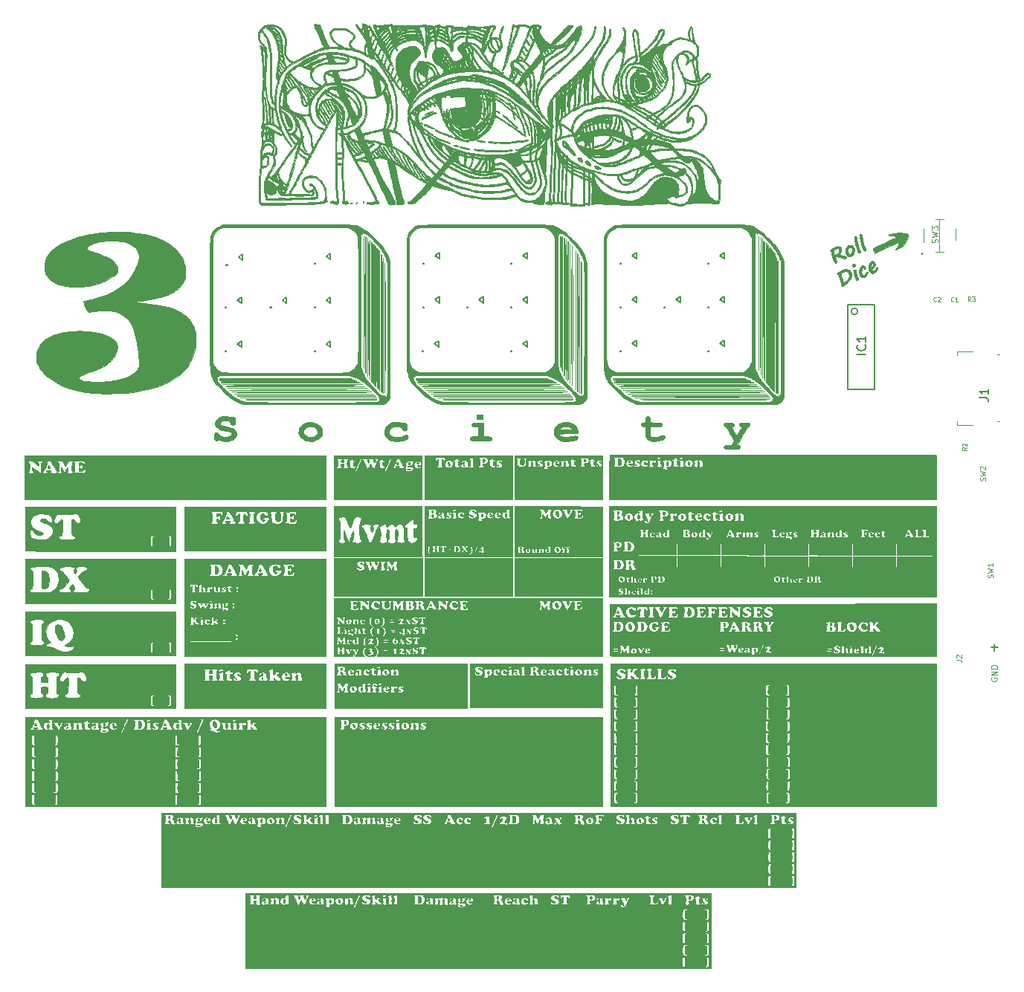
<source format=gto>
G04 #@! TF.GenerationSoftware,KiCad,Pcbnew,(5.1.9)-1*
G04 #@! TF.CreationDate,2021-03-01T10:40:22-06:00*
G04 #@! TF.ProjectId,altbier_pcb_3d6,616c7462-6965-4725-9f70-63625f336436,1*
G04 #@! TF.SameCoordinates,Original*
G04 #@! TF.FileFunction,Legend,Top*
G04 #@! TF.FilePolarity,Positive*
%FSLAX46Y46*%
G04 Gerber Fmt 4.6, Leading zero omitted, Abs format (unit mm)*
G04 Created by KiCad (PCBNEW (5.1.9)-1) date 2021-03-01 10:40:22*
%MOMM*%
%LPD*%
G01*
G04 APERTURE LIST*
%ADD10C,0.010000*%
%ADD11C,0.150000*%
%ADD12C,0.120000*%
%ADD13C,0.100000*%
%ADD14C,0.200000*%
%ADD15C,0.080000*%
G04 APERTURE END LIST*
D10*
G04 #@! TO.C,3d6*
G36*
X179063784Y-62813042D02*
G01*
X179066759Y-62895338D01*
X179069541Y-63032413D01*
X179072130Y-63224197D01*
X179074525Y-63470619D01*
X179076726Y-63771611D01*
X179078733Y-64127101D01*
X179080546Y-64537020D01*
X179082164Y-65001298D01*
X179083587Y-65519865D01*
X179084815Y-66092651D01*
X179085847Y-66719586D01*
X179086684Y-67400600D01*
X179087325Y-68135623D01*
X179087770Y-68924586D01*
X179088018Y-69767418D01*
X179088076Y-70446784D01*
X179088037Y-71091660D01*
X179087925Y-71722131D01*
X179087741Y-72335996D01*
X179087490Y-72931054D01*
X179087173Y-73505104D01*
X179086795Y-74055945D01*
X179086357Y-74581376D01*
X179085865Y-75079196D01*
X179085319Y-75547205D01*
X179084724Y-75983201D01*
X179084083Y-76384983D01*
X179083398Y-76750351D01*
X179082674Y-77077103D01*
X179081912Y-77363039D01*
X179081116Y-77605957D01*
X179080290Y-77803658D01*
X179079436Y-77953938D01*
X179078557Y-78054599D01*
X179077656Y-78103439D01*
X179077284Y-78107973D01*
X179059688Y-78086396D01*
X179049824Y-78064538D01*
X179047696Y-78031930D01*
X179045712Y-77947373D01*
X179043871Y-77813555D01*
X179042172Y-77633165D01*
X179040612Y-77408891D01*
X179039189Y-77143422D01*
X179037901Y-76839445D01*
X179036747Y-76499650D01*
X179035725Y-76126724D01*
X179034833Y-75723356D01*
X179034068Y-75292234D01*
X179033430Y-74836047D01*
X179032915Y-74357482D01*
X179032522Y-73859229D01*
X179032250Y-73343976D01*
X179032097Y-72814410D01*
X179032059Y-72273221D01*
X179032136Y-71723097D01*
X179032326Y-71166725D01*
X179032627Y-70606795D01*
X179033036Y-70045995D01*
X179033553Y-69487013D01*
X179034175Y-68932537D01*
X179034899Y-68385255D01*
X179035725Y-67847857D01*
X179036651Y-67323031D01*
X179037673Y-66813464D01*
X179038792Y-66321846D01*
X179040004Y-65850864D01*
X179041308Y-65403206D01*
X179042702Y-64981563D01*
X179044183Y-64588620D01*
X179045751Y-64227068D01*
X179047403Y-63899594D01*
X179049137Y-63608886D01*
X179050952Y-63357634D01*
X179052845Y-63148524D01*
X179054815Y-62984247D01*
X179056859Y-62867489D01*
X179058977Y-62800940D01*
X179060616Y-62785595D01*
X179063784Y-62813042D01*
G37*
X179063784Y-62813042D02*
X179066759Y-62895338D01*
X179069541Y-63032413D01*
X179072130Y-63224197D01*
X179074525Y-63470619D01*
X179076726Y-63771611D01*
X179078733Y-64127101D01*
X179080546Y-64537020D01*
X179082164Y-65001298D01*
X179083587Y-65519865D01*
X179084815Y-66092651D01*
X179085847Y-66719586D01*
X179086684Y-67400600D01*
X179087325Y-68135623D01*
X179087770Y-68924586D01*
X179088018Y-69767418D01*
X179088076Y-70446784D01*
X179088037Y-71091660D01*
X179087925Y-71722131D01*
X179087741Y-72335996D01*
X179087490Y-72931054D01*
X179087173Y-73505104D01*
X179086795Y-74055945D01*
X179086357Y-74581376D01*
X179085865Y-75079196D01*
X179085319Y-75547205D01*
X179084724Y-75983201D01*
X179084083Y-76384983D01*
X179083398Y-76750351D01*
X179082674Y-77077103D01*
X179081912Y-77363039D01*
X179081116Y-77605957D01*
X179080290Y-77803658D01*
X179079436Y-77953938D01*
X179078557Y-78054599D01*
X179077656Y-78103439D01*
X179077284Y-78107973D01*
X179059688Y-78086396D01*
X179049824Y-78064538D01*
X179047696Y-78031930D01*
X179045712Y-77947373D01*
X179043871Y-77813555D01*
X179042172Y-77633165D01*
X179040612Y-77408891D01*
X179039189Y-77143422D01*
X179037901Y-76839445D01*
X179036747Y-76499650D01*
X179035725Y-76126724D01*
X179034833Y-75723356D01*
X179034068Y-75292234D01*
X179033430Y-74836047D01*
X179032915Y-74357482D01*
X179032522Y-73859229D01*
X179032250Y-73343976D01*
X179032097Y-72814410D01*
X179032059Y-72273221D01*
X179032136Y-71723097D01*
X179032326Y-71166725D01*
X179032627Y-70606795D01*
X179033036Y-70045995D01*
X179033553Y-69487013D01*
X179034175Y-68932537D01*
X179034899Y-68385255D01*
X179035725Y-67847857D01*
X179036651Y-67323031D01*
X179037673Y-66813464D01*
X179038792Y-66321846D01*
X179040004Y-65850864D01*
X179041308Y-65403206D01*
X179042702Y-64981563D01*
X179044183Y-64588620D01*
X179045751Y-64227068D01*
X179047403Y-63899594D01*
X179049137Y-63608886D01*
X179050952Y-63357634D01*
X179052845Y-63148524D01*
X179054815Y-62984247D01*
X179056859Y-62867489D01*
X179058977Y-62800940D01*
X179060616Y-62785595D01*
X179063784Y-62813042D01*
G36*
X179283459Y-62942642D02*
G01*
X179286341Y-63028179D01*
X179288985Y-63168498D01*
X179291390Y-63363530D01*
X179293556Y-63613207D01*
X179295484Y-63917461D01*
X179297172Y-64276223D01*
X179298622Y-64689425D01*
X179299832Y-65156998D01*
X179300802Y-65678876D01*
X179301533Y-66254988D01*
X179302024Y-66885266D01*
X179302274Y-67569643D01*
X179302285Y-68308050D01*
X179302055Y-69100419D01*
X179301584Y-69946681D01*
X179300934Y-70777718D01*
X179300288Y-71429449D01*
X179299516Y-72066483D01*
X179298626Y-72686665D01*
X179297626Y-73287835D01*
X179296523Y-73867837D01*
X179295324Y-74424514D01*
X179294038Y-74955708D01*
X179292672Y-75459261D01*
X179291234Y-75933017D01*
X179289731Y-76374818D01*
X179288170Y-76782507D01*
X179286561Y-77153926D01*
X179284909Y-77486917D01*
X179283223Y-77779325D01*
X179281510Y-78028990D01*
X179279778Y-78233757D01*
X179278035Y-78391467D01*
X179276288Y-78499963D01*
X179274545Y-78557087D01*
X179273427Y-78565673D01*
X179271133Y-78533079D01*
X179268976Y-78448608D01*
X179266955Y-78314908D01*
X179265069Y-78134625D01*
X179263318Y-77910408D01*
X179261698Y-77644904D01*
X179260211Y-77340761D01*
X179258854Y-77000627D01*
X179257626Y-76627149D01*
X179256526Y-76222976D01*
X179255553Y-75790754D01*
X179254705Y-75333131D01*
X179253982Y-74852756D01*
X179253383Y-74352276D01*
X179252906Y-73834338D01*
X179252549Y-73301591D01*
X179252313Y-72756681D01*
X179252195Y-72202258D01*
X179252195Y-71640967D01*
X179252311Y-71075458D01*
X179252542Y-70508377D01*
X179252887Y-69942372D01*
X179253345Y-69380092D01*
X179253915Y-68824184D01*
X179254595Y-68277295D01*
X179255385Y-67742073D01*
X179256282Y-67221166D01*
X179257287Y-66717221D01*
X179258397Y-66232887D01*
X179259612Y-65770811D01*
X179260931Y-65333641D01*
X179262352Y-64924023D01*
X179263874Y-64544607D01*
X179265496Y-64198040D01*
X179267217Y-63886969D01*
X179269035Y-63614042D01*
X179270950Y-63381907D01*
X179272960Y-63193211D01*
X179275064Y-63050603D01*
X179277262Y-62956729D01*
X179279551Y-62914238D01*
X179280339Y-62911956D01*
X179283459Y-62942642D01*
G37*
X179283459Y-62942642D02*
X179286341Y-63028179D01*
X179288985Y-63168498D01*
X179291390Y-63363530D01*
X179293556Y-63613207D01*
X179295484Y-63917461D01*
X179297172Y-64276223D01*
X179298622Y-64689425D01*
X179299832Y-65156998D01*
X179300802Y-65678876D01*
X179301533Y-66254988D01*
X179302024Y-66885266D01*
X179302274Y-67569643D01*
X179302285Y-68308050D01*
X179302055Y-69100419D01*
X179301584Y-69946681D01*
X179300934Y-70777718D01*
X179300288Y-71429449D01*
X179299516Y-72066483D01*
X179298626Y-72686665D01*
X179297626Y-73287835D01*
X179296523Y-73867837D01*
X179295324Y-74424514D01*
X179294038Y-74955708D01*
X179292672Y-75459261D01*
X179291234Y-75933017D01*
X179289731Y-76374818D01*
X179288170Y-76782507D01*
X179286561Y-77153926D01*
X179284909Y-77486917D01*
X179283223Y-77779325D01*
X179281510Y-78028990D01*
X179279778Y-78233757D01*
X179278035Y-78391467D01*
X179276288Y-78499963D01*
X179274545Y-78557087D01*
X179273427Y-78565673D01*
X179271133Y-78533079D01*
X179268976Y-78448608D01*
X179266955Y-78314908D01*
X179265069Y-78134625D01*
X179263318Y-77910408D01*
X179261698Y-77644904D01*
X179260211Y-77340761D01*
X179258854Y-77000627D01*
X179257626Y-76627149D01*
X179256526Y-76222976D01*
X179255553Y-75790754D01*
X179254705Y-75333131D01*
X179253982Y-74852756D01*
X179253383Y-74352276D01*
X179252906Y-73834338D01*
X179252549Y-73301591D01*
X179252313Y-72756681D01*
X179252195Y-72202258D01*
X179252195Y-71640967D01*
X179252311Y-71075458D01*
X179252542Y-70508377D01*
X179252887Y-69942372D01*
X179253345Y-69380092D01*
X179253915Y-68824184D01*
X179254595Y-68277295D01*
X179255385Y-67742073D01*
X179256282Y-67221166D01*
X179257287Y-66717221D01*
X179258397Y-66232887D01*
X179259612Y-65770811D01*
X179260931Y-65333641D01*
X179262352Y-64924023D01*
X179263874Y-64544607D01*
X179265496Y-64198040D01*
X179267217Y-63886969D01*
X179269035Y-63614042D01*
X179270950Y-63381907D01*
X179272960Y-63193211D01*
X179275064Y-63050603D01*
X179277262Y-62956729D01*
X179279551Y-62914238D01*
X179280339Y-62911956D01*
X179283459Y-62942642D01*
G36*
X179498568Y-63110804D02*
G01*
X179513806Y-63149432D01*
X179515017Y-63181712D01*
X179516151Y-63266717D01*
X179517205Y-63402253D01*
X179518178Y-63586127D01*
X179519067Y-63816145D01*
X179519870Y-64090113D01*
X179520585Y-64405838D01*
X179521211Y-64761126D01*
X179521745Y-65153783D01*
X179522185Y-65581615D01*
X179522529Y-66042430D01*
X179522775Y-66534033D01*
X179522921Y-67054230D01*
X179522965Y-67600827D01*
X179522905Y-68171632D01*
X179522739Y-68764450D01*
X179522465Y-69377088D01*
X179522080Y-70007352D01*
X179521584Y-70653048D01*
X179521194Y-71085632D01*
X179520388Y-71889224D01*
X179519547Y-72639492D01*
X179518661Y-73338033D01*
X179517723Y-73986442D01*
X179516723Y-74586314D01*
X179515654Y-75139245D01*
X179514507Y-75646831D01*
X179513273Y-76110667D01*
X179511944Y-76532349D01*
X179510511Y-76913473D01*
X179508966Y-77255634D01*
X179507301Y-77560427D01*
X179505506Y-77829449D01*
X179503573Y-78064295D01*
X179501494Y-78266560D01*
X179499260Y-78437840D01*
X179496863Y-78579731D01*
X179494294Y-78693829D01*
X179491544Y-78781728D01*
X179488606Y-78845025D01*
X179485470Y-78885315D01*
X179482129Y-78904194D01*
X179479468Y-78905239D01*
X179476376Y-78873289D01*
X179473412Y-78789306D01*
X179470577Y-78655933D01*
X179467872Y-78475812D01*
X179465298Y-78251584D01*
X179462857Y-77985891D01*
X179460550Y-77681377D01*
X179458379Y-77340683D01*
X179456343Y-76966452D01*
X179454445Y-76561324D01*
X179452686Y-76127944D01*
X179451067Y-75668952D01*
X179449589Y-75186992D01*
X179448254Y-74684704D01*
X179447063Y-74164732D01*
X179446016Y-73629718D01*
X179445116Y-73082303D01*
X179444363Y-72525130D01*
X179443759Y-71960841D01*
X179443305Y-71392078D01*
X179443002Y-70821483D01*
X179442851Y-70251700D01*
X179442855Y-69685368D01*
X179443013Y-69125132D01*
X179443327Y-68573633D01*
X179443798Y-68033513D01*
X179444428Y-67507414D01*
X179445218Y-66997979D01*
X179446169Y-66507849D01*
X179447282Y-66039668D01*
X179448559Y-65596076D01*
X179450000Y-65179717D01*
X179451608Y-64793232D01*
X179453382Y-64439264D01*
X179455325Y-64120454D01*
X179457438Y-63839446D01*
X179459722Y-63598880D01*
X179462178Y-63401400D01*
X179464807Y-63249647D01*
X179467611Y-63146263D01*
X179470590Y-63093892D01*
X179472079Y-63087649D01*
X179498568Y-63110804D01*
G37*
X179498568Y-63110804D02*
X179513806Y-63149432D01*
X179515017Y-63181712D01*
X179516151Y-63266717D01*
X179517205Y-63402253D01*
X179518178Y-63586127D01*
X179519067Y-63816145D01*
X179519870Y-64090113D01*
X179520585Y-64405838D01*
X179521211Y-64761126D01*
X179521745Y-65153783D01*
X179522185Y-65581615D01*
X179522529Y-66042430D01*
X179522775Y-66534033D01*
X179522921Y-67054230D01*
X179522965Y-67600827D01*
X179522905Y-68171632D01*
X179522739Y-68764450D01*
X179522465Y-69377088D01*
X179522080Y-70007352D01*
X179521584Y-70653048D01*
X179521194Y-71085632D01*
X179520388Y-71889224D01*
X179519547Y-72639492D01*
X179518661Y-73338033D01*
X179517723Y-73986442D01*
X179516723Y-74586314D01*
X179515654Y-75139245D01*
X179514507Y-75646831D01*
X179513273Y-76110667D01*
X179511944Y-76532349D01*
X179510511Y-76913473D01*
X179508966Y-77255634D01*
X179507301Y-77560427D01*
X179505506Y-77829449D01*
X179503573Y-78064295D01*
X179501494Y-78266560D01*
X179499260Y-78437840D01*
X179496863Y-78579731D01*
X179494294Y-78693829D01*
X179491544Y-78781728D01*
X179488606Y-78845025D01*
X179485470Y-78885315D01*
X179482129Y-78904194D01*
X179479468Y-78905239D01*
X179476376Y-78873289D01*
X179473412Y-78789306D01*
X179470577Y-78655933D01*
X179467872Y-78475812D01*
X179465298Y-78251584D01*
X179462857Y-77985891D01*
X179460550Y-77681377D01*
X179458379Y-77340683D01*
X179456343Y-76966452D01*
X179454445Y-76561324D01*
X179452686Y-76127944D01*
X179451067Y-75668952D01*
X179449589Y-75186992D01*
X179448254Y-74684704D01*
X179447063Y-74164732D01*
X179446016Y-73629718D01*
X179445116Y-73082303D01*
X179444363Y-72525130D01*
X179443759Y-71960841D01*
X179443305Y-71392078D01*
X179443002Y-70821483D01*
X179442851Y-70251700D01*
X179442855Y-69685368D01*
X179443013Y-69125132D01*
X179443327Y-68573633D01*
X179443798Y-68033513D01*
X179444428Y-67507414D01*
X179445218Y-66997979D01*
X179446169Y-66507849D01*
X179447282Y-66039668D01*
X179448559Y-65596076D01*
X179450000Y-65179717D01*
X179451608Y-64793232D01*
X179453382Y-64439264D01*
X179455325Y-64120454D01*
X179457438Y-63839446D01*
X179459722Y-63598880D01*
X179462178Y-63401400D01*
X179464807Y-63249647D01*
X179467611Y-63146263D01*
X179470590Y-63093892D01*
X179472079Y-63087649D01*
X179498568Y-63110804D01*
G36*
X179724634Y-63340370D02*
G01*
X179726368Y-63341649D01*
X179727604Y-63369906D01*
X179728830Y-63450387D01*
X179730043Y-63580459D01*
X179731239Y-63757488D01*
X179732418Y-63978840D01*
X179733576Y-64241881D01*
X179734710Y-64543978D01*
X179735820Y-64882497D01*
X179736901Y-65254804D01*
X179737952Y-65658266D01*
X179738969Y-66090249D01*
X179739952Y-66548118D01*
X179740896Y-67029241D01*
X179741801Y-67530984D01*
X179742662Y-68050713D01*
X179743479Y-68585794D01*
X179744248Y-69133593D01*
X179744966Y-69691478D01*
X179745632Y-70256813D01*
X179746243Y-70826966D01*
X179746797Y-71399302D01*
X179747291Y-71971188D01*
X179747722Y-72539991D01*
X179748089Y-73103075D01*
X179748388Y-73657809D01*
X179748617Y-74201558D01*
X179748775Y-74731688D01*
X179748857Y-75245565D01*
X179748863Y-75740557D01*
X179748789Y-76214029D01*
X179748633Y-76663347D01*
X179748393Y-77085877D01*
X179748065Y-77478987D01*
X179747649Y-77840042D01*
X179747140Y-78166409D01*
X179746537Y-78455454D01*
X179745838Y-78704542D01*
X179745039Y-78911041D01*
X179744139Y-79072317D01*
X179743134Y-79185736D01*
X179742023Y-79248664D01*
X179741204Y-79261271D01*
X179714209Y-79240088D01*
X179693150Y-79208157D01*
X179690405Y-79176010D01*
X179687791Y-79091836D01*
X179685311Y-78958270D01*
X179682962Y-78777952D01*
X179680747Y-78553517D01*
X179678664Y-78287604D01*
X179676714Y-77982851D01*
X179674897Y-77641894D01*
X179673213Y-77267372D01*
X179671663Y-76861922D01*
X179670247Y-76428181D01*
X179668964Y-75968787D01*
X179667815Y-75486377D01*
X179666800Y-74983589D01*
X179665919Y-74463061D01*
X179665173Y-73927430D01*
X179664561Y-73379334D01*
X179664084Y-72821409D01*
X179663742Y-72256294D01*
X179663535Y-71686627D01*
X179663463Y-71115044D01*
X179663527Y-70544183D01*
X179663726Y-69976682D01*
X179664061Y-69415179D01*
X179664531Y-68862310D01*
X179665138Y-68320713D01*
X179665880Y-67793026D01*
X179666759Y-67281887D01*
X179667775Y-66789933D01*
X179668927Y-66319801D01*
X179670216Y-65874129D01*
X179671641Y-65455554D01*
X179673204Y-65066715D01*
X179674905Y-64710248D01*
X179676742Y-64388791D01*
X179678718Y-64104982D01*
X179680831Y-63861458D01*
X179683081Y-63660857D01*
X179685471Y-63505816D01*
X179687998Y-63398972D01*
X179690663Y-63342964D01*
X179692184Y-63334784D01*
X179724634Y-63340370D01*
G37*
X179724634Y-63340370D02*
X179726368Y-63341649D01*
X179727604Y-63369906D01*
X179728830Y-63450387D01*
X179730043Y-63580459D01*
X179731239Y-63757488D01*
X179732418Y-63978840D01*
X179733576Y-64241881D01*
X179734710Y-64543978D01*
X179735820Y-64882497D01*
X179736901Y-65254804D01*
X179737952Y-65658266D01*
X179738969Y-66090249D01*
X179739952Y-66548118D01*
X179740896Y-67029241D01*
X179741801Y-67530984D01*
X179742662Y-68050713D01*
X179743479Y-68585794D01*
X179744248Y-69133593D01*
X179744966Y-69691478D01*
X179745632Y-70256813D01*
X179746243Y-70826966D01*
X179746797Y-71399302D01*
X179747291Y-71971188D01*
X179747722Y-72539991D01*
X179748089Y-73103075D01*
X179748388Y-73657809D01*
X179748617Y-74201558D01*
X179748775Y-74731688D01*
X179748857Y-75245565D01*
X179748863Y-75740557D01*
X179748789Y-76214029D01*
X179748633Y-76663347D01*
X179748393Y-77085877D01*
X179748065Y-77478987D01*
X179747649Y-77840042D01*
X179747140Y-78166409D01*
X179746537Y-78455454D01*
X179745838Y-78704542D01*
X179745039Y-78911041D01*
X179744139Y-79072317D01*
X179743134Y-79185736D01*
X179742023Y-79248664D01*
X179741204Y-79261271D01*
X179714209Y-79240088D01*
X179693150Y-79208157D01*
X179690405Y-79176010D01*
X179687791Y-79091836D01*
X179685311Y-78958270D01*
X179682962Y-78777952D01*
X179680747Y-78553517D01*
X179678664Y-78287604D01*
X179676714Y-77982851D01*
X179674897Y-77641894D01*
X179673213Y-77267372D01*
X179671663Y-76861922D01*
X179670247Y-76428181D01*
X179668964Y-75968787D01*
X179667815Y-75486377D01*
X179666800Y-74983589D01*
X179665919Y-74463061D01*
X179665173Y-73927430D01*
X179664561Y-73379334D01*
X179664084Y-72821409D01*
X179663742Y-72256294D01*
X179663535Y-71686627D01*
X179663463Y-71115044D01*
X179663527Y-70544183D01*
X179663726Y-69976682D01*
X179664061Y-69415179D01*
X179664531Y-68862310D01*
X179665138Y-68320713D01*
X179665880Y-67793026D01*
X179666759Y-67281887D01*
X179667775Y-66789933D01*
X179668927Y-66319801D01*
X179670216Y-65874129D01*
X179671641Y-65455554D01*
X179673204Y-65066715D01*
X179674905Y-64710248D01*
X179676742Y-64388791D01*
X179678718Y-64104982D01*
X179680831Y-63861458D01*
X179683081Y-63660857D01*
X179685471Y-63505816D01*
X179687998Y-63398972D01*
X179690663Y-63342964D01*
X179692184Y-63334784D01*
X179724634Y-63340370D01*
G36*
X179939366Y-63624681D02*
G01*
X179944779Y-63630509D01*
X179949823Y-63638043D01*
X179954509Y-63649161D01*
X179958848Y-63665742D01*
X179962851Y-63689664D01*
X179966530Y-63722806D01*
X179969897Y-63767047D01*
X179972961Y-63824265D01*
X179975735Y-63896339D01*
X179978230Y-63985149D01*
X179980457Y-64092571D01*
X179982428Y-64220486D01*
X179984153Y-64370771D01*
X179985645Y-64545306D01*
X179986914Y-64745969D01*
X179987972Y-64974639D01*
X179988830Y-65233194D01*
X179989500Y-65523513D01*
X179989992Y-65847475D01*
X179990318Y-66206959D01*
X179990489Y-66603842D01*
X179990517Y-67040005D01*
X179990413Y-67517325D01*
X179990188Y-68037681D01*
X179989853Y-68602952D01*
X179989420Y-69215016D01*
X179988901Y-69875752D01*
X179988306Y-70587040D01*
X179987646Y-71350757D01*
X179987420Y-71610639D01*
X179986728Y-72392641D01*
X179986053Y-73121569D01*
X179985383Y-73799268D01*
X179984705Y-74427583D01*
X179984006Y-75008358D01*
X179983274Y-75543440D01*
X179982494Y-76034671D01*
X179981654Y-76483898D01*
X179980743Y-76892965D01*
X179979745Y-77263717D01*
X179978650Y-77598000D01*
X179977443Y-77897657D01*
X179976112Y-78164534D01*
X179974645Y-78400476D01*
X179973027Y-78607327D01*
X179971247Y-78786933D01*
X179969292Y-78941139D01*
X179967148Y-79071788D01*
X179964803Y-79180727D01*
X179962243Y-79269800D01*
X179959457Y-79340852D01*
X179956431Y-79395728D01*
X179953152Y-79436273D01*
X179949608Y-79464332D01*
X179945785Y-79481749D01*
X179941670Y-79490369D01*
X179937252Y-79492038D01*
X179932516Y-79488600D01*
X179932454Y-79488532D01*
X179927713Y-79481373D01*
X179923294Y-79469491D01*
X179919185Y-79451016D01*
X179915375Y-79424079D01*
X179911853Y-79386809D01*
X179908607Y-79337337D01*
X179905627Y-79273793D01*
X179902901Y-79194307D01*
X179900417Y-79097010D01*
X179898165Y-78980032D01*
X179896134Y-78841503D01*
X179894311Y-78679554D01*
X179892686Y-78492314D01*
X179891248Y-78277913D01*
X179889985Y-78034483D01*
X179888886Y-77760154D01*
X179887940Y-77453055D01*
X179887136Y-77111317D01*
X179886461Y-76733069D01*
X179885906Y-76316444D01*
X179885459Y-75859570D01*
X179885108Y-75360578D01*
X179884842Y-74817598D01*
X179884651Y-74228760D01*
X179884522Y-73592195D01*
X179884445Y-72906033D01*
X179884408Y-72168405D01*
X179884400Y-71502573D01*
X179884400Y-63569715D01*
X179939366Y-63624681D01*
G37*
X179939366Y-63624681D02*
X179944779Y-63630509D01*
X179949823Y-63638043D01*
X179954509Y-63649161D01*
X179958848Y-63665742D01*
X179962851Y-63689664D01*
X179966530Y-63722806D01*
X179969897Y-63767047D01*
X179972961Y-63824265D01*
X179975735Y-63896339D01*
X179978230Y-63985149D01*
X179980457Y-64092571D01*
X179982428Y-64220486D01*
X179984153Y-64370771D01*
X179985645Y-64545306D01*
X179986914Y-64745969D01*
X179987972Y-64974639D01*
X179988830Y-65233194D01*
X179989500Y-65523513D01*
X179989992Y-65847475D01*
X179990318Y-66206959D01*
X179990489Y-66603842D01*
X179990517Y-67040005D01*
X179990413Y-67517325D01*
X179990188Y-68037681D01*
X179989853Y-68602952D01*
X179989420Y-69215016D01*
X179988901Y-69875752D01*
X179988306Y-70587040D01*
X179987646Y-71350757D01*
X179987420Y-71610639D01*
X179986728Y-72392641D01*
X179986053Y-73121569D01*
X179985383Y-73799268D01*
X179984705Y-74427583D01*
X179984006Y-75008358D01*
X179983274Y-75543440D01*
X179982494Y-76034671D01*
X179981654Y-76483898D01*
X179980743Y-76892965D01*
X179979745Y-77263717D01*
X179978650Y-77598000D01*
X179977443Y-77897657D01*
X179976112Y-78164534D01*
X179974645Y-78400476D01*
X179973027Y-78607327D01*
X179971247Y-78786933D01*
X179969292Y-78941139D01*
X179967148Y-79071788D01*
X179964803Y-79180727D01*
X179962243Y-79269800D01*
X179959457Y-79340852D01*
X179956431Y-79395728D01*
X179953152Y-79436273D01*
X179949608Y-79464332D01*
X179945785Y-79481749D01*
X179941670Y-79490369D01*
X179937252Y-79492038D01*
X179932516Y-79488600D01*
X179932454Y-79488532D01*
X179927713Y-79481373D01*
X179923294Y-79469491D01*
X179919185Y-79451016D01*
X179915375Y-79424079D01*
X179911853Y-79386809D01*
X179908607Y-79337337D01*
X179905627Y-79273793D01*
X179902901Y-79194307D01*
X179900417Y-79097010D01*
X179898165Y-78980032D01*
X179896134Y-78841503D01*
X179894311Y-78679554D01*
X179892686Y-78492314D01*
X179891248Y-78277913D01*
X179889985Y-78034483D01*
X179888886Y-77760154D01*
X179887940Y-77453055D01*
X179887136Y-77111317D01*
X179886461Y-76733069D01*
X179885906Y-76316444D01*
X179885459Y-75859570D01*
X179885108Y-75360578D01*
X179884842Y-74817598D01*
X179884651Y-74228760D01*
X179884522Y-73592195D01*
X179884445Y-72906033D01*
X179884408Y-72168405D01*
X179884400Y-71502573D01*
X179884400Y-63569715D01*
X179939366Y-63624681D01*
G36*
X180134318Y-63847338D02*
G01*
X180168515Y-63879322D01*
X180173010Y-63886955D01*
X180177194Y-63900810D01*
X180181077Y-63922748D01*
X180184667Y-63954628D01*
X180187974Y-63998309D01*
X180191007Y-64055652D01*
X180193774Y-64128516D01*
X180196285Y-64218761D01*
X180198548Y-64328246D01*
X180200573Y-64458831D01*
X180202368Y-64612376D01*
X180203943Y-64790740D01*
X180205307Y-64995783D01*
X180206468Y-65229365D01*
X180207435Y-65493346D01*
X180208218Y-65789584D01*
X180208826Y-66119940D01*
X180209266Y-66486274D01*
X180209550Y-66890445D01*
X180209685Y-67334312D01*
X180209680Y-67819736D01*
X180209545Y-68348576D01*
X180209288Y-68922692D01*
X180208919Y-69543943D01*
X180208446Y-70214189D01*
X180207878Y-70935290D01*
X180207225Y-71709105D01*
X180207096Y-71858508D01*
X180200184Y-79787425D01*
X180138219Y-79721466D01*
X180076254Y-79655508D01*
X180076801Y-71742281D01*
X180076925Y-71086772D01*
X180077199Y-70445632D01*
X180077619Y-69821028D01*
X180078177Y-69215125D01*
X180078867Y-68630089D01*
X180079683Y-68068084D01*
X180080618Y-67531278D01*
X180081666Y-67021835D01*
X180082820Y-66541922D01*
X180084075Y-66093702D01*
X180085423Y-65679344D01*
X180086858Y-65301011D01*
X180088374Y-64960869D01*
X180089965Y-64661085D01*
X180091623Y-64403823D01*
X180093344Y-64191250D01*
X180095119Y-64025530D01*
X180096944Y-63908830D01*
X180098811Y-63843315D01*
X180100186Y-63829054D01*
X180134318Y-63847338D01*
G37*
X180134318Y-63847338D02*
X180168515Y-63879322D01*
X180173010Y-63886955D01*
X180177194Y-63900810D01*
X180181077Y-63922748D01*
X180184667Y-63954628D01*
X180187974Y-63998309D01*
X180191007Y-64055652D01*
X180193774Y-64128516D01*
X180196285Y-64218761D01*
X180198548Y-64328246D01*
X180200573Y-64458831D01*
X180202368Y-64612376D01*
X180203943Y-64790740D01*
X180205307Y-64995783D01*
X180206468Y-65229365D01*
X180207435Y-65493346D01*
X180208218Y-65789584D01*
X180208826Y-66119940D01*
X180209266Y-66486274D01*
X180209550Y-66890445D01*
X180209685Y-67334312D01*
X180209680Y-67819736D01*
X180209545Y-68348576D01*
X180209288Y-68922692D01*
X180208919Y-69543943D01*
X180208446Y-70214189D01*
X180207878Y-70935290D01*
X180207225Y-71709105D01*
X180207096Y-71858508D01*
X180200184Y-79787425D01*
X180138219Y-79721466D01*
X180076254Y-79655508D01*
X180076801Y-71742281D01*
X180076925Y-71086772D01*
X180077199Y-70445632D01*
X180077619Y-69821028D01*
X180078177Y-69215125D01*
X180078867Y-68630089D01*
X180079683Y-68068084D01*
X180080618Y-67531278D01*
X180081666Y-67021835D01*
X180082820Y-66541922D01*
X180084075Y-66093702D01*
X180085423Y-65679344D01*
X180086858Y-65301011D01*
X180088374Y-64960869D01*
X180089965Y-64661085D01*
X180091623Y-64403823D01*
X180093344Y-64191250D01*
X180095119Y-64025530D01*
X180096944Y-63908830D01*
X180098811Y-63843315D01*
X180100186Y-63829054D01*
X180134318Y-63847338D01*
G36*
X180365808Y-64112045D02*
G01*
X180433589Y-64189089D01*
X180433589Y-72123342D01*
X180433560Y-72779731D01*
X180433474Y-73421752D01*
X180433333Y-74047244D01*
X180433140Y-74654044D01*
X180432897Y-75239988D01*
X180432606Y-75802915D01*
X180432270Y-76340661D01*
X180431891Y-76851064D01*
X180431472Y-77331960D01*
X180431014Y-77781188D01*
X180430520Y-78196584D01*
X180429993Y-78575986D01*
X180429434Y-78917231D01*
X180428846Y-79218156D01*
X180428232Y-79476598D01*
X180427594Y-79690395D01*
X180426934Y-79857384D01*
X180426254Y-79975403D01*
X180425556Y-80042288D01*
X180425023Y-80057595D01*
X180404869Y-80037878D01*
X180365981Y-79989176D01*
X180356375Y-79976328D01*
X180296292Y-79895062D01*
X180297160Y-71965031D01*
X180298027Y-64035000D01*
X180365808Y-64112045D01*
G37*
X180365808Y-64112045D02*
X180433589Y-64189089D01*
X180433589Y-72123342D01*
X180433560Y-72779731D01*
X180433474Y-73421752D01*
X180433333Y-74047244D01*
X180433140Y-74654044D01*
X180432897Y-75239988D01*
X180432606Y-75802915D01*
X180432270Y-76340661D01*
X180431891Y-76851064D01*
X180431472Y-77331960D01*
X180431014Y-77781188D01*
X180430520Y-78196584D01*
X180429993Y-78575986D01*
X180429434Y-78917231D01*
X180428846Y-79218156D01*
X180428232Y-79476598D01*
X180427594Y-79690395D01*
X180426934Y-79857384D01*
X180426254Y-79975403D01*
X180425556Y-80042288D01*
X180425023Y-80057595D01*
X180404869Y-80037878D01*
X180365981Y-79989176D01*
X180356375Y-79976328D01*
X180296292Y-79895062D01*
X180297160Y-71965031D01*
X180298027Y-64035000D01*
X180365808Y-64112045D01*
G36*
X180653359Y-64485306D02*
G01*
X180646447Y-72401883D01*
X180639535Y-80318459D01*
X180515967Y-80145225D01*
X180515967Y-64283116D01*
X180653359Y-64485306D01*
G37*
X180653359Y-64485306D02*
X180646447Y-72401883D01*
X180639535Y-80318459D01*
X180515967Y-80145225D01*
X180515967Y-64283116D01*
X180653359Y-64485306D01*
G36*
X180811204Y-64727350D02*
G01*
X180873035Y-64843052D01*
X180859211Y-80528830D01*
X180735549Y-80397198D01*
X180742461Y-72504423D01*
X180749373Y-64611649D01*
X180811204Y-64727350D01*
G37*
X180811204Y-64727350D02*
X180873035Y-64843052D01*
X180859211Y-80528830D01*
X180735549Y-80397198D01*
X180742461Y-72504423D01*
X180749373Y-64611649D01*
X180811204Y-64727350D01*
G36*
X181013068Y-65122015D02*
G01*
X181017007Y-65129638D01*
X181021808Y-65142309D01*
X181026279Y-65159604D01*
X181030432Y-65183433D01*
X181034278Y-65215707D01*
X181037829Y-65258337D01*
X181041097Y-65313233D01*
X181044093Y-65382306D01*
X181046831Y-65467466D01*
X181049320Y-65570625D01*
X181051574Y-65693691D01*
X181053604Y-65838577D01*
X181055421Y-66007193D01*
X181057038Y-66201449D01*
X181058467Y-66423255D01*
X181059718Y-66674523D01*
X181060805Y-66957164D01*
X181061739Y-67273086D01*
X181062531Y-67624202D01*
X181063193Y-68012422D01*
X181063738Y-68439655D01*
X181064176Y-68907814D01*
X181064520Y-69418809D01*
X181064782Y-69974549D01*
X181064974Y-70576946D01*
X181065106Y-71227910D01*
X181065192Y-71929352D01*
X181065243Y-72683182D01*
X181065253Y-72939374D01*
X181065252Y-73586144D01*
X181065202Y-74218560D01*
X181065105Y-74834425D01*
X181064963Y-75431541D01*
X181064777Y-76007710D01*
X181064550Y-76560736D01*
X181064283Y-77088420D01*
X181063979Y-77588566D01*
X181063640Y-78058974D01*
X181063267Y-78497449D01*
X181062862Y-78901791D01*
X181062427Y-79269805D01*
X181061965Y-79599291D01*
X181061477Y-79888053D01*
X181060964Y-80133893D01*
X181060430Y-80334614D01*
X181059876Y-80488017D01*
X181059304Y-80591906D01*
X181058716Y-80644082D01*
X181058441Y-80650112D01*
X181033913Y-80641930D01*
X181003282Y-80622071D01*
X180998499Y-80616697D01*
X180994048Y-80606564D01*
X180989919Y-80589786D01*
X180986102Y-80564481D01*
X180982588Y-80528763D01*
X180979366Y-80480750D01*
X180976427Y-80418557D01*
X180973760Y-80340301D01*
X180971357Y-80244098D01*
X180969205Y-80128063D01*
X180967297Y-79990313D01*
X180965622Y-79828963D01*
X180964170Y-79642131D01*
X180962931Y-79427932D01*
X180961895Y-79184482D01*
X180961052Y-78909898D01*
X180960393Y-78602294D01*
X180959907Y-78259789D01*
X180959585Y-77880497D01*
X180959416Y-77462534D01*
X180959391Y-77004018D01*
X180959500Y-76503064D01*
X180959733Y-75957787D01*
X180960080Y-75366305D01*
X180960530Y-74726733D01*
X180961075Y-74037187D01*
X180961704Y-73295784D01*
X180962136Y-72805235D01*
X180962834Y-72031110D01*
X180963513Y-71310055D01*
X180964187Y-70640219D01*
X180964868Y-70019755D01*
X180965570Y-69446812D01*
X180966307Y-68919542D01*
X180967091Y-68436095D01*
X180967935Y-67994621D01*
X180968853Y-67593272D01*
X180969858Y-67230197D01*
X180970964Y-66903549D01*
X180972182Y-66611476D01*
X180973528Y-66352131D01*
X180975013Y-66123663D01*
X180976652Y-65924224D01*
X180978457Y-65751964D01*
X180980441Y-65605034D01*
X180982618Y-65481584D01*
X180985001Y-65379765D01*
X180987603Y-65297728D01*
X180990438Y-65233623D01*
X180993519Y-65185602D01*
X180996858Y-65151814D01*
X181000469Y-65130411D01*
X181004366Y-65119543D01*
X181008561Y-65117360D01*
X181013068Y-65122015D01*
G37*
X181013068Y-65122015D02*
X181017007Y-65129638D01*
X181021808Y-65142309D01*
X181026279Y-65159604D01*
X181030432Y-65183433D01*
X181034278Y-65215707D01*
X181037829Y-65258337D01*
X181041097Y-65313233D01*
X181044093Y-65382306D01*
X181046831Y-65467466D01*
X181049320Y-65570625D01*
X181051574Y-65693691D01*
X181053604Y-65838577D01*
X181055421Y-66007193D01*
X181057038Y-66201449D01*
X181058467Y-66423255D01*
X181059718Y-66674523D01*
X181060805Y-66957164D01*
X181061739Y-67273086D01*
X181062531Y-67624202D01*
X181063193Y-68012422D01*
X181063738Y-68439655D01*
X181064176Y-68907814D01*
X181064520Y-69418809D01*
X181064782Y-69974549D01*
X181064974Y-70576946D01*
X181065106Y-71227910D01*
X181065192Y-71929352D01*
X181065243Y-72683182D01*
X181065253Y-72939374D01*
X181065252Y-73586144D01*
X181065202Y-74218560D01*
X181065105Y-74834425D01*
X181064963Y-75431541D01*
X181064777Y-76007710D01*
X181064550Y-76560736D01*
X181064283Y-77088420D01*
X181063979Y-77588566D01*
X181063640Y-78058974D01*
X181063267Y-78497449D01*
X181062862Y-78901791D01*
X181062427Y-79269805D01*
X181061965Y-79599291D01*
X181061477Y-79888053D01*
X181060964Y-80133893D01*
X181060430Y-80334614D01*
X181059876Y-80488017D01*
X181059304Y-80591906D01*
X181058716Y-80644082D01*
X181058441Y-80650112D01*
X181033913Y-80641930D01*
X181003282Y-80622071D01*
X180998499Y-80616697D01*
X180994048Y-80606564D01*
X180989919Y-80589786D01*
X180986102Y-80564481D01*
X180982588Y-80528763D01*
X180979366Y-80480750D01*
X180976427Y-80418557D01*
X180973760Y-80340301D01*
X180971357Y-80244098D01*
X180969205Y-80128063D01*
X180967297Y-79990313D01*
X180965622Y-79828963D01*
X180964170Y-79642131D01*
X180962931Y-79427932D01*
X180961895Y-79184482D01*
X180961052Y-78909898D01*
X180960393Y-78602294D01*
X180959907Y-78259789D01*
X180959585Y-77880497D01*
X180959416Y-77462534D01*
X180959391Y-77004018D01*
X180959500Y-76503064D01*
X180959733Y-75957787D01*
X180960080Y-75366305D01*
X180960530Y-74726733D01*
X180961075Y-74037187D01*
X180961704Y-73295784D01*
X180962136Y-72805235D01*
X180962834Y-72031110D01*
X180963513Y-71310055D01*
X180964187Y-70640219D01*
X180964868Y-70019755D01*
X180965570Y-69446812D01*
X180966307Y-68919542D01*
X180967091Y-68436095D01*
X180967935Y-67994621D01*
X180968853Y-67593272D01*
X180969858Y-67230197D01*
X180970964Y-66903549D01*
X180972182Y-66611476D01*
X180973528Y-66352131D01*
X180975013Y-66123663D01*
X180976652Y-65924224D01*
X180978457Y-65751964D01*
X180980441Y-65605034D01*
X180982618Y-65481584D01*
X180985001Y-65379765D01*
X180987603Y-65297728D01*
X180990438Y-65233623D01*
X180993519Y-65185602D01*
X180996858Y-65151814D01*
X181000469Y-65130411D01*
X181004366Y-65119543D01*
X181008561Y-65117360D01*
X181013068Y-65122015D01*
G36*
X181206799Y-65603957D02*
G01*
X181215207Y-65613668D01*
X181223007Y-65628337D01*
X181230217Y-65649876D01*
X181236860Y-65680199D01*
X181242954Y-65721221D01*
X181248520Y-65774855D01*
X181253578Y-65843014D01*
X181258150Y-65927612D01*
X181262254Y-66030564D01*
X181265912Y-66153782D01*
X181269143Y-66299181D01*
X181271969Y-66468674D01*
X181274408Y-66664175D01*
X181276482Y-66887598D01*
X181278211Y-67140855D01*
X181279615Y-67425862D01*
X181280714Y-67744532D01*
X181281529Y-68098778D01*
X181282080Y-68490515D01*
X181282388Y-68921655D01*
X181282471Y-69394113D01*
X181282352Y-69909803D01*
X181282050Y-70470637D01*
X181281585Y-71078530D01*
X181280978Y-71735396D01*
X181280249Y-72443148D01*
X181279419Y-73203700D01*
X181279325Y-73288462D01*
X181278473Y-74042525D01*
X181277647Y-74743597D01*
X181276833Y-75393603D01*
X181276016Y-75994471D01*
X181275181Y-76548128D01*
X181274314Y-77056499D01*
X181273399Y-77521513D01*
X181272422Y-77945097D01*
X181271369Y-78329176D01*
X181270225Y-78675677D01*
X181268975Y-78986529D01*
X181267605Y-79263656D01*
X181266099Y-79508987D01*
X181264444Y-79724449D01*
X181262624Y-79911967D01*
X181260625Y-80073469D01*
X181258432Y-80210882D01*
X181256031Y-80326132D01*
X181253406Y-80421147D01*
X181250544Y-80497853D01*
X181247430Y-80558177D01*
X181244048Y-80604046D01*
X181240385Y-80637387D01*
X181236425Y-80660127D01*
X181232154Y-80674192D01*
X181227557Y-80681510D01*
X181223049Y-80683935D01*
X181218197Y-80683041D01*
X181213682Y-80677157D01*
X181209492Y-80664383D01*
X181205616Y-80642817D01*
X181202040Y-80610559D01*
X181198753Y-80565708D01*
X181195742Y-80506364D01*
X181192997Y-80430626D01*
X181190503Y-80336594D01*
X181188250Y-80222366D01*
X181186226Y-80086042D01*
X181184417Y-79925721D01*
X181182813Y-79739503D01*
X181181400Y-79525487D01*
X181180167Y-79281773D01*
X181179102Y-79006459D01*
X181178193Y-78697645D01*
X181177427Y-78353430D01*
X181176792Y-77971914D01*
X181176277Y-77551197D01*
X181175869Y-77089376D01*
X181175556Y-76584552D01*
X181175327Y-76034825D01*
X181175168Y-75438292D01*
X181175068Y-74793055D01*
X181175014Y-74097211D01*
X181174995Y-73348861D01*
X181174994Y-73138204D01*
X181175076Y-72498042D01*
X181175316Y-71872393D01*
X181175709Y-71263466D01*
X181176247Y-70673474D01*
X181176923Y-70104627D01*
X181177732Y-69559135D01*
X181178666Y-69039209D01*
X181179719Y-68547062D01*
X181180883Y-68084902D01*
X181182153Y-67654941D01*
X181183522Y-67259391D01*
X181184983Y-66900461D01*
X181186529Y-66580363D01*
X181188154Y-66301307D01*
X181189851Y-66065505D01*
X181191613Y-65875167D01*
X181193433Y-65732504D01*
X181195306Y-65639727D01*
X181197224Y-65599047D01*
X181197761Y-65597289D01*
X181206799Y-65603957D01*
G37*
X181206799Y-65603957D02*
X181215207Y-65613668D01*
X181223007Y-65628337D01*
X181230217Y-65649876D01*
X181236860Y-65680199D01*
X181242954Y-65721221D01*
X181248520Y-65774855D01*
X181253578Y-65843014D01*
X181258150Y-65927612D01*
X181262254Y-66030564D01*
X181265912Y-66153782D01*
X181269143Y-66299181D01*
X181271969Y-66468674D01*
X181274408Y-66664175D01*
X181276482Y-66887598D01*
X181278211Y-67140855D01*
X181279615Y-67425862D01*
X181280714Y-67744532D01*
X181281529Y-68098778D01*
X181282080Y-68490515D01*
X181282388Y-68921655D01*
X181282471Y-69394113D01*
X181282352Y-69909803D01*
X181282050Y-70470637D01*
X181281585Y-71078530D01*
X181280978Y-71735396D01*
X181280249Y-72443148D01*
X181279419Y-73203700D01*
X181279325Y-73288462D01*
X181278473Y-74042525D01*
X181277647Y-74743597D01*
X181276833Y-75393603D01*
X181276016Y-75994471D01*
X181275181Y-76548128D01*
X181274314Y-77056499D01*
X181273399Y-77521513D01*
X181272422Y-77945097D01*
X181271369Y-78329176D01*
X181270225Y-78675677D01*
X181268975Y-78986529D01*
X181267605Y-79263656D01*
X181266099Y-79508987D01*
X181264444Y-79724449D01*
X181262624Y-79911967D01*
X181260625Y-80073469D01*
X181258432Y-80210882D01*
X181256031Y-80326132D01*
X181253406Y-80421147D01*
X181250544Y-80497853D01*
X181247430Y-80558177D01*
X181244048Y-80604046D01*
X181240385Y-80637387D01*
X181236425Y-80660127D01*
X181232154Y-80674192D01*
X181227557Y-80681510D01*
X181223049Y-80683935D01*
X181218197Y-80683041D01*
X181213682Y-80677157D01*
X181209492Y-80664383D01*
X181205616Y-80642817D01*
X181202040Y-80610559D01*
X181198753Y-80565708D01*
X181195742Y-80506364D01*
X181192997Y-80430626D01*
X181190503Y-80336594D01*
X181188250Y-80222366D01*
X181186226Y-80086042D01*
X181184417Y-79925721D01*
X181182813Y-79739503D01*
X181181400Y-79525487D01*
X181180167Y-79281773D01*
X181179102Y-79006459D01*
X181178193Y-78697645D01*
X181177427Y-78353430D01*
X181176792Y-77971914D01*
X181176277Y-77551197D01*
X181175869Y-77089376D01*
X181175556Y-76584552D01*
X181175327Y-76034825D01*
X181175168Y-75438292D01*
X181175068Y-74793055D01*
X181175014Y-74097211D01*
X181174995Y-73348861D01*
X181174994Y-73138204D01*
X181175076Y-72498042D01*
X181175316Y-71872393D01*
X181175709Y-71263466D01*
X181176247Y-70673474D01*
X181176923Y-70104627D01*
X181177732Y-69559135D01*
X181178666Y-69039209D01*
X181179719Y-68547062D01*
X181180883Y-68084902D01*
X181182153Y-67654941D01*
X181183522Y-67259391D01*
X181184983Y-66900461D01*
X181186529Y-66580363D01*
X181188154Y-66301307D01*
X181189851Y-66065505D01*
X181191613Y-65875167D01*
X181193433Y-65732504D01*
X181195306Y-65639727D01*
X181197224Y-65599047D01*
X181197761Y-65597289D01*
X181206799Y-65603957D01*
G36*
X170627127Y-78959238D02*
G01*
X171331193Y-78959311D01*
X171984239Y-78959446D01*
X172588213Y-78959655D01*
X173145064Y-78959949D01*
X173656741Y-78960339D01*
X174125194Y-78960836D01*
X174552371Y-78961453D01*
X174940222Y-78962200D01*
X175290695Y-78963089D01*
X175605739Y-78964130D01*
X175887304Y-78965336D01*
X176137339Y-78966717D01*
X176357792Y-78968285D01*
X176550613Y-78970051D01*
X176717750Y-78972027D01*
X176861153Y-78974223D01*
X176982771Y-78976652D01*
X177084553Y-78979324D01*
X177168448Y-78982251D01*
X177236404Y-78985444D01*
X177290371Y-78988914D01*
X177332299Y-78992673D01*
X177364135Y-78996732D01*
X177387830Y-79001103D01*
X177395355Y-79002912D01*
X177490777Y-79029670D01*
X177568200Y-79055035D01*
X177605265Y-79070726D01*
X177581906Y-79072916D01*
X177505490Y-79075044D01*
X177377877Y-79077103D01*
X177200930Y-79079087D01*
X176976509Y-79080990D01*
X176706475Y-79082806D01*
X176392691Y-79084529D01*
X176037018Y-79086152D01*
X175641316Y-79087670D01*
X175207447Y-79089076D01*
X174737273Y-79090365D01*
X174232655Y-79091529D01*
X173695453Y-79092563D01*
X173127530Y-79093461D01*
X172530747Y-79094216D01*
X171906965Y-79094823D01*
X171258046Y-79095276D01*
X170585850Y-79095567D01*
X170047049Y-79095678D01*
X169262708Y-79095726D01*
X168531581Y-79095687D01*
X167851959Y-79095552D01*
X167222136Y-79095314D01*
X166640406Y-79094964D01*
X166105062Y-79094496D01*
X165614397Y-79093901D01*
X165166706Y-79093172D01*
X164760281Y-79092300D01*
X164393416Y-79091278D01*
X164064404Y-79090097D01*
X163771539Y-79088751D01*
X163513115Y-79087232D01*
X163287424Y-79085530D01*
X163092760Y-79083640D01*
X162927418Y-79081552D01*
X162789689Y-79079259D01*
X162677867Y-79076754D01*
X162590247Y-79074027D01*
X162525121Y-79071072D01*
X162480783Y-79067881D01*
X162455527Y-79064446D01*
X162447643Y-79060816D01*
X162465537Y-79011195D01*
X162480594Y-78992168D01*
X162495836Y-78988638D01*
X162535284Y-78985348D01*
X162600482Y-78982291D01*
X162692969Y-78979460D01*
X162814289Y-78976847D01*
X162965983Y-78974447D01*
X163149593Y-78972252D01*
X163366659Y-78970255D01*
X163618725Y-78968450D01*
X163907331Y-78966829D01*
X164234019Y-78965386D01*
X164600331Y-78964113D01*
X165007808Y-78963005D01*
X165457993Y-78962054D01*
X165952427Y-78961253D01*
X166492650Y-78960595D01*
X167080207Y-78960074D01*
X167716636Y-78959683D01*
X168403482Y-78959414D01*
X169142284Y-78959261D01*
X169870090Y-78959216D01*
X170627127Y-78959238D01*
G37*
X170627127Y-78959238D02*
X171331193Y-78959311D01*
X171984239Y-78959446D01*
X172588213Y-78959655D01*
X173145064Y-78959949D01*
X173656741Y-78960339D01*
X174125194Y-78960836D01*
X174552371Y-78961453D01*
X174940222Y-78962200D01*
X175290695Y-78963089D01*
X175605739Y-78964130D01*
X175887304Y-78965336D01*
X176137339Y-78966717D01*
X176357792Y-78968285D01*
X176550613Y-78970051D01*
X176717750Y-78972027D01*
X176861153Y-78974223D01*
X176982771Y-78976652D01*
X177084553Y-78979324D01*
X177168448Y-78982251D01*
X177236404Y-78985444D01*
X177290371Y-78988914D01*
X177332299Y-78992673D01*
X177364135Y-78996732D01*
X177387830Y-79001103D01*
X177395355Y-79002912D01*
X177490777Y-79029670D01*
X177568200Y-79055035D01*
X177605265Y-79070726D01*
X177581906Y-79072916D01*
X177505490Y-79075044D01*
X177377877Y-79077103D01*
X177200930Y-79079087D01*
X176976509Y-79080990D01*
X176706475Y-79082806D01*
X176392691Y-79084529D01*
X176037018Y-79086152D01*
X175641316Y-79087670D01*
X175207447Y-79089076D01*
X174737273Y-79090365D01*
X174232655Y-79091529D01*
X173695453Y-79092563D01*
X173127530Y-79093461D01*
X172530747Y-79094216D01*
X171906965Y-79094823D01*
X171258046Y-79095276D01*
X170585850Y-79095567D01*
X170047049Y-79095678D01*
X169262708Y-79095726D01*
X168531581Y-79095687D01*
X167851959Y-79095552D01*
X167222136Y-79095314D01*
X166640406Y-79094964D01*
X166105062Y-79094496D01*
X165614397Y-79093901D01*
X165166706Y-79093172D01*
X164760281Y-79092300D01*
X164393416Y-79091278D01*
X164064404Y-79090097D01*
X163771539Y-79088751D01*
X163513115Y-79087232D01*
X163287424Y-79085530D01*
X163092760Y-79083640D01*
X162927418Y-79081552D01*
X162789689Y-79079259D01*
X162677867Y-79076754D01*
X162590247Y-79074027D01*
X162525121Y-79071072D01*
X162480783Y-79067881D01*
X162455527Y-79064446D01*
X162447643Y-79060816D01*
X162465537Y-79011195D01*
X162480594Y-78992168D01*
X162495836Y-78988638D01*
X162535284Y-78985348D01*
X162600482Y-78982291D01*
X162692969Y-78979460D01*
X162814289Y-78976847D01*
X162965983Y-78974447D01*
X163149593Y-78972252D01*
X163366659Y-78970255D01*
X163618725Y-78968450D01*
X163907331Y-78966829D01*
X164234019Y-78965386D01*
X164600331Y-78964113D01*
X165007808Y-78963005D01*
X165457993Y-78962054D01*
X165952427Y-78961253D01*
X166492650Y-78960595D01*
X167080207Y-78960074D01*
X167716636Y-78959683D01*
X168403482Y-78959414D01*
X169142284Y-78959261D01*
X169870090Y-78959216D01*
X170627127Y-78959238D01*
G36*
X168677344Y-79179365D02*
G01*
X169395524Y-79179425D01*
X170166691Y-79179492D01*
X170198076Y-79179495D01*
X170967433Y-79179561D01*
X171683794Y-79179644D01*
X172349081Y-79179757D01*
X172965216Y-79179914D01*
X173534122Y-79180126D01*
X174057722Y-79180408D01*
X174537937Y-79180773D01*
X174976690Y-79181233D01*
X175375904Y-79181802D01*
X175737501Y-79182494D01*
X176063404Y-79183321D01*
X176355534Y-79184297D01*
X176615815Y-79185434D01*
X176846168Y-79186746D01*
X177048517Y-79188247D01*
X177224784Y-79189949D01*
X177376890Y-79191865D01*
X177506760Y-79194009D01*
X177616314Y-79196394D01*
X177707476Y-79199033D01*
X177782167Y-79201939D01*
X177842311Y-79205125D01*
X177889830Y-79208605D01*
X177926646Y-79212392D01*
X177954681Y-79216499D01*
X177975859Y-79220939D01*
X177992101Y-79225726D01*
X178005330Y-79230872D01*
X178010292Y-79233071D01*
X178079171Y-79267261D01*
X178121076Y-79293702D01*
X178126994Y-79301117D01*
X178099899Y-79302376D01*
X178020069Y-79303607D01*
X177889688Y-79304806D01*
X177710941Y-79305969D01*
X177486012Y-79307091D01*
X177217084Y-79308169D01*
X176906343Y-79309197D01*
X176555972Y-79310172D01*
X176168156Y-79311090D01*
X175745078Y-79311946D01*
X175288923Y-79312736D01*
X174801875Y-79313456D01*
X174286118Y-79314101D01*
X173743837Y-79314668D01*
X173177215Y-79315151D01*
X172588436Y-79315548D01*
X171979686Y-79315853D01*
X171353148Y-79316063D01*
X170711006Y-79316173D01*
X170347730Y-79316189D01*
X169536784Y-79316140D01*
X168779256Y-79315987D01*
X168073647Y-79315725D01*
X167418456Y-79315347D01*
X166812184Y-79314847D01*
X166253329Y-79314218D01*
X165740392Y-79313455D01*
X165271873Y-79312551D01*
X164846271Y-79311499D01*
X164462087Y-79310293D01*
X164117819Y-79308927D01*
X163811968Y-79307395D01*
X163543034Y-79305690D01*
X163309517Y-79303806D01*
X163109915Y-79301737D01*
X162942730Y-79299475D01*
X162806461Y-79297016D01*
X162699608Y-79294352D01*
X162620670Y-79291478D01*
X162568148Y-79288387D01*
X162540541Y-79285072D01*
X162535513Y-79283238D01*
X162524614Y-79272848D01*
X162514663Y-79263172D01*
X162507518Y-79254183D01*
X162505039Y-79245857D01*
X162509083Y-79238168D01*
X162521511Y-79231091D01*
X162544179Y-79224602D01*
X162578946Y-79218674D01*
X162627672Y-79213283D01*
X162692214Y-79208404D01*
X162774431Y-79204011D01*
X162876182Y-79200079D01*
X162999325Y-79196583D01*
X163145719Y-79193498D01*
X163317222Y-79190799D01*
X163515693Y-79188461D01*
X163742990Y-79186458D01*
X164000973Y-79184765D01*
X164291498Y-79183357D01*
X164616426Y-79182209D01*
X164977614Y-79181296D01*
X165376921Y-79180593D01*
X165816206Y-79180074D01*
X166297327Y-79179714D01*
X166822143Y-79179489D01*
X167392512Y-79179372D01*
X168010293Y-79179340D01*
X168677344Y-79179365D01*
G37*
X168677344Y-79179365D02*
X169395524Y-79179425D01*
X170166691Y-79179492D01*
X170198076Y-79179495D01*
X170967433Y-79179561D01*
X171683794Y-79179644D01*
X172349081Y-79179757D01*
X172965216Y-79179914D01*
X173534122Y-79180126D01*
X174057722Y-79180408D01*
X174537937Y-79180773D01*
X174976690Y-79181233D01*
X175375904Y-79181802D01*
X175737501Y-79182494D01*
X176063404Y-79183321D01*
X176355534Y-79184297D01*
X176615815Y-79185434D01*
X176846168Y-79186746D01*
X177048517Y-79188247D01*
X177224784Y-79189949D01*
X177376890Y-79191865D01*
X177506760Y-79194009D01*
X177616314Y-79196394D01*
X177707476Y-79199033D01*
X177782167Y-79201939D01*
X177842311Y-79205125D01*
X177889830Y-79208605D01*
X177926646Y-79212392D01*
X177954681Y-79216499D01*
X177975859Y-79220939D01*
X177992101Y-79225726D01*
X178005330Y-79230872D01*
X178010292Y-79233071D01*
X178079171Y-79267261D01*
X178121076Y-79293702D01*
X178126994Y-79301117D01*
X178099899Y-79302376D01*
X178020069Y-79303607D01*
X177889688Y-79304806D01*
X177710941Y-79305969D01*
X177486012Y-79307091D01*
X177217084Y-79308169D01*
X176906343Y-79309197D01*
X176555972Y-79310172D01*
X176168156Y-79311090D01*
X175745078Y-79311946D01*
X175288923Y-79312736D01*
X174801875Y-79313456D01*
X174286118Y-79314101D01*
X173743837Y-79314668D01*
X173177215Y-79315151D01*
X172588436Y-79315548D01*
X171979686Y-79315853D01*
X171353148Y-79316063D01*
X170711006Y-79316173D01*
X170347730Y-79316189D01*
X169536784Y-79316140D01*
X168779256Y-79315987D01*
X168073647Y-79315725D01*
X167418456Y-79315347D01*
X166812184Y-79314847D01*
X166253329Y-79314218D01*
X165740392Y-79313455D01*
X165271873Y-79312551D01*
X164846271Y-79311499D01*
X164462087Y-79310293D01*
X164117819Y-79308927D01*
X163811968Y-79307395D01*
X163543034Y-79305690D01*
X163309517Y-79303806D01*
X163109915Y-79301737D01*
X162942730Y-79299475D01*
X162806461Y-79297016D01*
X162699608Y-79294352D01*
X162620670Y-79291478D01*
X162568148Y-79288387D01*
X162540541Y-79285072D01*
X162535513Y-79283238D01*
X162524614Y-79272848D01*
X162514663Y-79263172D01*
X162507518Y-79254183D01*
X162505039Y-79245857D01*
X162509083Y-79238168D01*
X162521511Y-79231091D01*
X162544179Y-79224602D01*
X162578946Y-79218674D01*
X162627672Y-79213283D01*
X162692214Y-79208404D01*
X162774431Y-79204011D01*
X162876182Y-79200079D01*
X162999325Y-79196583D01*
X163145719Y-79193498D01*
X163317222Y-79190799D01*
X163515693Y-79188461D01*
X163742990Y-79186458D01*
X164000973Y-79184765D01*
X164291498Y-79183357D01*
X164616426Y-79182209D01*
X164977614Y-79181296D01*
X165376921Y-79180593D01*
X165816206Y-79180074D01*
X166297327Y-79179714D01*
X166822143Y-79179489D01*
X167392512Y-79179372D01*
X168010293Y-79179340D01*
X168677344Y-79179365D01*
G36*
X171358503Y-79417688D02*
G01*
X171941994Y-79417810D01*
X172521154Y-79417995D01*
X173093406Y-79418245D01*
X173656174Y-79418561D01*
X174206882Y-79418944D01*
X174742954Y-79419393D01*
X175261814Y-79419911D01*
X175760886Y-79420498D01*
X176237594Y-79421155D01*
X176689361Y-79421882D01*
X177113612Y-79422681D01*
X177507770Y-79423552D01*
X177869260Y-79424496D01*
X177911142Y-79424616D01*
X178089620Y-79425772D01*
X178221553Y-79428554D01*
X178315306Y-79433725D01*
X178379246Y-79442045D01*
X178421738Y-79454276D01*
X178451149Y-79471178D01*
X178454848Y-79474081D01*
X178459011Y-79478859D01*
X178458043Y-79483311D01*
X178450087Y-79487447D01*
X178433282Y-79491279D01*
X178405769Y-79494819D01*
X178365688Y-79498078D01*
X178311181Y-79501068D01*
X178240387Y-79503800D01*
X178151448Y-79506286D01*
X178042504Y-79508538D01*
X177911695Y-79510567D01*
X177757163Y-79512384D01*
X177577047Y-79514001D01*
X177369489Y-79515431D01*
X177132629Y-79516683D01*
X176864608Y-79517770D01*
X176563565Y-79518703D01*
X176227643Y-79519495D01*
X175854980Y-79520156D01*
X175443719Y-79520697D01*
X174991999Y-79521132D01*
X174497962Y-79521470D01*
X173959747Y-79521724D01*
X173375496Y-79521906D01*
X172743349Y-79522026D01*
X172061446Y-79522096D01*
X171327928Y-79522129D01*
X170721188Y-79522135D01*
X170069340Y-79522104D01*
X169431184Y-79522012D01*
X168808943Y-79521863D01*
X168204840Y-79521658D01*
X167621099Y-79521400D01*
X167059943Y-79521091D01*
X166523596Y-79520735D01*
X166014280Y-79520333D01*
X165534219Y-79519888D01*
X165085636Y-79519403D01*
X164670754Y-79518880D01*
X164291798Y-79518322D01*
X163950989Y-79517730D01*
X163650552Y-79517108D01*
X163392710Y-79516458D01*
X163179686Y-79515783D01*
X163013704Y-79515085D01*
X162896986Y-79514367D01*
X162831756Y-79513631D01*
X162818694Y-79513224D01*
X162723794Y-79495703D01*
X162660130Y-79464348D01*
X162639859Y-79429530D01*
X162666889Y-79428453D01*
X162746262Y-79427422D01*
X162875402Y-79426437D01*
X163051732Y-79425500D01*
X163272677Y-79424612D01*
X163535660Y-79423772D01*
X163838105Y-79422982D01*
X164177436Y-79422243D01*
X164551078Y-79421556D01*
X164956453Y-79420921D01*
X165390986Y-79420339D01*
X165852101Y-79419811D01*
X166337222Y-79419338D01*
X166843772Y-79418921D01*
X167369176Y-79418560D01*
X167910857Y-79418257D01*
X168466239Y-79418012D01*
X169032746Y-79417826D01*
X169607802Y-79417699D01*
X170188831Y-79417634D01*
X170773257Y-79417630D01*
X171358503Y-79417688D01*
G37*
X171358503Y-79417688D02*
X171941994Y-79417810D01*
X172521154Y-79417995D01*
X173093406Y-79418245D01*
X173656174Y-79418561D01*
X174206882Y-79418944D01*
X174742954Y-79419393D01*
X175261814Y-79419911D01*
X175760886Y-79420498D01*
X176237594Y-79421155D01*
X176689361Y-79421882D01*
X177113612Y-79422681D01*
X177507770Y-79423552D01*
X177869260Y-79424496D01*
X177911142Y-79424616D01*
X178089620Y-79425772D01*
X178221553Y-79428554D01*
X178315306Y-79433725D01*
X178379246Y-79442045D01*
X178421738Y-79454276D01*
X178451149Y-79471178D01*
X178454848Y-79474081D01*
X178459011Y-79478859D01*
X178458043Y-79483311D01*
X178450087Y-79487447D01*
X178433282Y-79491279D01*
X178405769Y-79494819D01*
X178365688Y-79498078D01*
X178311181Y-79501068D01*
X178240387Y-79503800D01*
X178151448Y-79506286D01*
X178042504Y-79508538D01*
X177911695Y-79510567D01*
X177757163Y-79512384D01*
X177577047Y-79514001D01*
X177369489Y-79515431D01*
X177132629Y-79516683D01*
X176864608Y-79517770D01*
X176563565Y-79518703D01*
X176227643Y-79519495D01*
X175854980Y-79520156D01*
X175443719Y-79520697D01*
X174991999Y-79521132D01*
X174497962Y-79521470D01*
X173959747Y-79521724D01*
X173375496Y-79521906D01*
X172743349Y-79522026D01*
X172061446Y-79522096D01*
X171327928Y-79522129D01*
X170721188Y-79522135D01*
X170069340Y-79522104D01*
X169431184Y-79522012D01*
X168808943Y-79521863D01*
X168204840Y-79521658D01*
X167621099Y-79521400D01*
X167059943Y-79521091D01*
X166523596Y-79520735D01*
X166014280Y-79520333D01*
X165534219Y-79519888D01*
X165085636Y-79519403D01*
X164670754Y-79518880D01*
X164291798Y-79518322D01*
X163950989Y-79517730D01*
X163650552Y-79517108D01*
X163392710Y-79516458D01*
X163179686Y-79515783D01*
X163013704Y-79515085D01*
X162896986Y-79514367D01*
X162831756Y-79513631D01*
X162818694Y-79513224D01*
X162723794Y-79495703D01*
X162660130Y-79464348D01*
X162639859Y-79429530D01*
X162666889Y-79428453D01*
X162746262Y-79427422D01*
X162875402Y-79426437D01*
X163051732Y-79425500D01*
X163272677Y-79424612D01*
X163535660Y-79423772D01*
X163838105Y-79422982D01*
X164177436Y-79422243D01*
X164551078Y-79421556D01*
X164956453Y-79420921D01*
X165390986Y-79420339D01*
X165852101Y-79419811D01*
X166337222Y-79419338D01*
X166843772Y-79418921D01*
X167369176Y-79418560D01*
X167910857Y-79418257D01*
X168466239Y-79418012D01*
X169032746Y-79417826D01*
X169607802Y-79417699D01*
X170188831Y-79417634D01*
X170773257Y-79417630D01*
X171358503Y-79417688D01*
G36*
X170061702Y-79646514D02*
G01*
X170798821Y-79646576D01*
X171588351Y-79646688D01*
X172324772Y-79646851D01*
X173009893Y-79647074D01*
X173645527Y-79647366D01*
X174233481Y-79647736D01*
X174775567Y-79648195D01*
X175273595Y-79648751D01*
X175729375Y-79649413D01*
X176144716Y-79650192D01*
X176521429Y-79651095D01*
X176861323Y-79652134D01*
X177166210Y-79653317D01*
X177437899Y-79654653D01*
X177678200Y-79656152D01*
X177888923Y-79657823D01*
X178071878Y-79659675D01*
X178228876Y-79661719D01*
X178361726Y-79663962D01*
X178472239Y-79666416D01*
X178562224Y-79669088D01*
X178633493Y-79671988D01*
X178687853Y-79675126D01*
X178727117Y-79678511D01*
X178753093Y-79682152D01*
X178767593Y-79686058D01*
X178770675Y-79687765D01*
X178771341Y-79691771D01*
X178761190Y-79695507D01*
X178738435Y-79698983D01*
X178701291Y-79702208D01*
X178647971Y-79705191D01*
X178576688Y-79707940D01*
X178485655Y-79710466D01*
X178373087Y-79712777D01*
X178237197Y-79714883D01*
X178076198Y-79716792D01*
X177888303Y-79718514D01*
X177671727Y-79720058D01*
X177424683Y-79721432D01*
X177145383Y-79722647D01*
X176832043Y-79723711D01*
X176482874Y-79724634D01*
X176096091Y-79725423D01*
X175669908Y-79726090D01*
X175202537Y-79726643D01*
X174692192Y-79727090D01*
X174137087Y-79727441D01*
X173535434Y-79727706D01*
X172885449Y-79727893D01*
X172185344Y-79728011D01*
X171433332Y-79728070D01*
X170886308Y-79728081D01*
X170097605Y-79728058D01*
X169362003Y-79727983D01*
X168677687Y-79727846D01*
X168042838Y-79727639D01*
X167455641Y-79727351D01*
X166914277Y-79726974D01*
X166416930Y-79726497D01*
X165961784Y-79725912D01*
X165547020Y-79725209D01*
X165170822Y-79724379D01*
X164831373Y-79723412D01*
X164526856Y-79722299D01*
X164255454Y-79721031D01*
X164015349Y-79719598D01*
X163804726Y-79717991D01*
X163621767Y-79716200D01*
X163464655Y-79714217D01*
X163331572Y-79712030D01*
X163220703Y-79709633D01*
X163130229Y-79707014D01*
X163058335Y-79704164D01*
X163003202Y-79701075D01*
X162963015Y-79697736D01*
X162935955Y-79694139D01*
X162920207Y-79690274D01*
X162914454Y-79686892D01*
X162915298Y-79682800D01*
X162926059Y-79678986D01*
X162948542Y-79675439D01*
X162984552Y-79672151D01*
X163035894Y-79669113D01*
X163104372Y-79666314D01*
X163191791Y-79663747D01*
X163299956Y-79661401D01*
X163430672Y-79659268D01*
X163585744Y-79657339D01*
X163766975Y-79655603D01*
X163976171Y-79654052D01*
X164215138Y-79652677D01*
X164485678Y-79651468D01*
X164789598Y-79650417D01*
X165128702Y-79649513D01*
X165504795Y-79648748D01*
X165919681Y-79648112D01*
X166375165Y-79647597D01*
X166873053Y-79647193D01*
X167415148Y-79646890D01*
X168003256Y-79646680D01*
X168639181Y-79646554D01*
X169324728Y-79646501D01*
X170061702Y-79646514D01*
G37*
X170061702Y-79646514D02*
X170798821Y-79646576D01*
X171588351Y-79646688D01*
X172324772Y-79646851D01*
X173009893Y-79647074D01*
X173645527Y-79647366D01*
X174233481Y-79647736D01*
X174775567Y-79648195D01*
X175273595Y-79648751D01*
X175729375Y-79649413D01*
X176144716Y-79650192D01*
X176521429Y-79651095D01*
X176861323Y-79652134D01*
X177166210Y-79653317D01*
X177437899Y-79654653D01*
X177678200Y-79656152D01*
X177888923Y-79657823D01*
X178071878Y-79659675D01*
X178228876Y-79661719D01*
X178361726Y-79663962D01*
X178472239Y-79666416D01*
X178562224Y-79669088D01*
X178633493Y-79671988D01*
X178687853Y-79675126D01*
X178727117Y-79678511D01*
X178753093Y-79682152D01*
X178767593Y-79686058D01*
X178770675Y-79687765D01*
X178771341Y-79691771D01*
X178761190Y-79695507D01*
X178738435Y-79698983D01*
X178701291Y-79702208D01*
X178647971Y-79705191D01*
X178576688Y-79707940D01*
X178485655Y-79710466D01*
X178373087Y-79712777D01*
X178237197Y-79714883D01*
X178076198Y-79716792D01*
X177888303Y-79718514D01*
X177671727Y-79720058D01*
X177424683Y-79721432D01*
X177145383Y-79722647D01*
X176832043Y-79723711D01*
X176482874Y-79724634D01*
X176096091Y-79725423D01*
X175669908Y-79726090D01*
X175202537Y-79726643D01*
X174692192Y-79727090D01*
X174137087Y-79727441D01*
X173535434Y-79727706D01*
X172885449Y-79727893D01*
X172185344Y-79728011D01*
X171433332Y-79728070D01*
X170886308Y-79728081D01*
X170097605Y-79728058D01*
X169362003Y-79727983D01*
X168677687Y-79727846D01*
X168042838Y-79727639D01*
X167455641Y-79727351D01*
X166914277Y-79726974D01*
X166416930Y-79726497D01*
X165961784Y-79725912D01*
X165547020Y-79725209D01*
X165170822Y-79724379D01*
X164831373Y-79723412D01*
X164526856Y-79722299D01*
X164255454Y-79721031D01*
X164015349Y-79719598D01*
X163804726Y-79717991D01*
X163621767Y-79716200D01*
X163464655Y-79714217D01*
X163331572Y-79712030D01*
X163220703Y-79709633D01*
X163130229Y-79707014D01*
X163058335Y-79704164D01*
X163003202Y-79701075D01*
X162963015Y-79697736D01*
X162935955Y-79694139D01*
X162920207Y-79690274D01*
X162914454Y-79686892D01*
X162915298Y-79682800D01*
X162926059Y-79678986D01*
X162948542Y-79675439D01*
X162984552Y-79672151D01*
X163035894Y-79669113D01*
X163104372Y-79666314D01*
X163191791Y-79663747D01*
X163299956Y-79661401D01*
X163430672Y-79659268D01*
X163585744Y-79657339D01*
X163766975Y-79655603D01*
X163976171Y-79654052D01*
X164215138Y-79652677D01*
X164485678Y-79651468D01*
X164789598Y-79650417D01*
X165128702Y-79649513D01*
X165504795Y-79648748D01*
X165919681Y-79648112D01*
X166375165Y-79647597D01*
X166873053Y-79647193D01*
X167415148Y-79646890D01*
X168003256Y-79646680D01*
X168639181Y-79646554D01*
X169324728Y-79646501D01*
X170061702Y-79646514D01*
G36*
X171851795Y-79865401D02*
G01*
X172587300Y-79865476D01*
X173271521Y-79865613D01*
X173906274Y-79865821D01*
X174493377Y-79866108D01*
X175034647Y-79866486D01*
X175531901Y-79866963D01*
X175986958Y-79867548D01*
X176401633Y-79868251D01*
X176777744Y-79869082D01*
X177117108Y-79870049D01*
X177421543Y-79871162D01*
X177692865Y-79872430D01*
X177932892Y-79873864D01*
X178143442Y-79875471D01*
X178326330Y-79877263D01*
X178483375Y-79879247D01*
X178616394Y-79881434D01*
X178727204Y-79883832D01*
X178817622Y-79886452D01*
X178889465Y-79889302D01*
X178944551Y-79892393D01*
X178984697Y-79895732D01*
X179011720Y-79899331D01*
X179027437Y-79903198D01*
X179033157Y-79906568D01*
X179032309Y-79910655D01*
X179021546Y-79914468D01*
X178999065Y-79918014D01*
X178963063Y-79921304D01*
X178911736Y-79924346D01*
X178843283Y-79927150D01*
X178755900Y-79929726D01*
X178647784Y-79932083D01*
X178517134Y-79934230D01*
X178362145Y-79936177D01*
X178181015Y-79937933D01*
X177971942Y-79939508D01*
X177733122Y-79940910D01*
X177462753Y-79942150D01*
X177159032Y-79943236D01*
X176820156Y-79944179D01*
X176444322Y-79944987D01*
X176029727Y-79945670D01*
X175574569Y-79946237D01*
X175077045Y-79946698D01*
X174535352Y-79947062D01*
X173947687Y-79947338D01*
X173312247Y-79947537D01*
X172627230Y-79947666D01*
X171890833Y-79947736D01*
X171131557Y-79947757D01*
X170342950Y-79947734D01*
X169607445Y-79947659D01*
X168923225Y-79947522D01*
X168288472Y-79947314D01*
X167701369Y-79947027D01*
X167160099Y-79946649D01*
X166662844Y-79946172D01*
X166207788Y-79945587D01*
X165793113Y-79944884D01*
X165417002Y-79944053D01*
X165077638Y-79943086D01*
X164773203Y-79941973D01*
X164501881Y-79940705D01*
X164261854Y-79939271D01*
X164051304Y-79937664D01*
X163868416Y-79935872D01*
X163711370Y-79933888D01*
X163578352Y-79931701D01*
X163467542Y-79929303D01*
X163377124Y-79926683D01*
X163305280Y-79923833D01*
X163250195Y-79920742D01*
X163210049Y-79917403D01*
X163183026Y-79913804D01*
X163167309Y-79909937D01*
X163161589Y-79906568D01*
X163162436Y-79902480D01*
X163173199Y-79898667D01*
X163195681Y-79895121D01*
X163231683Y-79891831D01*
X163283010Y-79888789D01*
X163351463Y-79885985D01*
X163438846Y-79883409D01*
X163546961Y-79881052D01*
X163677612Y-79878905D01*
X163832601Y-79876958D01*
X164013730Y-79875202D01*
X164222804Y-79873627D01*
X164461623Y-79872225D01*
X164731993Y-79870985D01*
X165035714Y-79869899D01*
X165374590Y-79868956D01*
X165750424Y-79868148D01*
X166165019Y-79867465D01*
X166620177Y-79866898D01*
X167117701Y-79866437D01*
X167659394Y-79866073D01*
X168247059Y-79865797D01*
X168882498Y-79865598D01*
X169567515Y-79865469D01*
X170303913Y-79865399D01*
X171063189Y-79865378D01*
X171851795Y-79865401D01*
G37*
X171851795Y-79865401D02*
X172587300Y-79865476D01*
X173271521Y-79865613D01*
X173906274Y-79865821D01*
X174493377Y-79866108D01*
X175034647Y-79866486D01*
X175531901Y-79866963D01*
X175986958Y-79867548D01*
X176401633Y-79868251D01*
X176777744Y-79869082D01*
X177117108Y-79870049D01*
X177421543Y-79871162D01*
X177692865Y-79872430D01*
X177932892Y-79873864D01*
X178143442Y-79875471D01*
X178326330Y-79877263D01*
X178483375Y-79879247D01*
X178616394Y-79881434D01*
X178727204Y-79883832D01*
X178817622Y-79886452D01*
X178889465Y-79889302D01*
X178944551Y-79892393D01*
X178984697Y-79895732D01*
X179011720Y-79899331D01*
X179027437Y-79903198D01*
X179033157Y-79906568D01*
X179032309Y-79910655D01*
X179021546Y-79914468D01*
X178999065Y-79918014D01*
X178963063Y-79921304D01*
X178911736Y-79924346D01*
X178843283Y-79927150D01*
X178755900Y-79929726D01*
X178647784Y-79932083D01*
X178517134Y-79934230D01*
X178362145Y-79936177D01*
X178181015Y-79937933D01*
X177971942Y-79939508D01*
X177733122Y-79940910D01*
X177462753Y-79942150D01*
X177159032Y-79943236D01*
X176820156Y-79944179D01*
X176444322Y-79944987D01*
X176029727Y-79945670D01*
X175574569Y-79946237D01*
X175077045Y-79946698D01*
X174535352Y-79947062D01*
X173947687Y-79947338D01*
X173312247Y-79947537D01*
X172627230Y-79947666D01*
X171890833Y-79947736D01*
X171131557Y-79947757D01*
X170342950Y-79947734D01*
X169607445Y-79947659D01*
X168923225Y-79947522D01*
X168288472Y-79947314D01*
X167701369Y-79947027D01*
X167160099Y-79946649D01*
X166662844Y-79946172D01*
X166207788Y-79945587D01*
X165793113Y-79944884D01*
X165417002Y-79944053D01*
X165077638Y-79943086D01*
X164773203Y-79941973D01*
X164501881Y-79940705D01*
X164261854Y-79939271D01*
X164051304Y-79937664D01*
X163868416Y-79935872D01*
X163711370Y-79933888D01*
X163578352Y-79931701D01*
X163467542Y-79929303D01*
X163377124Y-79926683D01*
X163305280Y-79923833D01*
X163250195Y-79920742D01*
X163210049Y-79917403D01*
X163183026Y-79913804D01*
X163167309Y-79909937D01*
X163161589Y-79906568D01*
X163162436Y-79902480D01*
X163173199Y-79898667D01*
X163195681Y-79895121D01*
X163231683Y-79891831D01*
X163283010Y-79888789D01*
X163351463Y-79885985D01*
X163438846Y-79883409D01*
X163546961Y-79881052D01*
X163677612Y-79878905D01*
X163832601Y-79876958D01*
X164013730Y-79875202D01*
X164222804Y-79873627D01*
X164461623Y-79872225D01*
X164731993Y-79870985D01*
X165035714Y-79869899D01*
X165374590Y-79868956D01*
X165750424Y-79868148D01*
X166165019Y-79867465D01*
X166620177Y-79866898D01*
X167117701Y-79866437D01*
X167659394Y-79866073D01*
X168247059Y-79865797D01*
X168882498Y-79865598D01*
X169567515Y-79865469D01*
X170303913Y-79865399D01*
X171063189Y-79865378D01*
X171851795Y-79865401D01*
G36*
X172211439Y-80085149D02*
G01*
X173055878Y-80085434D01*
X173847015Y-80085909D01*
X174584744Y-80086573D01*
X175268957Y-80087427D01*
X175899547Y-80088468D01*
X176476408Y-80089698D01*
X176999430Y-80091116D01*
X177468508Y-80092721D01*
X177883534Y-80094513D01*
X178244400Y-80096492D01*
X178551000Y-80098658D01*
X178803226Y-80101009D01*
X179000971Y-80103546D01*
X179144127Y-80106268D01*
X179232588Y-80109175D01*
X179266245Y-80112267D01*
X179266562Y-80112513D01*
X179241096Y-80115638D01*
X179160737Y-80118574D01*
X179025510Y-80121322D01*
X178835441Y-80123882D01*
X178590554Y-80126253D01*
X178290876Y-80128435D01*
X177936432Y-80130429D01*
X177527246Y-80132234D01*
X177063345Y-80133851D01*
X176544754Y-80135278D01*
X175971498Y-80136517D01*
X175343603Y-80137566D01*
X174661094Y-80138426D01*
X173923996Y-80139097D01*
X173132335Y-80139578D01*
X172286136Y-80139870D01*
X171385424Y-80139973D01*
X171347749Y-80139973D01*
X170450117Y-80139878D01*
X169605679Y-80139593D01*
X168814542Y-80139118D01*
X168076813Y-80138453D01*
X167392599Y-80137600D01*
X166762009Y-80136559D01*
X166185149Y-80135329D01*
X165662126Y-80133911D01*
X165193048Y-80132306D01*
X164778023Y-80130513D01*
X164417156Y-80128534D01*
X164110556Y-80126369D01*
X163858330Y-80124018D01*
X163660586Y-80121481D01*
X163517429Y-80118759D01*
X163428969Y-80115852D01*
X163395311Y-80112760D01*
X163394994Y-80112513D01*
X163420460Y-80109389D01*
X163500819Y-80106453D01*
X163636046Y-80103705D01*
X163826116Y-80101145D01*
X164071002Y-80098774D01*
X164370680Y-80096591D01*
X164725125Y-80094598D01*
X165134310Y-80092792D01*
X165598211Y-80091176D01*
X166116802Y-80089749D01*
X166690058Y-80088510D01*
X167317953Y-80087461D01*
X168000463Y-80086601D01*
X168737560Y-80085930D01*
X169529222Y-80085449D01*
X170375421Y-80085157D01*
X171276132Y-80085054D01*
X171313807Y-80085054D01*
X172211439Y-80085149D01*
G37*
X172211439Y-80085149D02*
X173055878Y-80085434D01*
X173847015Y-80085909D01*
X174584744Y-80086573D01*
X175268957Y-80087427D01*
X175899547Y-80088468D01*
X176476408Y-80089698D01*
X176999430Y-80091116D01*
X177468508Y-80092721D01*
X177883534Y-80094513D01*
X178244400Y-80096492D01*
X178551000Y-80098658D01*
X178803226Y-80101009D01*
X179000971Y-80103546D01*
X179144127Y-80106268D01*
X179232588Y-80109175D01*
X179266245Y-80112267D01*
X179266562Y-80112513D01*
X179241096Y-80115638D01*
X179160737Y-80118574D01*
X179025510Y-80121322D01*
X178835441Y-80123882D01*
X178590554Y-80126253D01*
X178290876Y-80128435D01*
X177936432Y-80130429D01*
X177527246Y-80132234D01*
X177063345Y-80133851D01*
X176544754Y-80135278D01*
X175971498Y-80136517D01*
X175343603Y-80137566D01*
X174661094Y-80138426D01*
X173923996Y-80139097D01*
X173132335Y-80139578D01*
X172286136Y-80139870D01*
X171385424Y-80139973D01*
X171347749Y-80139973D01*
X170450117Y-80139878D01*
X169605679Y-80139593D01*
X168814542Y-80139118D01*
X168076813Y-80138453D01*
X167392599Y-80137600D01*
X166762009Y-80136559D01*
X166185149Y-80135329D01*
X165662126Y-80133911D01*
X165193048Y-80132306D01*
X164778023Y-80130513D01*
X164417156Y-80128534D01*
X164110556Y-80126369D01*
X163858330Y-80124018D01*
X163660586Y-80121481D01*
X163517429Y-80118759D01*
X163428969Y-80115852D01*
X163395311Y-80112760D01*
X163394994Y-80112513D01*
X163420460Y-80109389D01*
X163500819Y-80106453D01*
X163636046Y-80103705D01*
X163826116Y-80101145D01*
X164071002Y-80098774D01*
X164370680Y-80096591D01*
X164725125Y-80094598D01*
X165134310Y-80092792D01*
X165598211Y-80091176D01*
X166116802Y-80089749D01*
X166690058Y-80088510D01*
X167317953Y-80087461D01*
X168000463Y-80086601D01*
X168737560Y-80085930D01*
X169529222Y-80085449D01*
X170375421Y-80085157D01*
X171276132Y-80085054D01*
X171313807Y-80085054D01*
X172211439Y-80085149D01*
G36*
X172458575Y-80304825D02*
G01*
X173303013Y-80305110D01*
X174094150Y-80305585D01*
X174831879Y-80306249D01*
X175516092Y-80307102D01*
X176146683Y-80308144D01*
X176723543Y-80309374D01*
X177246565Y-80310792D01*
X177715643Y-80312397D01*
X178130669Y-80314189D01*
X178491535Y-80316168D01*
X178798135Y-80318333D01*
X179050361Y-80320685D01*
X179248106Y-80323222D01*
X179391262Y-80325944D01*
X179479723Y-80328851D01*
X179513380Y-80331943D01*
X179513697Y-80332189D01*
X179488231Y-80335314D01*
X179407872Y-80338250D01*
X179272645Y-80340998D01*
X179082576Y-80343557D01*
X178837689Y-80345929D01*
X178538011Y-80348111D01*
X178183567Y-80350105D01*
X177774381Y-80351910D01*
X177310481Y-80353526D01*
X176791889Y-80354954D01*
X176218634Y-80356192D01*
X175590738Y-80357242D01*
X174908229Y-80358102D01*
X174171131Y-80358772D01*
X173379470Y-80359254D01*
X172533271Y-80359546D01*
X171632559Y-80359648D01*
X171594884Y-80359649D01*
X170697252Y-80359553D01*
X169852814Y-80359268D01*
X169061677Y-80358793D01*
X168323948Y-80358129D01*
X167639735Y-80357276D01*
X167009144Y-80356234D01*
X166432284Y-80355004D01*
X165909261Y-80353587D01*
X165440184Y-80351981D01*
X165025158Y-80350189D01*
X164664291Y-80348210D01*
X164357691Y-80346045D01*
X164105465Y-80343693D01*
X163907721Y-80341156D01*
X163764564Y-80338434D01*
X163676104Y-80335527D01*
X163642446Y-80332436D01*
X163642130Y-80332189D01*
X163667595Y-80329065D01*
X163747955Y-80326128D01*
X163883182Y-80323380D01*
X164073251Y-80320821D01*
X164318137Y-80318450D01*
X164617815Y-80316267D01*
X164972260Y-80314273D01*
X165381445Y-80312468D01*
X165845346Y-80310852D01*
X166363937Y-80309424D01*
X166937193Y-80308186D01*
X167565088Y-80307137D01*
X168247598Y-80306277D01*
X168984696Y-80305606D01*
X169776357Y-80305124D01*
X170622556Y-80304832D01*
X171523267Y-80304730D01*
X171560943Y-80304730D01*
X172458575Y-80304825D01*
G37*
X172458575Y-80304825D02*
X173303013Y-80305110D01*
X174094150Y-80305585D01*
X174831879Y-80306249D01*
X175516092Y-80307102D01*
X176146683Y-80308144D01*
X176723543Y-80309374D01*
X177246565Y-80310792D01*
X177715643Y-80312397D01*
X178130669Y-80314189D01*
X178491535Y-80316168D01*
X178798135Y-80318333D01*
X179050361Y-80320685D01*
X179248106Y-80323222D01*
X179391262Y-80325944D01*
X179479723Y-80328851D01*
X179513380Y-80331943D01*
X179513697Y-80332189D01*
X179488231Y-80335314D01*
X179407872Y-80338250D01*
X179272645Y-80340998D01*
X179082576Y-80343557D01*
X178837689Y-80345929D01*
X178538011Y-80348111D01*
X178183567Y-80350105D01*
X177774381Y-80351910D01*
X177310481Y-80353526D01*
X176791889Y-80354954D01*
X176218634Y-80356192D01*
X175590738Y-80357242D01*
X174908229Y-80358102D01*
X174171131Y-80358772D01*
X173379470Y-80359254D01*
X172533271Y-80359546D01*
X171632559Y-80359648D01*
X171594884Y-80359649D01*
X170697252Y-80359553D01*
X169852814Y-80359268D01*
X169061677Y-80358793D01*
X168323948Y-80358129D01*
X167639735Y-80357276D01*
X167009144Y-80356234D01*
X166432284Y-80355004D01*
X165909261Y-80353587D01*
X165440184Y-80351981D01*
X165025158Y-80350189D01*
X164664291Y-80348210D01*
X164357691Y-80346045D01*
X164105465Y-80343693D01*
X163907721Y-80341156D01*
X163764564Y-80338434D01*
X163676104Y-80335527D01*
X163642446Y-80332436D01*
X163642130Y-80332189D01*
X163667595Y-80329065D01*
X163747955Y-80326128D01*
X163883182Y-80323380D01*
X164073251Y-80320821D01*
X164318137Y-80318450D01*
X164617815Y-80316267D01*
X164972260Y-80314273D01*
X165381445Y-80312468D01*
X165845346Y-80310852D01*
X166363937Y-80309424D01*
X166937193Y-80308186D01*
X167565088Y-80307137D01*
X168247598Y-80306277D01*
X168984696Y-80305606D01*
X169776357Y-80305124D01*
X170622556Y-80304832D01*
X171523267Y-80304730D01*
X171560943Y-80304730D01*
X172458575Y-80304825D01*
G36*
X172710076Y-80524500D02*
G01*
X173556600Y-80524785D01*
X174349205Y-80525259D01*
X175087825Y-80525923D01*
X175772393Y-80526775D01*
X176402843Y-80527817D01*
X176979107Y-80529047D01*
X177501121Y-80530465D01*
X177968818Y-80532072D01*
X178382131Y-80533867D01*
X178740993Y-80535849D01*
X179045340Y-80538019D01*
X179295103Y-80540376D01*
X179490218Y-80542919D01*
X179630616Y-80545650D01*
X179716233Y-80548567D01*
X179747002Y-80551671D01*
X179747103Y-80551865D01*
X179719654Y-80554983D01*
X179637354Y-80557914D01*
X179500268Y-80560659D01*
X179308464Y-80563216D01*
X179062007Y-80565586D01*
X178760964Y-80567768D01*
X178405402Y-80569762D01*
X177995388Y-80571569D01*
X177530988Y-80573187D01*
X177012268Y-80574616D01*
X176439295Y-80575857D01*
X175812136Y-80576909D01*
X175130857Y-80577771D01*
X174395525Y-80578444D01*
X173606206Y-80578927D01*
X172762967Y-80579221D01*
X171865875Y-80579324D01*
X171826669Y-80579324D01*
X170929948Y-80579229D01*
X170086417Y-80578943D01*
X169296184Y-80578467D01*
X168559358Y-80577802D01*
X167876044Y-80576947D01*
X167246352Y-80575903D01*
X166670388Y-80574671D01*
X166148260Y-80573251D01*
X165680075Y-80571642D01*
X165265943Y-80569847D01*
X164905969Y-80567864D01*
X164600261Y-80565694D01*
X164348928Y-80563339D01*
X164152076Y-80560797D01*
X164009814Y-80558069D01*
X163922248Y-80555157D01*
X163889487Y-80552059D01*
X163889265Y-80551865D01*
X163914731Y-80548741D01*
X163995090Y-80545805D01*
X164130317Y-80543057D01*
X164320387Y-80540497D01*
X164565274Y-80538126D01*
X164864952Y-80535944D01*
X165219397Y-80533950D01*
X165628583Y-80532145D01*
X166092484Y-80530529D01*
X166611076Y-80529101D01*
X167184332Y-80527863D01*
X167812228Y-80526814D01*
X168494738Y-80525953D01*
X169231837Y-80525282D01*
X170023499Y-80524801D01*
X170869699Y-80524508D01*
X171770412Y-80524406D01*
X171809698Y-80524405D01*
X172710076Y-80524500D01*
G37*
X172710076Y-80524500D02*
X173556600Y-80524785D01*
X174349205Y-80525259D01*
X175087825Y-80525923D01*
X175772393Y-80526775D01*
X176402843Y-80527817D01*
X176979107Y-80529047D01*
X177501121Y-80530465D01*
X177968818Y-80532072D01*
X178382131Y-80533867D01*
X178740993Y-80535849D01*
X179045340Y-80538019D01*
X179295103Y-80540376D01*
X179490218Y-80542919D01*
X179630616Y-80545650D01*
X179716233Y-80548567D01*
X179747002Y-80551671D01*
X179747103Y-80551865D01*
X179719654Y-80554983D01*
X179637354Y-80557914D01*
X179500268Y-80560659D01*
X179308464Y-80563216D01*
X179062007Y-80565586D01*
X178760964Y-80567768D01*
X178405402Y-80569762D01*
X177995388Y-80571569D01*
X177530988Y-80573187D01*
X177012268Y-80574616D01*
X176439295Y-80575857D01*
X175812136Y-80576909D01*
X175130857Y-80577771D01*
X174395525Y-80578444D01*
X173606206Y-80578927D01*
X172762967Y-80579221D01*
X171865875Y-80579324D01*
X171826669Y-80579324D01*
X170929948Y-80579229D01*
X170086417Y-80578943D01*
X169296184Y-80578467D01*
X168559358Y-80577802D01*
X167876044Y-80576947D01*
X167246352Y-80575903D01*
X166670388Y-80574671D01*
X166148260Y-80573251D01*
X165680075Y-80571642D01*
X165265943Y-80569847D01*
X164905969Y-80567864D01*
X164600261Y-80565694D01*
X164348928Y-80563339D01*
X164152076Y-80560797D01*
X164009814Y-80558069D01*
X163922248Y-80555157D01*
X163889487Y-80552059D01*
X163889265Y-80551865D01*
X163914731Y-80548741D01*
X163995090Y-80545805D01*
X164130317Y-80543057D01*
X164320387Y-80540497D01*
X164565274Y-80538126D01*
X164864952Y-80535944D01*
X165219397Y-80533950D01*
X165628583Y-80532145D01*
X166092484Y-80530529D01*
X166611076Y-80529101D01*
X167184332Y-80527863D01*
X167812228Y-80526814D01*
X168494738Y-80525953D01*
X169231837Y-80525282D01*
X170023499Y-80524801D01*
X170869699Y-80524508D01*
X171770412Y-80524406D01*
X171809698Y-80524405D01*
X172710076Y-80524500D01*
G36*
X172965760Y-80744176D02*
G01*
X173809387Y-80744462D01*
X174599715Y-80744938D01*
X175336637Y-80745603D01*
X176020045Y-80746458D01*
X176649833Y-80747501D01*
X177225891Y-80748733D01*
X177748114Y-80750153D01*
X178216392Y-80751761D01*
X178630620Y-80753557D01*
X178990688Y-80755539D01*
X179296490Y-80757708D01*
X179547917Y-80760064D01*
X179744863Y-80762605D01*
X179887220Y-80765332D01*
X179974880Y-80768244D01*
X180007736Y-80771340D01*
X180007967Y-80771540D01*
X179982503Y-80774668D01*
X179902146Y-80777606D01*
X179766921Y-80780356D01*
X179576854Y-80782917D01*
X179331970Y-80785290D01*
X179032294Y-80787473D01*
X178677853Y-80789468D01*
X178268671Y-80791273D01*
X177804774Y-80792890D01*
X177286188Y-80794317D01*
X176712937Y-80795554D01*
X176085048Y-80796603D01*
X175402546Y-80797462D01*
X174665455Y-80798131D01*
X173873803Y-80798610D01*
X173027614Y-80798900D01*
X172126913Y-80799000D01*
X172102884Y-80799000D01*
X171206067Y-80798905D01*
X170362440Y-80798619D01*
X169572112Y-80798143D01*
X168835190Y-80797478D01*
X168151781Y-80796623D01*
X167521994Y-80795580D01*
X166945935Y-80794348D01*
X166423713Y-80792928D01*
X165955434Y-80791320D01*
X165541207Y-80789524D01*
X165181139Y-80787542D01*
X164875337Y-80785373D01*
X164623910Y-80783017D01*
X164426964Y-80780476D01*
X164284607Y-80777749D01*
X164196947Y-80774837D01*
X164164091Y-80771741D01*
X164163859Y-80771540D01*
X164189323Y-80768413D01*
X164269681Y-80765475D01*
X164404906Y-80762725D01*
X164594973Y-80760164D01*
X164839857Y-80757791D01*
X165139533Y-80755608D01*
X165493974Y-80753613D01*
X165903156Y-80751808D01*
X166367053Y-80750191D01*
X166885639Y-80748764D01*
X167458889Y-80747527D01*
X168086779Y-80746478D01*
X168769281Y-80745619D01*
X169506371Y-80744950D01*
X170298024Y-80744471D01*
X171144213Y-80744181D01*
X172044914Y-80744081D01*
X172068943Y-80744081D01*
X172965760Y-80744176D01*
G37*
X172965760Y-80744176D02*
X173809387Y-80744462D01*
X174599715Y-80744938D01*
X175336637Y-80745603D01*
X176020045Y-80746458D01*
X176649833Y-80747501D01*
X177225891Y-80748733D01*
X177748114Y-80750153D01*
X178216392Y-80751761D01*
X178630620Y-80753557D01*
X178990688Y-80755539D01*
X179296490Y-80757708D01*
X179547917Y-80760064D01*
X179744863Y-80762605D01*
X179887220Y-80765332D01*
X179974880Y-80768244D01*
X180007736Y-80771340D01*
X180007967Y-80771540D01*
X179982503Y-80774668D01*
X179902146Y-80777606D01*
X179766921Y-80780356D01*
X179576854Y-80782917D01*
X179331970Y-80785290D01*
X179032294Y-80787473D01*
X178677853Y-80789468D01*
X178268671Y-80791273D01*
X177804774Y-80792890D01*
X177286188Y-80794317D01*
X176712937Y-80795554D01*
X176085048Y-80796603D01*
X175402546Y-80797462D01*
X174665455Y-80798131D01*
X173873803Y-80798610D01*
X173027614Y-80798900D01*
X172126913Y-80799000D01*
X172102884Y-80799000D01*
X171206067Y-80798905D01*
X170362440Y-80798619D01*
X169572112Y-80798143D01*
X168835190Y-80797478D01*
X168151781Y-80796623D01*
X167521994Y-80795580D01*
X166945935Y-80794348D01*
X166423713Y-80792928D01*
X165955434Y-80791320D01*
X165541207Y-80789524D01*
X165181139Y-80787542D01*
X164875337Y-80785373D01*
X164623910Y-80783017D01*
X164426964Y-80780476D01*
X164284607Y-80777749D01*
X164196947Y-80774837D01*
X164164091Y-80771741D01*
X164163859Y-80771540D01*
X164189323Y-80768413D01*
X164269681Y-80765475D01*
X164404906Y-80762725D01*
X164594973Y-80760164D01*
X164839857Y-80757791D01*
X165139533Y-80755608D01*
X165493974Y-80753613D01*
X165903156Y-80751808D01*
X166367053Y-80750191D01*
X166885639Y-80748764D01*
X167458889Y-80747527D01*
X168086779Y-80746478D01*
X168769281Y-80745619D01*
X169506371Y-80744950D01*
X170298024Y-80744471D01*
X171144213Y-80744181D01*
X172044914Y-80744081D01*
X172068943Y-80744081D01*
X172965760Y-80744176D01*
G36*
X173249537Y-80964225D02*
G01*
X174091571Y-80964468D01*
X174879680Y-80964904D01*
X175613797Y-80965535D01*
X176293856Y-80966360D01*
X176919791Y-80967378D01*
X177491535Y-80968590D01*
X178009022Y-80969994D01*
X178472186Y-80971592D01*
X178880960Y-80973382D01*
X179235278Y-80975365D01*
X179535074Y-80977540D01*
X179780281Y-80979907D01*
X179970834Y-80982466D01*
X180106665Y-80985216D01*
X180187709Y-80988157D01*
X180213913Y-80991216D01*
X180186896Y-80993858D01*
X180107614Y-80996369D01*
X179978721Y-80998749D01*
X179802871Y-81000998D01*
X179582716Y-81003115D01*
X179320913Y-81005102D01*
X179020113Y-81006958D01*
X178682971Y-81008682D01*
X178312141Y-81010275D01*
X177910276Y-81011738D01*
X177480031Y-81013069D01*
X177024059Y-81014269D01*
X176545013Y-81015338D01*
X176045549Y-81016276D01*
X175528319Y-81017083D01*
X174995977Y-81017759D01*
X174451177Y-81018304D01*
X173896574Y-81018717D01*
X173334820Y-81019000D01*
X172768569Y-81019152D01*
X172200476Y-81019172D01*
X171633194Y-81019061D01*
X171069378Y-81018820D01*
X170511679Y-81018447D01*
X169962754Y-81017943D01*
X169425255Y-81017308D01*
X168901836Y-81016542D01*
X168395151Y-81015645D01*
X167907854Y-81014617D01*
X167442599Y-81013458D01*
X167002039Y-81012167D01*
X166588828Y-81010746D01*
X166205620Y-81009194D01*
X165855069Y-81007510D01*
X165539829Y-81005695D01*
X165262553Y-81003750D01*
X165025895Y-81001673D01*
X164832510Y-80999465D01*
X164685050Y-80997126D01*
X164586171Y-80994656D01*
X164538524Y-80992055D01*
X164534562Y-80991216D01*
X164557354Y-80988332D01*
X164634541Y-80985601D01*
X164765599Y-80983024D01*
X164950006Y-80980604D01*
X165187238Y-80978342D01*
X165476771Y-80976241D01*
X165818082Y-80974302D01*
X166210648Y-80972526D01*
X166653944Y-80970916D01*
X167147448Y-80969474D01*
X167690636Y-80968201D01*
X168282985Y-80967098D01*
X168923971Y-80966169D01*
X169613070Y-80965415D01*
X170349760Y-80964836D01*
X171133516Y-80964437D01*
X171963816Y-80964217D01*
X172353643Y-80964177D01*
X173249537Y-80964225D01*
G37*
X173249537Y-80964225D02*
X174091571Y-80964468D01*
X174879680Y-80964904D01*
X175613797Y-80965535D01*
X176293856Y-80966360D01*
X176919791Y-80967378D01*
X177491535Y-80968590D01*
X178009022Y-80969994D01*
X178472186Y-80971592D01*
X178880960Y-80973382D01*
X179235278Y-80975365D01*
X179535074Y-80977540D01*
X179780281Y-80979907D01*
X179970834Y-80982466D01*
X180106665Y-80985216D01*
X180187709Y-80988157D01*
X180213913Y-80991216D01*
X180186896Y-80993858D01*
X180107614Y-80996369D01*
X179978721Y-80998749D01*
X179802871Y-81000998D01*
X179582716Y-81003115D01*
X179320913Y-81005102D01*
X179020113Y-81006958D01*
X178682971Y-81008682D01*
X178312141Y-81010275D01*
X177910276Y-81011738D01*
X177480031Y-81013069D01*
X177024059Y-81014269D01*
X176545013Y-81015338D01*
X176045549Y-81016276D01*
X175528319Y-81017083D01*
X174995977Y-81017759D01*
X174451177Y-81018304D01*
X173896574Y-81018717D01*
X173334820Y-81019000D01*
X172768569Y-81019152D01*
X172200476Y-81019172D01*
X171633194Y-81019061D01*
X171069378Y-81018820D01*
X170511679Y-81018447D01*
X169962754Y-81017943D01*
X169425255Y-81017308D01*
X168901836Y-81016542D01*
X168395151Y-81015645D01*
X167907854Y-81014617D01*
X167442599Y-81013458D01*
X167002039Y-81012167D01*
X166588828Y-81010746D01*
X166205620Y-81009194D01*
X165855069Y-81007510D01*
X165539829Y-81005695D01*
X165262553Y-81003750D01*
X165025895Y-81001673D01*
X164832510Y-80999465D01*
X164685050Y-80997126D01*
X164586171Y-80994656D01*
X164538524Y-80992055D01*
X164534562Y-80991216D01*
X164557354Y-80988332D01*
X164634541Y-80985601D01*
X164765599Y-80983024D01*
X164950006Y-80980604D01*
X165187238Y-80978342D01*
X165476771Y-80976241D01*
X165818082Y-80974302D01*
X166210648Y-80972526D01*
X166653944Y-80970916D01*
X167147448Y-80969474D01*
X167690636Y-80968201D01*
X168282985Y-80967098D01*
X168923971Y-80966169D01*
X169613070Y-80965415D01*
X170349760Y-80964836D01*
X171133516Y-80964437D01*
X171963816Y-80964217D01*
X172353643Y-80964177D01*
X173249537Y-80964225D01*
G36*
X173394543Y-81155996D02*
G01*
X174117573Y-81156073D01*
X174789366Y-81156213D01*
X175411763Y-81156427D01*
X175986605Y-81156723D01*
X176515733Y-81157111D01*
X177000989Y-81157603D01*
X177444212Y-81158207D01*
X177847244Y-81158933D01*
X178211925Y-81159791D01*
X178540098Y-81160791D01*
X178833603Y-81161942D01*
X179094280Y-81163256D01*
X179323972Y-81164740D01*
X179524518Y-81166406D01*
X179697760Y-81168263D01*
X179845539Y-81170320D01*
X179969695Y-81172589D01*
X180072070Y-81175077D01*
X180154505Y-81177797D01*
X180218841Y-81180756D01*
X180266918Y-81183965D01*
X180300578Y-81187434D01*
X180321661Y-81191173D01*
X180332009Y-81195191D01*
X180333681Y-81197162D01*
X180330985Y-81201322D01*
X180318364Y-81205195D01*
X180293979Y-81208789D01*
X180255990Y-81212115D01*
X180202557Y-81215181D01*
X180131841Y-81217997D01*
X180042003Y-81220574D01*
X179931203Y-81222919D01*
X179797602Y-81225043D01*
X179639359Y-81226955D01*
X179454636Y-81228665D01*
X179241592Y-81230183D01*
X178998388Y-81231517D01*
X178723185Y-81232677D01*
X178414144Y-81233673D01*
X178069424Y-81234514D01*
X177687185Y-81235210D01*
X177265590Y-81235770D01*
X176802797Y-81236204D01*
X176296967Y-81236521D01*
X175746262Y-81236731D01*
X175148840Y-81236843D01*
X174502863Y-81236867D01*
X173806492Y-81236812D01*
X173057886Y-81236688D01*
X172696025Y-81236611D01*
X171980690Y-81236360D01*
X171289939Y-81235941D01*
X170625501Y-81235361D01*
X169989104Y-81234625D01*
X169382478Y-81233739D01*
X168807351Y-81232710D01*
X168265452Y-81231543D01*
X167758511Y-81230244D01*
X167288256Y-81228819D01*
X166856416Y-81227274D01*
X166464719Y-81225615D01*
X166114896Y-81223849D01*
X165808675Y-81221980D01*
X165547784Y-81220015D01*
X165333954Y-81217960D01*
X165168912Y-81215821D01*
X165054387Y-81213604D01*
X164992110Y-81211314D01*
X164980778Y-81210036D01*
X164933453Y-81185768D01*
X164918994Y-81170587D01*
X164946088Y-81169360D01*
X165025905Y-81168161D01*
X165156250Y-81166992D01*
X165334927Y-81165860D01*
X165559742Y-81164767D01*
X165828498Y-81163718D01*
X166139000Y-81162717D01*
X166489053Y-81161769D01*
X166876461Y-81160877D01*
X167299029Y-81160046D01*
X167754561Y-81159280D01*
X168240862Y-81158582D01*
X168755736Y-81157958D01*
X169296988Y-81157412D01*
X169862422Y-81156946D01*
X170449843Y-81156567D01*
X171057056Y-81156277D01*
X171681864Y-81156081D01*
X172322073Y-81155984D01*
X172618435Y-81155973D01*
X173394543Y-81155996D01*
G37*
X173394543Y-81155996D02*
X174117573Y-81156073D01*
X174789366Y-81156213D01*
X175411763Y-81156427D01*
X175986605Y-81156723D01*
X176515733Y-81157111D01*
X177000989Y-81157603D01*
X177444212Y-81158207D01*
X177847244Y-81158933D01*
X178211925Y-81159791D01*
X178540098Y-81160791D01*
X178833603Y-81161942D01*
X179094280Y-81163256D01*
X179323972Y-81164740D01*
X179524518Y-81166406D01*
X179697760Y-81168263D01*
X179845539Y-81170320D01*
X179969695Y-81172589D01*
X180072070Y-81175077D01*
X180154505Y-81177797D01*
X180218841Y-81180756D01*
X180266918Y-81183965D01*
X180300578Y-81187434D01*
X180321661Y-81191173D01*
X180332009Y-81195191D01*
X180333681Y-81197162D01*
X180330985Y-81201322D01*
X180318364Y-81205195D01*
X180293979Y-81208789D01*
X180255990Y-81212115D01*
X180202557Y-81215181D01*
X180131841Y-81217997D01*
X180042003Y-81220574D01*
X179931203Y-81222919D01*
X179797602Y-81225043D01*
X179639359Y-81226955D01*
X179454636Y-81228665D01*
X179241592Y-81230183D01*
X178998388Y-81231517D01*
X178723185Y-81232677D01*
X178414144Y-81233673D01*
X178069424Y-81234514D01*
X177687185Y-81235210D01*
X177265590Y-81235770D01*
X176802797Y-81236204D01*
X176296967Y-81236521D01*
X175746262Y-81236731D01*
X175148840Y-81236843D01*
X174502863Y-81236867D01*
X173806492Y-81236812D01*
X173057886Y-81236688D01*
X172696025Y-81236611D01*
X171980690Y-81236360D01*
X171289939Y-81235941D01*
X170625501Y-81235361D01*
X169989104Y-81234625D01*
X169382478Y-81233739D01*
X168807351Y-81232710D01*
X168265452Y-81231543D01*
X167758511Y-81230244D01*
X167288256Y-81228819D01*
X166856416Y-81227274D01*
X166464719Y-81225615D01*
X166114896Y-81223849D01*
X165808675Y-81221980D01*
X165547784Y-81220015D01*
X165333954Y-81217960D01*
X165168912Y-81215821D01*
X165054387Y-81213604D01*
X164992110Y-81211314D01*
X164980778Y-81210036D01*
X164933453Y-81185768D01*
X164918994Y-81170587D01*
X164946088Y-81169360D01*
X165025905Y-81168161D01*
X165156250Y-81166992D01*
X165334927Y-81165860D01*
X165559742Y-81164767D01*
X165828498Y-81163718D01*
X166139000Y-81162717D01*
X166489053Y-81161769D01*
X166876461Y-81160877D01*
X167299029Y-81160046D01*
X167754561Y-81159280D01*
X168240862Y-81158582D01*
X168755736Y-81157958D01*
X169296988Y-81157412D01*
X169862422Y-81156946D01*
X170449843Y-81156567D01*
X171057056Y-81156277D01*
X171681864Y-81156081D01*
X172322073Y-81155984D01*
X172618435Y-81155973D01*
X173394543Y-81155996D01*
G36*
X174525392Y-81378695D02*
G01*
X175256376Y-81378952D01*
X175939971Y-81379414D01*
X176575638Y-81380081D01*
X177162835Y-81380950D01*
X177701021Y-81382020D01*
X178189656Y-81383288D01*
X178628199Y-81384753D01*
X179016107Y-81386414D01*
X179352842Y-81388267D01*
X179637861Y-81390313D01*
X179870623Y-81392548D01*
X180050588Y-81394971D01*
X180177214Y-81397580D01*
X180249961Y-81400374D01*
X180268832Y-81403108D01*
X180238024Y-81405507D01*
X180155056Y-81407783D01*
X180022685Y-81409934D01*
X179843672Y-81411962D01*
X179620773Y-81413866D01*
X179356749Y-81415646D01*
X179054356Y-81417303D01*
X178716354Y-81418835D01*
X178345501Y-81420244D01*
X177944556Y-81421528D01*
X177516276Y-81422689D01*
X177063421Y-81423726D01*
X176588750Y-81424639D01*
X176095019Y-81425429D01*
X175584989Y-81426094D01*
X175061417Y-81426636D01*
X174527062Y-81427054D01*
X173984683Y-81427348D01*
X173437037Y-81427518D01*
X172886884Y-81427564D01*
X172336982Y-81427486D01*
X171790089Y-81427285D01*
X171248964Y-81426960D01*
X170716366Y-81426511D01*
X170195052Y-81425938D01*
X169687782Y-81425241D01*
X169197313Y-81424420D01*
X168726404Y-81423476D01*
X168277815Y-81422408D01*
X167854302Y-81421215D01*
X167458626Y-81419899D01*
X167093543Y-81418460D01*
X166761813Y-81416896D01*
X166466195Y-81415208D01*
X166209446Y-81413397D01*
X165994325Y-81411462D01*
X165823591Y-81409403D01*
X165700002Y-81407220D01*
X165626316Y-81404913D01*
X165605481Y-81403108D01*
X165626634Y-81401217D01*
X165700491Y-81399353D01*
X165824841Y-81397522D01*
X165997467Y-81395732D01*
X166216158Y-81393991D01*
X166478698Y-81392306D01*
X166782875Y-81390684D01*
X167126474Y-81389132D01*
X167507282Y-81387659D01*
X167923085Y-81386270D01*
X168371668Y-81384974D01*
X168850819Y-81383778D01*
X169358324Y-81382690D01*
X169891968Y-81381716D01*
X170449538Y-81380863D01*
X171028821Y-81380141D01*
X171627601Y-81379555D01*
X172243666Y-81379113D01*
X172874802Y-81378822D01*
X172923427Y-81378806D01*
X173747563Y-81378646D01*
X174525392Y-81378695D01*
G37*
X174525392Y-81378695D02*
X175256376Y-81378952D01*
X175939971Y-81379414D01*
X176575638Y-81380081D01*
X177162835Y-81380950D01*
X177701021Y-81382020D01*
X178189656Y-81383288D01*
X178628199Y-81384753D01*
X179016107Y-81386414D01*
X179352842Y-81388267D01*
X179637861Y-81390313D01*
X179870623Y-81392548D01*
X180050588Y-81394971D01*
X180177214Y-81397580D01*
X180249961Y-81400374D01*
X180268832Y-81403108D01*
X180238024Y-81405507D01*
X180155056Y-81407783D01*
X180022685Y-81409934D01*
X179843672Y-81411962D01*
X179620773Y-81413866D01*
X179356749Y-81415646D01*
X179054356Y-81417303D01*
X178716354Y-81418835D01*
X178345501Y-81420244D01*
X177944556Y-81421528D01*
X177516276Y-81422689D01*
X177063421Y-81423726D01*
X176588750Y-81424639D01*
X176095019Y-81425429D01*
X175584989Y-81426094D01*
X175061417Y-81426636D01*
X174527062Y-81427054D01*
X173984683Y-81427348D01*
X173437037Y-81427518D01*
X172886884Y-81427564D01*
X172336982Y-81427486D01*
X171790089Y-81427285D01*
X171248964Y-81426960D01*
X170716366Y-81426511D01*
X170195052Y-81425938D01*
X169687782Y-81425241D01*
X169197313Y-81424420D01*
X168726404Y-81423476D01*
X168277815Y-81422408D01*
X167854302Y-81421215D01*
X167458626Y-81419899D01*
X167093543Y-81418460D01*
X166761813Y-81416896D01*
X166466195Y-81415208D01*
X166209446Y-81413397D01*
X165994325Y-81411462D01*
X165823591Y-81409403D01*
X165700002Y-81407220D01*
X165626316Y-81404913D01*
X165605481Y-81403108D01*
X165626634Y-81401217D01*
X165700491Y-81399353D01*
X165824841Y-81397522D01*
X165997467Y-81395732D01*
X166216158Y-81393991D01*
X166478698Y-81392306D01*
X166782875Y-81390684D01*
X167126474Y-81389132D01*
X167507282Y-81387659D01*
X167923085Y-81386270D01*
X168371668Y-81384974D01*
X168850819Y-81383778D01*
X169358324Y-81382690D01*
X169891968Y-81381716D01*
X170449538Y-81380863D01*
X171028821Y-81380141D01*
X171627601Y-81379555D01*
X172243666Y-81379113D01*
X172874802Y-81378822D01*
X172923427Y-81378806D01*
X173747563Y-81378646D01*
X174525392Y-81378695D01*
G36*
X156520322Y-62840385D02*
G01*
X156523036Y-62921862D01*
X156525597Y-63056715D01*
X156528002Y-63244171D01*
X156530249Y-63483458D01*
X156532335Y-63773805D01*
X156534256Y-64114440D01*
X156536011Y-64504591D01*
X156537597Y-64943486D01*
X156539010Y-65430353D01*
X156540249Y-65964421D01*
X156541310Y-66544917D01*
X156542191Y-67171071D01*
X156542889Y-67842109D01*
X156543401Y-68557261D01*
X156543724Y-69315754D01*
X156543856Y-70116816D01*
X156543859Y-70268297D01*
X156543814Y-70904354D01*
X156543681Y-71525976D01*
X156543464Y-72130931D01*
X156543166Y-72716988D01*
X156542791Y-73281917D01*
X156542344Y-73823486D01*
X156541827Y-74339463D01*
X156541245Y-74827619D01*
X156540601Y-75285721D01*
X156539898Y-75711539D01*
X156539141Y-76102842D01*
X156538334Y-76457397D01*
X156537480Y-76772975D01*
X156536582Y-77047344D01*
X156535645Y-77278273D01*
X156534672Y-77463531D01*
X156533667Y-77600886D01*
X156532633Y-77688108D01*
X156531575Y-77722966D01*
X156531420Y-77723540D01*
X156515597Y-77700306D01*
X156491408Y-77642384D01*
X156483637Y-77620568D01*
X156480151Y-77583272D01*
X156476768Y-77493837D01*
X156473492Y-77355043D01*
X156470325Y-77169668D01*
X156467273Y-76940492D01*
X156464340Y-76670294D01*
X156461529Y-76361855D01*
X156458845Y-76017953D01*
X156456292Y-75641367D01*
X156453873Y-75234878D01*
X156451593Y-74801265D01*
X156449456Y-74343308D01*
X156447466Y-73863785D01*
X156445627Y-73365476D01*
X156443943Y-72851161D01*
X156442418Y-72323619D01*
X156441056Y-71785630D01*
X156439861Y-71239972D01*
X156438838Y-70689427D01*
X156437990Y-70136772D01*
X156437321Y-69584788D01*
X156436836Y-69036254D01*
X156436538Y-68493949D01*
X156436431Y-67960653D01*
X156436520Y-67439146D01*
X156436809Y-66932206D01*
X156437302Y-66442614D01*
X156438002Y-65973148D01*
X156438914Y-65526589D01*
X156440042Y-65105715D01*
X156441389Y-64713306D01*
X156442961Y-64352142D01*
X156444761Y-64025002D01*
X156446793Y-63734666D01*
X156449061Y-63483913D01*
X156451569Y-63275522D01*
X156454321Y-63112273D01*
X156457322Y-62996946D01*
X156460575Y-62932319D01*
X156462186Y-62920272D01*
X156486162Y-62853044D01*
X156510874Y-62815736D01*
X156517458Y-62813054D01*
X156520322Y-62840385D01*
G37*
X156520322Y-62840385D02*
X156523036Y-62921862D01*
X156525597Y-63056715D01*
X156528002Y-63244171D01*
X156530249Y-63483458D01*
X156532335Y-63773805D01*
X156534256Y-64114440D01*
X156536011Y-64504591D01*
X156537597Y-64943486D01*
X156539010Y-65430353D01*
X156540249Y-65964421D01*
X156541310Y-66544917D01*
X156542191Y-67171071D01*
X156542889Y-67842109D01*
X156543401Y-68557261D01*
X156543724Y-69315754D01*
X156543856Y-70116816D01*
X156543859Y-70268297D01*
X156543814Y-70904354D01*
X156543681Y-71525976D01*
X156543464Y-72130931D01*
X156543166Y-72716988D01*
X156542791Y-73281917D01*
X156542344Y-73823486D01*
X156541827Y-74339463D01*
X156541245Y-74827619D01*
X156540601Y-75285721D01*
X156539898Y-75711539D01*
X156539141Y-76102842D01*
X156538334Y-76457397D01*
X156537480Y-76772975D01*
X156536582Y-77047344D01*
X156535645Y-77278273D01*
X156534672Y-77463531D01*
X156533667Y-77600886D01*
X156532633Y-77688108D01*
X156531575Y-77722966D01*
X156531420Y-77723540D01*
X156515597Y-77700306D01*
X156491408Y-77642384D01*
X156483637Y-77620568D01*
X156480151Y-77583272D01*
X156476768Y-77493837D01*
X156473492Y-77355043D01*
X156470325Y-77169668D01*
X156467273Y-76940492D01*
X156464340Y-76670294D01*
X156461529Y-76361855D01*
X156458845Y-76017953D01*
X156456292Y-75641367D01*
X156453873Y-75234878D01*
X156451593Y-74801265D01*
X156449456Y-74343308D01*
X156447466Y-73863785D01*
X156445627Y-73365476D01*
X156443943Y-72851161D01*
X156442418Y-72323619D01*
X156441056Y-71785630D01*
X156439861Y-71239972D01*
X156438838Y-70689427D01*
X156437990Y-70136772D01*
X156437321Y-69584788D01*
X156436836Y-69036254D01*
X156436538Y-68493949D01*
X156436431Y-67960653D01*
X156436520Y-67439146D01*
X156436809Y-66932206D01*
X156437302Y-66442614D01*
X156438002Y-65973148D01*
X156438914Y-65526589D01*
X156440042Y-65105715D01*
X156441389Y-64713306D01*
X156442961Y-64352142D01*
X156444761Y-64025002D01*
X156446793Y-63734666D01*
X156449061Y-63483913D01*
X156451569Y-63275522D01*
X156454321Y-63112273D01*
X156457322Y-62996946D01*
X156460575Y-62932319D01*
X156462186Y-62920272D01*
X156486162Y-62853044D01*
X156510874Y-62815736D01*
X156517458Y-62813054D01*
X156520322Y-62840385D01*
G36*
X156713355Y-62832308D02*
G01*
X156723375Y-62847378D01*
X156724445Y-62877381D01*
X156725442Y-62960094D01*
X156726365Y-63093313D01*
X156727212Y-63274828D01*
X156727981Y-63502434D01*
X156728671Y-63773922D01*
X156729280Y-64087086D01*
X156729806Y-64439718D01*
X156730248Y-64829611D01*
X156730603Y-65254557D01*
X156730871Y-65712351D01*
X156731048Y-66200784D01*
X156731135Y-66717648D01*
X156731128Y-67260738D01*
X156731027Y-67827846D01*
X156730829Y-68416764D01*
X156730533Y-69025285D01*
X156730137Y-69651202D01*
X156729640Y-70292307D01*
X156729378Y-70590139D01*
X156728665Y-71360411D01*
X156727972Y-72077620D01*
X156727286Y-72743621D01*
X156726594Y-73360270D01*
X156725881Y-73929423D01*
X156725134Y-74452935D01*
X156724341Y-74932662D01*
X156723486Y-75370461D01*
X156722558Y-75768186D01*
X156721542Y-76127693D01*
X156720425Y-76450837D01*
X156719194Y-76739476D01*
X156717835Y-76995463D01*
X156716334Y-77220656D01*
X156714679Y-77416908D01*
X156712855Y-77586078D01*
X156710849Y-77730019D01*
X156708649Y-77850587D01*
X156706239Y-77949639D01*
X156703608Y-78029030D01*
X156700740Y-78090615D01*
X156697624Y-78136250D01*
X156694245Y-78167792D01*
X156690590Y-78187095D01*
X156686646Y-78196015D01*
X156682399Y-78196408D01*
X156677835Y-78190130D01*
X156674292Y-78182391D01*
X156669458Y-78168660D01*
X156664958Y-78150389D01*
X156660780Y-78125654D01*
X156656914Y-78092532D01*
X156653346Y-78049101D01*
X156650064Y-77993435D01*
X156647057Y-77923613D01*
X156644314Y-77837710D01*
X156641821Y-77733804D01*
X156639567Y-77609971D01*
X156637540Y-77464288D01*
X156635728Y-77294832D01*
X156634119Y-77099678D01*
X156632701Y-76876905D01*
X156631463Y-76624588D01*
X156630391Y-76340804D01*
X156629476Y-76023629D01*
X156628703Y-75671142D01*
X156628063Y-75281417D01*
X156627541Y-74852533D01*
X156627128Y-74382564D01*
X156626810Y-73869589D01*
X156626576Y-73311684D01*
X156626413Y-72706926D01*
X156626311Y-72053390D01*
X156626257Y-71349154D01*
X156626238Y-70592295D01*
X156626238Y-70439630D01*
X156626259Y-69668708D01*
X156626331Y-68950847D01*
X156626464Y-68284192D01*
X156626667Y-67666886D01*
X156626950Y-67097071D01*
X156627325Y-66572893D01*
X156627802Y-66092492D01*
X156628390Y-65654014D01*
X156629100Y-65255601D01*
X156629942Y-64895397D01*
X156630926Y-64571545D01*
X156632063Y-64282188D01*
X156633363Y-64025469D01*
X156634835Y-63799532D01*
X156636491Y-63602520D01*
X156638341Y-63432576D01*
X156640394Y-63287844D01*
X156642662Y-63166467D01*
X156645153Y-63066588D01*
X156647879Y-62986351D01*
X156650850Y-62923899D01*
X156654075Y-62877374D01*
X156657566Y-62844922D01*
X156661332Y-62824684D01*
X156665384Y-62814803D01*
X156668289Y-62813054D01*
X156713355Y-62832308D01*
G37*
X156713355Y-62832308D02*
X156723375Y-62847378D01*
X156724445Y-62877381D01*
X156725442Y-62960094D01*
X156726365Y-63093313D01*
X156727212Y-63274828D01*
X156727981Y-63502434D01*
X156728671Y-63773922D01*
X156729280Y-64087086D01*
X156729806Y-64439718D01*
X156730248Y-64829611D01*
X156730603Y-65254557D01*
X156730871Y-65712351D01*
X156731048Y-66200784D01*
X156731135Y-66717648D01*
X156731128Y-67260738D01*
X156731027Y-67827846D01*
X156730829Y-68416764D01*
X156730533Y-69025285D01*
X156730137Y-69651202D01*
X156729640Y-70292307D01*
X156729378Y-70590139D01*
X156728665Y-71360411D01*
X156727972Y-72077620D01*
X156727286Y-72743621D01*
X156726594Y-73360270D01*
X156725881Y-73929423D01*
X156725134Y-74452935D01*
X156724341Y-74932662D01*
X156723486Y-75370461D01*
X156722558Y-75768186D01*
X156721542Y-76127693D01*
X156720425Y-76450837D01*
X156719194Y-76739476D01*
X156717835Y-76995463D01*
X156716334Y-77220656D01*
X156714679Y-77416908D01*
X156712855Y-77586078D01*
X156710849Y-77730019D01*
X156708649Y-77850587D01*
X156706239Y-77949639D01*
X156703608Y-78029030D01*
X156700740Y-78090615D01*
X156697624Y-78136250D01*
X156694245Y-78167792D01*
X156690590Y-78187095D01*
X156686646Y-78196015D01*
X156682399Y-78196408D01*
X156677835Y-78190130D01*
X156674292Y-78182391D01*
X156669458Y-78168660D01*
X156664958Y-78150389D01*
X156660780Y-78125654D01*
X156656914Y-78092532D01*
X156653346Y-78049101D01*
X156650064Y-77993435D01*
X156647057Y-77923613D01*
X156644314Y-77837710D01*
X156641821Y-77733804D01*
X156639567Y-77609971D01*
X156637540Y-77464288D01*
X156635728Y-77294832D01*
X156634119Y-77099678D01*
X156632701Y-76876905D01*
X156631463Y-76624588D01*
X156630391Y-76340804D01*
X156629476Y-76023629D01*
X156628703Y-75671142D01*
X156628063Y-75281417D01*
X156627541Y-74852533D01*
X156627128Y-74382564D01*
X156626810Y-73869589D01*
X156626576Y-73311684D01*
X156626413Y-72706926D01*
X156626311Y-72053390D01*
X156626257Y-71349154D01*
X156626238Y-70592295D01*
X156626238Y-70439630D01*
X156626259Y-69668708D01*
X156626331Y-68950847D01*
X156626464Y-68284192D01*
X156626667Y-67666886D01*
X156626950Y-67097071D01*
X156627325Y-66572893D01*
X156627802Y-66092492D01*
X156628390Y-65654014D01*
X156629100Y-65255601D01*
X156629942Y-64895397D01*
X156630926Y-64571545D01*
X156632063Y-64282188D01*
X156633363Y-64025469D01*
X156634835Y-63799532D01*
X156636491Y-63602520D01*
X156638341Y-63432576D01*
X156640394Y-63287844D01*
X156642662Y-63166467D01*
X156645153Y-63066588D01*
X156647879Y-62986351D01*
X156650850Y-62923899D01*
X156654075Y-62877374D01*
X156657566Y-62844922D01*
X156661332Y-62824684D01*
X156665384Y-62814803D01*
X156668289Y-62813054D01*
X156713355Y-62832308D01*
G36*
X156907863Y-62956034D02*
G01*
X156912636Y-62961379D01*
X156917080Y-62971386D01*
X156921204Y-62987928D01*
X156925018Y-63012881D01*
X156928532Y-63048118D01*
X156931755Y-63095513D01*
X156934697Y-63156941D01*
X156937368Y-63234274D01*
X156939778Y-63329389D01*
X156941937Y-63444157D01*
X156943853Y-63580455D01*
X156945538Y-63740155D01*
X156947001Y-63925133D01*
X156948251Y-64137261D01*
X156949298Y-64378414D01*
X156950153Y-64650467D01*
X156950824Y-64955292D01*
X156951323Y-65294766D01*
X156951657Y-65670760D01*
X156951838Y-66085150D01*
X156951875Y-66539810D01*
X156951777Y-67036614D01*
X156951555Y-67577435D01*
X156951218Y-68164149D01*
X156950776Y-68798628D01*
X156950239Y-69482748D01*
X156949617Y-70218382D01*
X156949052Y-70858676D01*
X156948346Y-71637232D01*
X156947659Y-72362715D01*
X156946979Y-73036966D01*
X156946292Y-73661832D01*
X156945585Y-74239155D01*
X156944845Y-74770780D01*
X156944059Y-75258552D01*
X156943215Y-75704313D01*
X156942298Y-76109910D01*
X156941295Y-76477185D01*
X156940195Y-76807984D01*
X156938983Y-77104149D01*
X156937647Y-77367526D01*
X156936173Y-77599959D01*
X156934549Y-77803291D01*
X156932762Y-77979367D01*
X156930797Y-78130032D01*
X156928643Y-78257129D01*
X156926286Y-78362502D01*
X156923713Y-78447996D01*
X156920911Y-78515455D01*
X156917867Y-78566724D01*
X156914568Y-78603645D01*
X156911001Y-78628064D01*
X156907153Y-78641825D01*
X156903010Y-78646772D01*
X156898560Y-78644748D01*
X156893920Y-78637839D01*
X156889141Y-78627158D01*
X156884693Y-78611950D01*
X156880566Y-78590324D01*
X156876752Y-78560386D01*
X156873238Y-78520243D01*
X156870017Y-78468002D01*
X156867077Y-78401771D01*
X156864410Y-78319655D01*
X156862005Y-78219763D01*
X156859852Y-78100201D01*
X156857942Y-77959076D01*
X156856264Y-77794496D01*
X156854809Y-77604567D01*
X156853567Y-77387396D01*
X156852528Y-77141090D01*
X156851682Y-76863757D01*
X156851019Y-76553503D01*
X156850530Y-76208436D01*
X156850204Y-75826662D01*
X156850032Y-75406289D01*
X156850004Y-74945423D01*
X156850110Y-74442172D01*
X156850340Y-73894642D01*
X156850684Y-73300940D01*
X156851132Y-72659175D01*
X156851675Y-71967451D01*
X156852303Y-71223878D01*
X156852731Y-70735197D01*
X156853428Y-69959116D01*
X156854107Y-69236091D01*
X156854782Y-68564259D01*
X156855466Y-67941756D01*
X156856171Y-67366720D01*
X156856911Y-66837288D01*
X156857700Y-66351597D01*
X156858550Y-65907784D01*
X156859474Y-65503985D01*
X156860487Y-65138337D01*
X156861601Y-64808979D01*
X156862828Y-64514046D01*
X156864184Y-64251675D01*
X156865680Y-64020004D01*
X156867329Y-63817169D01*
X156869146Y-63641308D01*
X156871143Y-63490558D01*
X156873334Y-63363054D01*
X156875731Y-63256935D01*
X156878348Y-63170338D01*
X156881199Y-63101398D01*
X156884295Y-63048254D01*
X156887651Y-63009043D01*
X156891280Y-62981900D01*
X156895195Y-62964963D01*
X156899408Y-62956370D01*
X156903934Y-62954257D01*
X156907863Y-62956034D01*
G37*
X156907863Y-62956034D02*
X156912636Y-62961379D01*
X156917080Y-62971386D01*
X156921204Y-62987928D01*
X156925018Y-63012881D01*
X156928532Y-63048118D01*
X156931755Y-63095513D01*
X156934697Y-63156941D01*
X156937368Y-63234274D01*
X156939778Y-63329389D01*
X156941937Y-63444157D01*
X156943853Y-63580455D01*
X156945538Y-63740155D01*
X156947001Y-63925133D01*
X156948251Y-64137261D01*
X156949298Y-64378414D01*
X156950153Y-64650467D01*
X156950824Y-64955292D01*
X156951323Y-65294766D01*
X156951657Y-65670760D01*
X156951838Y-66085150D01*
X156951875Y-66539810D01*
X156951777Y-67036614D01*
X156951555Y-67577435D01*
X156951218Y-68164149D01*
X156950776Y-68798628D01*
X156950239Y-69482748D01*
X156949617Y-70218382D01*
X156949052Y-70858676D01*
X156948346Y-71637232D01*
X156947659Y-72362715D01*
X156946979Y-73036966D01*
X156946292Y-73661832D01*
X156945585Y-74239155D01*
X156944845Y-74770780D01*
X156944059Y-75258552D01*
X156943215Y-75704313D01*
X156942298Y-76109910D01*
X156941295Y-76477185D01*
X156940195Y-76807984D01*
X156938983Y-77104149D01*
X156937647Y-77367526D01*
X156936173Y-77599959D01*
X156934549Y-77803291D01*
X156932762Y-77979367D01*
X156930797Y-78130032D01*
X156928643Y-78257129D01*
X156926286Y-78362502D01*
X156923713Y-78447996D01*
X156920911Y-78515455D01*
X156917867Y-78566724D01*
X156914568Y-78603645D01*
X156911001Y-78628064D01*
X156907153Y-78641825D01*
X156903010Y-78646772D01*
X156898560Y-78644748D01*
X156893920Y-78637839D01*
X156889141Y-78627158D01*
X156884693Y-78611950D01*
X156880566Y-78590324D01*
X156876752Y-78560386D01*
X156873238Y-78520243D01*
X156870017Y-78468002D01*
X156867077Y-78401771D01*
X156864410Y-78319655D01*
X156862005Y-78219763D01*
X156859852Y-78100201D01*
X156857942Y-77959076D01*
X156856264Y-77794496D01*
X156854809Y-77604567D01*
X156853567Y-77387396D01*
X156852528Y-77141090D01*
X156851682Y-76863757D01*
X156851019Y-76553503D01*
X156850530Y-76208436D01*
X156850204Y-75826662D01*
X156850032Y-75406289D01*
X156850004Y-74945423D01*
X156850110Y-74442172D01*
X156850340Y-73894642D01*
X156850684Y-73300940D01*
X156851132Y-72659175D01*
X156851675Y-71967451D01*
X156852303Y-71223878D01*
X156852731Y-70735197D01*
X156853428Y-69959116D01*
X156854107Y-69236091D01*
X156854782Y-68564259D01*
X156855466Y-67941756D01*
X156856171Y-67366720D01*
X156856911Y-66837288D01*
X156857700Y-66351597D01*
X156858550Y-65907784D01*
X156859474Y-65503985D01*
X156860487Y-65138337D01*
X156861601Y-64808979D01*
X156862828Y-64514046D01*
X156864184Y-64251675D01*
X156865680Y-64020004D01*
X156867329Y-63817169D01*
X156869146Y-63641308D01*
X156871143Y-63490558D01*
X156873334Y-63363054D01*
X156875731Y-63256935D01*
X156878348Y-63170338D01*
X156881199Y-63101398D01*
X156884295Y-63048254D01*
X156887651Y-63009043D01*
X156891280Y-62981900D01*
X156895195Y-62964963D01*
X156899408Y-62956370D01*
X156903934Y-62954257D01*
X156907863Y-62956034D01*
G36*
X157124740Y-63163954D02*
G01*
X157147001Y-63195681D01*
X157149476Y-63227308D01*
X157151847Y-63310986D01*
X157154113Y-63444076D01*
X157156273Y-63623937D01*
X157158327Y-63847931D01*
X157160273Y-64113417D01*
X157162111Y-64417756D01*
X157163839Y-64758307D01*
X157165457Y-65132431D01*
X157166964Y-65537488D01*
X157168359Y-65970838D01*
X157169641Y-66429841D01*
X157170809Y-66911858D01*
X157171862Y-67414249D01*
X157172800Y-67934374D01*
X157173621Y-68469593D01*
X157174325Y-69017266D01*
X157174911Y-69574753D01*
X157175377Y-70139415D01*
X157175724Y-70708612D01*
X157175949Y-71279704D01*
X157176053Y-71850051D01*
X157176034Y-72417014D01*
X157175891Y-72977952D01*
X157175623Y-73530226D01*
X157175230Y-74071196D01*
X157174711Y-74598222D01*
X157174065Y-75108664D01*
X157173290Y-75599883D01*
X157172386Y-76069238D01*
X157171353Y-76514090D01*
X157170188Y-76931799D01*
X157168892Y-77319726D01*
X157167463Y-77675230D01*
X157165901Y-77995671D01*
X157164204Y-78278410D01*
X157162372Y-78520807D01*
X157160404Y-78720223D01*
X157158299Y-78874016D01*
X157156056Y-78979548D01*
X157153674Y-79034179D01*
X157152375Y-79041595D01*
X157125465Y-79019412D01*
X157097456Y-78971654D01*
X157094540Y-78938256D01*
X157091751Y-78852895D01*
X157089088Y-78718214D01*
X157086552Y-78536852D01*
X157084146Y-78311452D01*
X157081868Y-78044655D01*
X157079722Y-77739102D01*
X157077706Y-77397433D01*
X157075823Y-77022291D01*
X157074072Y-76616316D01*
X157072456Y-76182150D01*
X157070975Y-75722433D01*
X157069629Y-75239808D01*
X157068420Y-74736914D01*
X157067348Y-74216394D01*
X157066415Y-73680889D01*
X157065622Y-73133039D01*
X157064968Y-72575487D01*
X157064456Y-72010872D01*
X157064086Y-71441837D01*
X157063859Y-70871023D01*
X157063775Y-70301070D01*
X157063836Y-69734621D01*
X157064043Y-69174315D01*
X157064397Y-68622795D01*
X157064898Y-68082702D01*
X157065547Y-67556676D01*
X157066345Y-67047359D01*
X157067294Y-66557393D01*
X157068393Y-66089418D01*
X157069645Y-65646075D01*
X157071049Y-65230007D01*
X157072607Y-64843853D01*
X157074319Y-64490255D01*
X157076187Y-64171855D01*
X157078212Y-63891293D01*
X157080393Y-63651212D01*
X157082733Y-63454251D01*
X157085232Y-63303052D01*
X157087891Y-63200257D01*
X157090711Y-63148506D01*
X157092082Y-63142568D01*
X157124740Y-63163954D01*
G37*
X157124740Y-63163954D02*
X157147001Y-63195681D01*
X157149476Y-63227308D01*
X157151847Y-63310986D01*
X157154113Y-63444076D01*
X157156273Y-63623937D01*
X157158327Y-63847931D01*
X157160273Y-64113417D01*
X157162111Y-64417756D01*
X157163839Y-64758307D01*
X157165457Y-65132431D01*
X157166964Y-65537488D01*
X157168359Y-65970838D01*
X157169641Y-66429841D01*
X157170809Y-66911858D01*
X157171862Y-67414249D01*
X157172800Y-67934374D01*
X157173621Y-68469593D01*
X157174325Y-69017266D01*
X157174911Y-69574753D01*
X157175377Y-70139415D01*
X157175724Y-70708612D01*
X157175949Y-71279704D01*
X157176053Y-71850051D01*
X157176034Y-72417014D01*
X157175891Y-72977952D01*
X157175623Y-73530226D01*
X157175230Y-74071196D01*
X157174711Y-74598222D01*
X157174065Y-75108664D01*
X157173290Y-75599883D01*
X157172386Y-76069238D01*
X157171353Y-76514090D01*
X157170188Y-76931799D01*
X157168892Y-77319726D01*
X157167463Y-77675230D01*
X157165901Y-77995671D01*
X157164204Y-78278410D01*
X157162372Y-78520807D01*
X157160404Y-78720223D01*
X157158299Y-78874016D01*
X157156056Y-78979548D01*
X157153674Y-79034179D01*
X157152375Y-79041595D01*
X157125465Y-79019412D01*
X157097456Y-78971654D01*
X157094540Y-78938256D01*
X157091751Y-78852895D01*
X157089088Y-78718214D01*
X157086552Y-78536852D01*
X157084146Y-78311452D01*
X157081868Y-78044655D01*
X157079722Y-77739102D01*
X157077706Y-77397433D01*
X157075823Y-77022291D01*
X157074072Y-76616316D01*
X157072456Y-76182150D01*
X157070975Y-75722433D01*
X157069629Y-75239808D01*
X157068420Y-74736914D01*
X157067348Y-74216394D01*
X157066415Y-73680889D01*
X157065622Y-73133039D01*
X157064968Y-72575487D01*
X157064456Y-72010872D01*
X157064086Y-71441837D01*
X157063859Y-70871023D01*
X157063775Y-70301070D01*
X157063836Y-69734621D01*
X157064043Y-69174315D01*
X157064397Y-68622795D01*
X157064898Y-68082702D01*
X157065547Y-67556676D01*
X157066345Y-67047359D01*
X157067294Y-66557393D01*
X157068393Y-66089418D01*
X157069645Y-65646075D01*
X157071049Y-65230007D01*
X157072607Y-64843853D01*
X157074319Y-64490255D01*
X157076187Y-64171855D01*
X157078212Y-63891293D01*
X157080393Y-63651212D01*
X157082733Y-63454251D01*
X157085232Y-63303052D01*
X157087891Y-63200257D01*
X157090711Y-63148506D01*
X157092082Y-63142568D01*
X157124740Y-63163954D01*
G36*
X157348094Y-63411320D02*
G01*
X157354942Y-63424027D01*
X157355996Y-63453993D01*
X157356981Y-63536702D01*
X157357893Y-63669980D01*
X157358731Y-63851652D01*
X157359495Y-64079543D01*
X157360181Y-64351478D01*
X157360789Y-64665282D01*
X157361316Y-65018779D01*
X157361762Y-65409795D01*
X157362124Y-65836155D01*
X157362401Y-66295684D01*
X157362591Y-66786206D01*
X157362692Y-67305547D01*
X157362704Y-67851532D01*
X157362624Y-68421985D01*
X157362450Y-69014732D01*
X157362182Y-69627598D01*
X157361817Y-70258407D01*
X157361353Y-70904985D01*
X157360945Y-71394135D01*
X157360190Y-72200253D01*
X157359399Y-72953047D01*
X157358561Y-73654113D01*
X157357669Y-74305046D01*
X157356715Y-74907441D01*
X157355690Y-75462895D01*
X157354585Y-75973001D01*
X157353392Y-76439356D01*
X157352104Y-76863555D01*
X157350711Y-77247193D01*
X157349205Y-77591866D01*
X157347578Y-77899168D01*
X157345821Y-78170696D01*
X157343926Y-78408044D01*
X157341885Y-78612809D01*
X157339689Y-78786584D01*
X157337330Y-78930966D01*
X157334800Y-79047550D01*
X157332089Y-79137932D01*
X157329191Y-79203706D01*
X157326096Y-79246468D01*
X157322795Y-79267814D01*
X157319589Y-79269940D01*
X157316404Y-79237372D01*
X157313355Y-79152796D01*
X157310444Y-79018849D01*
X157307672Y-78838167D01*
X157305040Y-78613388D01*
X157302549Y-78347150D01*
X157300200Y-78042087D01*
X157297993Y-77700839D01*
X157295930Y-77326041D01*
X157294013Y-76920331D01*
X157292240Y-76486345D01*
X157290615Y-76026720D01*
X157289138Y-75544094D01*
X157287809Y-75041104D01*
X157286630Y-74520385D01*
X157285602Y-73984576D01*
X157284726Y-73436313D01*
X157284002Y-72878233D01*
X157283433Y-72312974D01*
X157283018Y-71743171D01*
X157282759Y-71171462D01*
X157282656Y-70600484D01*
X157282712Y-70032874D01*
X157282926Y-69471269D01*
X157283300Y-68918306D01*
X157283835Y-68376621D01*
X157284531Y-67848852D01*
X157285391Y-67337635D01*
X157286414Y-66845608D01*
X157287601Y-66375408D01*
X157288955Y-65929671D01*
X157290475Y-65511034D01*
X157292163Y-65122135D01*
X157294020Y-64765610D01*
X157296047Y-64444096D01*
X157298244Y-64160231D01*
X157300613Y-63916650D01*
X157303155Y-63715992D01*
X157305870Y-63560892D01*
X157308760Y-63453989D01*
X157311826Y-63397919D01*
X157313586Y-63389703D01*
X157348094Y-63411320D01*
G37*
X157348094Y-63411320D02*
X157354942Y-63424027D01*
X157355996Y-63453993D01*
X157356981Y-63536702D01*
X157357893Y-63669980D01*
X157358731Y-63851652D01*
X157359495Y-64079543D01*
X157360181Y-64351478D01*
X157360789Y-64665282D01*
X157361316Y-65018779D01*
X157361762Y-65409795D01*
X157362124Y-65836155D01*
X157362401Y-66295684D01*
X157362591Y-66786206D01*
X157362692Y-67305547D01*
X157362704Y-67851532D01*
X157362624Y-68421985D01*
X157362450Y-69014732D01*
X157362182Y-69627598D01*
X157361817Y-70258407D01*
X157361353Y-70904985D01*
X157360945Y-71394135D01*
X157360190Y-72200253D01*
X157359399Y-72953047D01*
X157358561Y-73654113D01*
X157357669Y-74305046D01*
X157356715Y-74907441D01*
X157355690Y-75462895D01*
X157354585Y-75973001D01*
X157353392Y-76439356D01*
X157352104Y-76863555D01*
X157350711Y-77247193D01*
X157349205Y-77591866D01*
X157347578Y-77899168D01*
X157345821Y-78170696D01*
X157343926Y-78408044D01*
X157341885Y-78612809D01*
X157339689Y-78786584D01*
X157337330Y-78930966D01*
X157334800Y-79047550D01*
X157332089Y-79137932D01*
X157329191Y-79203706D01*
X157326096Y-79246468D01*
X157322795Y-79267814D01*
X157319589Y-79269940D01*
X157316404Y-79237372D01*
X157313355Y-79152796D01*
X157310444Y-79018849D01*
X157307672Y-78838167D01*
X157305040Y-78613388D01*
X157302549Y-78347150D01*
X157300200Y-78042087D01*
X157297993Y-77700839D01*
X157295930Y-77326041D01*
X157294013Y-76920331D01*
X157292240Y-76486345D01*
X157290615Y-76026720D01*
X157289138Y-75544094D01*
X157287809Y-75041104D01*
X157286630Y-74520385D01*
X157285602Y-73984576D01*
X157284726Y-73436313D01*
X157284002Y-72878233D01*
X157283433Y-72312974D01*
X157283018Y-71743171D01*
X157282759Y-71171462D01*
X157282656Y-70600484D01*
X157282712Y-70032874D01*
X157282926Y-69471269D01*
X157283300Y-68918306D01*
X157283835Y-68376621D01*
X157284531Y-67848852D01*
X157285391Y-67337635D01*
X157286414Y-66845608D01*
X157287601Y-66375408D01*
X157288955Y-65929671D01*
X157290475Y-65511034D01*
X157292163Y-65122135D01*
X157294020Y-64765610D01*
X157296047Y-64444096D01*
X157298244Y-64160231D01*
X157300613Y-63916650D01*
X157303155Y-63715992D01*
X157305870Y-63560892D01*
X157308760Y-63453989D01*
X157311826Y-63397919D01*
X157313586Y-63389703D01*
X157348094Y-63411320D01*
G36*
X157562486Y-63695381D02*
G01*
X157564983Y-63778545D01*
X157567350Y-63911153D01*
X157569588Y-64090566D01*
X157571696Y-64314146D01*
X157573675Y-64579257D01*
X157575525Y-64883260D01*
X157577245Y-65223517D01*
X157578835Y-65597391D01*
X157580296Y-66002244D01*
X157581628Y-66435439D01*
X157582830Y-66894338D01*
X157583902Y-67376303D01*
X157584845Y-67878696D01*
X157585659Y-68398880D01*
X157586343Y-68934218D01*
X157586897Y-69482070D01*
X157587322Y-70039800D01*
X157587618Y-70604771D01*
X157587784Y-71174343D01*
X157587821Y-71745881D01*
X157587728Y-72316745D01*
X157587505Y-72884298D01*
X157587154Y-73445903D01*
X157586672Y-73998922D01*
X157586061Y-74540717D01*
X157585321Y-75068651D01*
X157584451Y-75580085D01*
X157583452Y-76072383D01*
X157582323Y-76542906D01*
X157581065Y-76989017D01*
X157579677Y-77408077D01*
X157578160Y-77797451D01*
X157576513Y-78154498D01*
X157574737Y-78476583D01*
X157572832Y-78761068D01*
X157570796Y-79005313D01*
X157568632Y-79206683D01*
X157566338Y-79362539D01*
X157563914Y-79470244D01*
X157561361Y-79527159D01*
X157559859Y-79535865D01*
X157556749Y-79508416D01*
X157553828Y-79426114D01*
X157551096Y-79289024D01*
X157548553Y-79097211D01*
X157546199Y-78850739D01*
X157544035Y-78549674D01*
X157542061Y-78194082D01*
X157540278Y-77784027D01*
X157538684Y-77319574D01*
X157537281Y-76800789D01*
X157536069Y-76227736D01*
X157535048Y-75600481D01*
X157534219Y-74919089D01*
X157533581Y-74183624D01*
X157533134Y-73394153D01*
X157532879Y-72550740D01*
X157532817Y-71653451D01*
X157532820Y-71579486D01*
X157532957Y-70723038D01*
X157533272Y-69912886D01*
X157533764Y-69149551D01*
X157534432Y-68433554D01*
X157535272Y-67765416D01*
X157536285Y-67145657D01*
X157537467Y-66574798D01*
X157538818Y-66053360D01*
X157540334Y-65581864D01*
X157542016Y-65160830D01*
X157543860Y-64790779D01*
X157545865Y-64472232D01*
X157548029Y-64205710D01*
X157550351Y-63991733D01*
X157552828Y-63830822D01*
X157555459Y-63723498D01*
X157558242Y-63670281D01*
X157559859Y-63664297D01*
X157562486Y-63695381D01*
G37*
X157562486Y-63695381D02*
X157564983Y-63778545D01*
X157567350Y-63911153D01*
X157569588Y-64090566D01*
X157571696Y-64314146D01*
X157573675Y-64579257D01*
X157575525Y-64883260D01*
X157577245Y-65223517D01*
X157578835Y-65597391D01*
X157580296Y-66002244D01*
X157581628Y-66435439D01*
X157582830Y-66894338D01*
X157583902Y-67376303D01*
X157584845Y-67878696D01*
X157585659Y-68398880D01*
X157586343Y-68934218D01*
X157586897Y-69482070D01*
X157587322Y-70039800D01*
X157587618Y-70604771D01*
X157587784Y-71174343D01*
X157587821Y-71745881D01*
X157587728Y-72316745D01*
X157587505Y-72884298D01*
X157587154Y-73445903D01*
X157586672Y-73998922D01*
X157586061Y-74540717D01*
X157585321Y-75068651D01*
X157584451Y-75580085D01*
X157583452Y-76072383D01*
X157582323Y-76542906D01*
X157581065Y-76989017D01*
X157579677Y-77408077D01*
X157578160Y-77797451D01*
X157576513Y-78154498D01*
X157574737Y-78476583D01*
X157572832Y-78761068D01*
X157570796Y-79005313D01*
X157568632Y-79206683D01*
X157566338Y-79362539D01*
X157563914Y-79470244D01*
X157561361Y-79527159D01*
X157559859Y-79535865D01*
X157556749Y-79508416D01*
X157553828Y-79426114D01*
X157551096Y-79289024D01*
X157548553Y-79097211D01*
X157546199Y-78850739D01*
X157544035Y-78549674D01*
X157542061Y-78194082D01*
X157540278Y-77784027D01*
X157538684Y-77319574D01*
X157537281Y-76800789D01*
X157536069Y-76227736D01*
X157535048Y-75600481D01*
X157534219Y-74919089D01*
X157533581Y-74183624D01*
X157533134Y-73394153D01*
X157532879Y-72550740D01*
X157532817Y-71653451D01*
X157532820Y-71579486D01*
X157532957Y-70723038D01*
X157533272Y-69912886D01*
X157533764Y-69149551D01*
X157534432Y-68433554D01*
X157535272Y-67765416D01*
X157536285Y-67145657D01*
X157537467Y-66574798D01*
X157538818Y-66053360D01*
X157540334Y-65581864D01*
X157542016Y-65160830D01*
X157543860Y-64790779D01*
X157545865Y-64472232D01*
X157548029Y-64205710D01*
X157550351Y-63991733D01*
X157552828Y-63830822D01*
X157555459Y-63723498D01*
X157558242Y-63670281D01*
X157559859Y-63664297D01*
X157562486Y-63695381D01*
G36*
X157782161Y-63942516D02*
G01*
X157784658Y-64025681D01*
X157787026Y-64158288D01*
X157789264Y-64337701D01*
X157791372Y-64561281D01*
X157793351Y-64826392D01*
X157795200Y-65130395D01*
X157796920Y-65470652D01*
X157798511Y-65844526D01*
X157799972Y-66249380D01*
X157801303Y-66682574D01*
X157802505Y-67141473D01*
X157803578Y-67623438D01*
X157804521Y-68125831D01*
X157805334Y-68646016D01*
X157806018Y-69181353D01*
X157806573Y-69729205D01*
X157806998Y-70286936D01*
X157807294Y-70851906D01*
X157807460Y-71421478D01*
X157807496Y-71993016D01*
X157807403Y-72563880D01*
X157807181Y-73131433D01*
X157806829Y-73693038D01*
X157806348Y-74246057D01*
X157805737Y-74787852D01*
X157804997Y-75315786D01*
X157804127Y-75827220D01*
X157803128Y-76319518D01*
X157801999Y-76790041D01*
X157800741Y-77236152D01*
X157799353Y-77655213D01*
X157797836Y-78044586D01*
X157796189Y-78401634D01*
X157794413Y-78723718D01*
X157792507Y-79008203D01*
X157790472Y-79252448D01*
X157788307Y-79453818D01*
X157786013Y-79609674D01*
X157783590Y-79717379D01*
X157781036Y-79774294D01*
X157779535Y-79783000D01*
X157776425Y-79755551D01*
X157773504Y-79673250D01*
X157770771Y-79536159D01*
X157768228Y-79344346D01*
X157765875Y-79097874D01*
X157763711Y-78796810D01*
X157761737Y-78441217D01*
X157759953Y-78031162D01*
X157758360Y-77566709D01*
X157756957Y-77047924D01*
X157755745Y-76474871D01*
X157754724Y-75847616D01*
X157753894Y-75166224D01*
X157753256Y-74430760D01*
X157752810Y-73641288D01*
X157752555Y-72797876D01*
X157752493Y-71900586D01*
X157752496Y-71826622D01*
X157752632Y-70970173D01*
X157752948Y-70160021D01*
X157753440Y-69396686D01*
X157754107Y-68680689D01*
X157754948Y-68012551D01*
X157755961Y-67392792D01*
X157757143Y-66821933D01*
X157758493Y-66300495D01*
X157760010Y-65828999D01*
X157761691Y-65407965D01*
X157763535Y-65037914D01*
X157765540Y-64719367D01*
X157767705Y-64452845D01*
X157770026Y-64238868D01*
X157772503Y-64077957D01*
X157775135Y-63970633D01*
X157777918Y-63917416D01*
X157779535Y-63911432D01*
X157782161Y-63942516D01*
G37*
X157782161Y-63942516D02*
X157784658Y-64025681D01*
X157787026Y-64158288D01*
X157789264Y-64337701D01*
X157791372Y-64561281D01*
X157793351Y-64826392D01*
X157795200Y-65130395D01*
X157796920Y-65470652D01*
X157798511Y-65844526D01*
X157799972Y-66249380D01*
X157801303Y-66682574D01*
X157802505Y-67141473D01*
X157803578Y-67623438D01*
X157804521Y-68125831D01*
X157805334Y-68646016D01*
X157806018Y-69181353D01*
X157806573Y-69729205D01*
X157806998Y-70286936D01*
X157807294Y-70851906D01*
X157807460Y-71421478D01*
X157807496Y-71993016D01*
X157807403Y-72563880D01*
X157807181Y-73131433D01*
X157806829Y-73693038D01*
X157806348Y-74246057D01*
X157805737Y-74787852D01*
X157804997Y-75315786D01*
X157804127Y-75827220D01*
X157803128Y-76319518D01*
X157801999Y-76790041D01*
X157800741Y-77236152D01*
X157799353Y-77655213D01*
X157797836Y-78044586D01*
X157796189Y-78401634D01*
X157794413Y-78723718D01*
X157792507Y-79008203D01*
X157790472Y-79252448D01*
X157788307Y-79453818D01*
X157786013Y-79609674D01*
X157783590Y-79717379D01*
X157781036Y-79774294D01*
X157779535Y-79783000D01*
X157776425Y-79755551D01*
X157773504Y-79673250D01*
X157770771Y-79536159D01*
X157768228Y-79344346D01*
X157765875Y-79097874D01*
X157763711Y-78796810D01*
X157761737Y-78441217D01*
X157759953Y-78031162D01*
X157758360Y-77566709D01*
X157756957Y-77047924D01*
X157755745Y-76474871D01*
X157754724Y-75847616D01*
X157753894Y-75166224D01*
X157753256Y-74430760D01*
X157752810Y-73641288D01*
X157752555Y-72797876D01*
X157752493Y-71900586D01*
X157752496Y-71826622D01*
X157752632Y-70970173D01*
X157752948Y-70160021D01*
X157753440Y-69396686D01*
X157754107Y-68680689D01*
X157754948Y-68012551D01*
X157755961Y-67392792D01*
X157757143Y-66821933D01*
X157758493Y-66300495D01*
X157760010Y-65828999D01*
X157761691Y-65407965D01*
X157763535Y-65037914D01*
X157765540Y-64719367D01*
X157767705Y-64452845D01*
X157770026Y-64238868D01*
X157772503Y-64077957D01*
X157775135Y-63970633D01*
X157777918Y-63917416D01*
X157779535Y-63911432D01*
X157782161Y-63942516D01*
G36*
X157989789Y-67222253D02*
G01*
X157990289Y-67307418D01*
X157990806Y-67443962D01*
X157991337Y-67632806D01*
X157991880Y-67874873D01*
X157992345Y-68119595D01*
X157993212Y-68677542D01*
X157993926Y-69281499D01*
X157994487Y-69922556D01*
X157994895Y-70591804D01*
X157995150Y-71280333D01*
X157995251Y-71979234D01*
X157995200Y-72679598D01*
X157994995Y-73372515D01*
X157994638Y-74049076D01*
X157994127Y-74700371D01*
X157993463Y-75317492D01*
X157992647Y-75891529D01*
X157992345Y-76069108D01*
X157991792Y-76356522D01*
X157991250Y-76589940D01*
X157990722Y-76770284D01*
X157990207Y-76898476D01*
X157989710Y-76975439D01*
X157989230Y-77002095D01*
X157988770Y-76979366D01*
X157988330Y-76908176D01*
X157987914Y-76789445D01*
X157987522Y-76624098D01*
X157987157Y-76413055D01*
X157986819Y-76157240D01*
X157986510Y-75857574D01*
X157986232Y-75514982D01*
X157985988Y-75130383D01*
X157985777Y-74704702D01*
X157985602Y-74238861D01*
X157985465Y-73733781D01*
X157985367Y-73190386D01*
X157985310Y-72609597D01*
X157985295Y-72094351D01*
X157985316Y-71482913D01*
X157985380Y-70908095D01*
X157985485Y-70370819D01*
X157985628Y-69872007D01*
X157985809Y-69412582D01*
X157986025Y-68993467D01*
X157986275Y-68615583D01*
X157986558Y-68279854D01*
X157986871Y-67987200D01*
X157987214Y-67738546D01*
X157987584Y-67534813D01*
X157987980Y-67376924D01*
X157988400Y-67265801D01*
X157988842Y-67202367D01*
X157989306Y-67187543D01*
X157989789Y-67222253D01*
G37*
X157989789Y-67222253D02*
X157990289Y-67307418D01*
X157990806Y-67443962D01*
X157991337Y-67632806D01*
X157991880Y-67874873D01*
X157992345Y-68119595D01*
X157993212Y-68677542D01*
X157993926Y-69281499D01*
X157994487Y-69922556D01*
X157994895Y-70591804D01*
X157995150Y-71280333D01*
X157995251Y-71979234D01*
X157995200Y-72679598D01*
X157994995Y-73372515D01*
X157994638Y-74049076D01*
X157994127Y-74700371D01*
X157993463Y-75317492D01*
X157992647Y-75891529D01*
X157992345Y-76069108D01*
X157991792Y-76356522D01*
X157991250Y-76589940D01*
X157990722Y-76770284D01*
X157990207Y-76898476D01*
X157989710Y-76975439D01*
X157989230Y-77002095D01*
X157988770Y-76979366D01*
X157988330Y-76908176D01*
X157987914Y-76789445D01*
X157987522Y-76624098D01*
X157987157Y-76413055D01*
X157986819Y-76157240D01*
X157986510Y-75857574D01*
X157986232Y-75514982D01*
X157985988Y-75130383D01*
X157985777Y-74704702D01*
X157985602Y-74238861D01*
X157985465Y-73733781D01*
X157985367Y-73190386D01*
X157985310Y-72609597D01*
X157985295Y-72094351D01*
X157985316Y-71482913D01*
X157985380Y-70908095D01*
X157985485Y-70370819D01*
X157985628Y-69872007D01*
X157985809Y-69412582D01*
X157986025Y-68993467D01*
X157986275Y-68615583D01*
X157986558Y-68279854D01*
X157986871Y-67987200D01*
X157987214Y-67738546D01*
X157987584Y-67534813D01*
X157987980Y-67376924D01*
X157988400Y-67265801D01*
X157988842Y-67202367D01*
X157989306Y-67187543D01*
X157989789Y-67222253D01*
G36*
X158199995Y-64441226D02*
G01*
X158201661Y-64520024D01*
X158203284Y-64649426D01*
X158204858Y-64827274D01*
X158206379Y-65051409D01*
X158207839Y-65319675D01*
X158209235Y-65629914D01*
X158210559Y-65979969D01*
X158211807Y-66367680D01*
X158212973Y-66790891D01*
X158214052Y-67247445D01*
X158215036Y-67735182D01*
X158215922Y-68251947D01*
X158216704Y-68795580D01*
X158217375Y-69363925D01*
X158217930Y-69954823D01*
X158218364Y-70566117D01*
X158218671Y-71195650D01*
X158218846Y-71841263D01*
X158218886Y-72339866D01*
X158218840Y-72996386D01*
X158218703Y-73638540D01*
X158218479Y-74264165D01*
X158218171Y-74871099D01*
X158217784Y-75457179D01*
X158217322Y-76020244D01*
X158216787Y-76558131D01*
X158216184Y-77068677D01*
X158215517Y-77549721D01*
X158214788Y-77999100D01*
X158214002Y-78414651D01*
X158213163Y-78794213D01*
X158212274Y-79135623D01*
X158211339Y-79436719D01*
X158210362Y-79695338D01*
X158209346Y-79909318D01*
X158208295Y-80076498D01*
X158207213Y-80194714D01*
X158206103Y-80261804D01*
X158205250Y-80277270D01*
X158204098Y-80250171D01*
X158202924Y-80170318D01*
X158201733Y-80039873D01*
X158200533Y-79861002D01*
X158199328Y-79635868D01*
X158198123Y-79366635D01*
X158196926Y-79055468D01*
X158195740Y-78704530D01*
X158194572Y-78315985D01*
X158193428Y-77891998D01*
X158192312Y-77434733D01*
X158191231Y-76946353D01*
X158190191Y-76429022D01*
X158189196Y-75884906D01*
X158188253Y-75316166D01*
X158187367Y-74724969D01*
X158186543Y-74113477D01*
X158185789Y-73483856D01*
X158185108Y-72838268D01*
X158184656Y-72352594D01*
X158184150Y-71696446D01*
X158183794Y-71054588D01*
X158183584Y-70429187D01*
X158183517Y-69822413D01*
X158183588Y-69236433D01*
X158183794Y-68673418D01*
X158184131Y-68135534D01*
X158184595Y-67624952D01*
X158185183Y-67143839D01*
X158185892Y-66694365D01*
X158186716Y-66278698D01*
X158187653Y-65899007D01*
X158188698Y-65557460D01*
X158189849Y-65256226D01*
X158191101Y-64997474D01*
X158192451Y-64783372D01*
X158193894Y-64616090D01*
X158195428Y-64497795D01*
X158197048Y-64430657D01*
X158198292Y-64415189D01*
X158199995Y-64441226D01*
G37*
X158199995Y-64441226D02*
X158201661Y-64520024D01*
X158203284Y-64649426D01*
X158204858Y-64827274D01*
X158206379Y-65051409D01*
X158207839Y-65319675D01*
X158209235Y-65629914D01*
X158210559Y-65979969D01*
X158211807Y-66367680D01*
X158212973Y-66790891D01*
X158214052Y-67247445D01*
X158215036Y-67735182D01*
X158215922Y-68251947D01*
X158216704Y-68795580D01*
X158217375Y-69363925D01*
X158217930Y-69954823D01*
X158218364Y-70566117D01*
X158218671Y-71195650D01*
X158218846Y-71841263D01*
X158218886Y-72339866D01*
X158218840Y-72996386D01*
X158218703Y-73638540D01*
X158218479Y-74264165D01*
X158218171Y-74871099D01*
X158217784Y-75457179D01*
X158217322Y-76020244D01*
X158216787Y-76558131D01*
X158216184Y-77068677D01*
X158215517Y-77549721D01*
X158214788Y-77999100D01*
X158214002Y-78414651D01*
X158213163Y-78794213D01*
X158212274Y-79135623D01*
X158211339Y-79436719D01*
X158210362Y-79695338D01*
X158209346Y-79909318D01*
X158208295Y-80076498D01*
X158207213Y-80194714D01*
X158206103Y-80261804D01*
X158205250Y-80277270D01*
X158204098Y-80250171D01*
X158202924Y-80170318D01*
X158201733Y-80039873D01*
X158200533Y-79861002D01*
X158199328Y-79635868D01*
X158198123Y-79366635D01*
X158196926Y-79055468D01*
X158195740Y-78704530D01*
X158194572Y-78315985D01*
X158193428Y-77891998D01*
X158192312Y-77434733D01*
X158191231Y-76946353D01*
X158190191Y-76429022D01*
X158189196Y-75884906D01*
X158188253Y-75316166D01*
X158187367Y-74724969D01*
X158186543Y-74113477D01*
X158185789Y-73483856D01*
X158185108Y-72838268D01*
X158184656Y-72352594D01*
X158184150Y-71696446D01*
X158183794Y-71054588D01*
X158183584Y-70429187D01*
X158183517Y-69822413D01*
X158183588Y-69236433D01*
X158183794Y-68673418D01*
X158184131Y-68135534D01*
X158184595Y-67624952D01*
X158185183Y-67143839D01*
X158185892Y-66694365D01*
X158186716Y-66278698D01*
X158187653Y-65899007D01*
X158188698Y-65557460D01*
X158189849Y-65256226D01*
X158191101Y-64997474D01*
X158192451Y-64783372D01*
X158193894Y-64616090D01*
X158195428Y-64497795D01*
X158197048Y-64430657D01*
X158198292Y-64415189D01*
X158199995Y-64441226D01*
G36*
X158425706Y-64774789D02*
G01*
X158429746Y-64785071D01*
X158433513Y-64806077D01*
X158437015Y-64839626D01*
X158440262Y-64887540D01*
X158443264Y-64951637D01*
X158446029Y-65033738D01*
X158448567Y-65135663D01*
X158450888Y-65259232D01*
X158452999Y-65406265D01*
X158454912Y-65578582D01*
X158456634Y-65778003D01*
X158458176Y-66006348D01*
X158459547Y-66265437D01*
X158460756Y-66557089D01*
X158461812Y-66883126D01*
X158462724Y-67245367D01*
X158463503Y-67645633D01*
X158464157Y-68085742D01*
X158464695Y-68567515D01*
X158465127Y-69092773D01*
X158465462Y-69663335D01*
X158465709Y-70281021D01*
X158465879Y-70947651D01*
X158465979Y-71665046D01*
X158466020Y-72435024D01*
X158466022Y-72662519D01*
X158465942Y-73314722D01*
X158465709Y-73952544D01*
X158465328Y-74573810D01*
X158464806Y-75176342D01*
X158464149Y-75757963D01*
X158463363Y-76316499D01*
X158462455Y-76849771D01*
X158461431Y-77355603D01*
X158460297Y-77831820D01*
X158459061Y-78276244D01*
X158457727Y-78686700D01*
X158456303Y-79061010D01*
X158454795Y-79396998D01*
X158453209Y-79692488D01*
X158451551Y-79945303D01*
X158449829Y-80153266D01*
X158448048Y-80314202D01*
X158446215Y-80425934D01*
X158444335Y-80486285D01*
X158443139Y-80496946D01*
X158403551Y-80480163D01*
X158401949Y-80478640D01*
X158400431Y-80450007D01*
X158398953Y-80368634D01*
X158397518Y-80236699D01*
X158396133Y-80056380D01*
X158394801Y-79829856D01*
X158393528Y-79559304D01*
X158392318Y-79246904D01*
X158391176Y-78894833D01*
X158390107Y-78505271D01*
X158389116Y-78080395D01*
X158388208Y-77622383D01*
X158387388Y-77133415D01*
X158386659Y-76615668D01*
X158386028Y-76071322D01*
X158385498Y-75502553D01*
X158385076Y-74911541D01*
X158384765Y-74300464D01*
X158384570Y-73671500D01*
X158384496Y-73026828D01*
X158384516Y-72590910D01*
X158384627Y-71805764D01*
X158384786Y-71073743D01*
X158385002Y-70393053D01*
X158385284Y-69761899D01*
X158385643Y-69178487D01*
X158386087Y-68641024D01*
X158386626Y-68147715D01*
X158387269Y-67696766D01*
X158388027Y-67286382D01*
X158388907Y-66914770D01*
X158389921Y-66580136D01*
X158391077Y-66280685D01*
X158392385Y-66014623D01*
X158393853Y-65780156D01*
X158395493Y-65575491D01*
X158397312Y-65398832D01*
X158399322Y-65248385D01*
X158401530Y-65122358D01*
X158403946Y-65018954D01*
X158406581Y-64936381D01*
X158409443Y-64872844D01*
X158412541Y-64826549D01*
X158415886Y-64795702D01*
X158419487Y-64778509D01*
X158423353Y-64773175D01*
X158425706Y-64774789D01*
G37*
X158425706Y-64774789D02*
X158429746Y-64785071D01*
X158433513Y-64806077D01*
X158437015Y-64839626D01*
X158440262Y-64887540D01*
X158443264Y-64951637D01*
X158446029Y-65033738D01*
X158448567Y-65135663D01*
X158450888Y-65259232D01*
X158452999Y-65406265D01*
X158454912Y-65578582D01*
X158456634Y-65778003D01*
X158458176Y-66006348D01*
X158459547Y-66265437D01*
X158460756Y-66557089D01*
X158461812Y-66883126D01*
X158462724Y-67245367D01*
X158463503Y-67645633D01*
X158464157Y-68085742D01*
X158464695Y-68567515D01*
X158465127Y-69092773D01*
X158465462Y-69663335D01*
X158465709Y-70281021D01*
X158465879Y-70947651D01*
X158465979Y-71665046D01*
X158466020Y-72435024D01*
X158466022Y-72662519D01*
X158465942Y-73314722D01*
X158465709Y-73952544D01*
X158465328Y-74573810D01*
X158464806Y-75176342D01*
X158464149Y-75757963D01*
X158463363Y-76316499D01*
X158462455Y-76849771D01*
X158461431Y-77355603D01*
X158460297Y-77831820D01*
X158459061Y-78276244D01*
X158457727Y-78686700D01*
X158456303Y-79061010D01*
X158454795Y-79396998D01*
X158453209Y-79692488D01*
X158451551Y-79945303D01*
X158449829Y-80153266D01*
X158448048Y-80314202D01*
X158446215Y-80425934D01*
X158444335Y-80486285D01*
X158443139Y-80496946D01*
X158403551Y-80480163D01*
X158401949Y-80478640D01*
X158400431Y-80450007D01*
X158398953Y-80368634D01*
X158397518Y-80236699D01*
X158396133Y-80056380D01*
X158394801Y-79829856D01*
X158393528Y-79559304D01*
X158392318Y-79246904D01*
X158391176Y-78894833D01*
X158390107Y-78505271D01*
X158389116Y-78080395D01*
X158388208Y-77622383D01*
X158387388Y-77133415D01*
X158386659Y-76615668D01*
X158386028Y-76071322D01*
X158385498Y-75502553D01*
X158385076Y-74911541D01*
X158384765Y-74300464D01*
X158384570Y-73671500D01*
X158384496Y-73026828D01*
X158384516Y-72590910D01*
X158384627Y-71805764D01*
X158384786Y-71073743D01*
X158385002Y-70393053D01*
X158385284Y-69761899D01*
X158385643Y-69178487D01*
X158386087Y-68641024D01*
X158386626Y-68147715D01*
X158387269Y-67696766D01*
X158388027Y-67286382D01*
X158388907Y-66914770D01*
X158389921Y-66580136D01*
X158391077Y-66280685D01*
X158392385Y-66014623D01*
X158393853Y-65780156D01*
X158395493Y-65575491D01*
X158397312Y-65398832D01*
X158399322Y-65248385D01*
X158401530Y-65122358D01*
X158403946Y-65018954D01*
X158406581Y-64936381D01*
X158409443Y-64872844D01*
X158412541Y-64826549D01*
X158415886Y-64795702D01*
X158419487Y-64778509D01*
X158423353Y-64773175D01*
X158425706Y-64774789D01*
G36*
X158641203Y-65183878D02*
G01*
X158644544Y-65217902D01*
X158647676Y-65274132D01*
X158650607Y-65354183D01*
X158653345Y-65459666D01*
X158655900Y-65592197D01*
X158658279Y-65753387D01*
X158660491Y-65944851D01*
X158662545Y-66168202D01*
X158664450Y-66425054D01*
X158666213Y-66717019D01*
X158667845Y-67045711D01*
X158669352Y-67412744D01*
X158670745Y-67819730D01*
X158672030Y-68268284D01*
X158673218Y-68760019D01*
X158674317Y-69296548D01*
X158675334Y-69879484D01*
X158676279Y-70510441D01*
X158677161Y-71191033D01*
X158677988Y-71922872D01*
X158678768Y-72707572D01*
X158678976Y-72933237D01*
X158679482Y-73580968D01*
X158679819Y-74214304D01*
X158679990Y-74831052D01*
X158680000Y-75429023D01*
X158679853Y-76006023D01*
X158679554Y-76559863D01*
X158679108Y-77088351D01*
X158678519Y-77589295D01*
X158677792Y-78060505D01*
X158676931Y-78499788D01*
X158675940Y-78904953D01*
X158674825Y-79273810D01*
X158673589Y-79604167D01*
X158672238Y-79893831D01*
X158670776Y-80140613D01*
X158669207Y-80342321D01*
X158667537Y-80496763D01*
X158665768Y-80601749D01*
X158663907Y-80655086D01*
X158662958Y-80661703D01*
X158623215Y-80644908D01*
X158621625Y-80643396D01*
X158620092Y-80614754D01*
X158618593Y-80533390D01*
X158617133Y-80401498D01*
X158615718Y-80221275D01*
X158614352Y-79994918D01*
X158613041Y-79724621D01*
X158611790Y-79412581D01*
X158610603Y-79060994D01*
X158609488Y-78672056D01*
X158608447Y-78247963D01*
X158607488Y-77790911D01*
X158606614Y-77303096D01*
X158605831Y-76786713D01*
X158605145Y-76243959D01*
X158604559Y-75677030D01*
X158604081Y-75088122D01*
X158603714Y-74479431D01*
X158603463Y-73853152D01*
X158603335Y-73211482D01*
X158603319Y-72880607D01*
X158603361Y-72083476D01*
X158603490Y-71339650D01*
X158603716Y-70647515D01*
X158604044Y-70005456D01*
X158604481Y-69411859D01*
X158605036Y-68865110D01*
X158605714Y-68363594D01*
X158606525Y-67905698D01*
X158607473Y-67489808D01*
X158608567Y-67114309D01*
X158609814Y-66777587D01*
X158611222Y-66478027D01*
X158612796Y-66214017D01*
X158614545Y-65983941D01*
X158616475Y-65786185D01*
X158618594Y-65619135D01*
X158620910Y-65481177D01*
X158623428Y-65370697D01*
X158626157Y-65286081D01*
X158629103Y-65225714D01*
X158632274Y-65187982D01*
X158635677Y-65171271D01*
X158637643Y-65170448D01*
X158641203Y-65183878D01*
G37*
X158641203Y-65183878D02*
X158644544Y-65217902D01*
X158647676Y-65274132D01*
X158650607Y-65354183D01*
X158653345Y-65459666D01*
X158655900Y-65592197D01*
X158658279Y-65753387D01*
X158660491Y-65944851D01*
X158662545Y-66168202D01*
X158664450Y-66425054D01*
X158666213Y-66717019D01*
X158667845Y-67045711D01*
X158669352Y-67412744D01*
X158670745Y-67819730D01*
X158672030Y-68268284D01*
X158673218Y-68760019D01*
X158674317Y-69296548D01*
X158675334Y-69879484D01*
X158676279Y-70510441D01*
X158677161Y-71191033D01*
X158677988Y-71922872D01*
X158678768Y-72707572D01*
X158678976Y-72933237D01*
X158679482Y-73580968D01*
X158679819Y-74214304D01*
X158679990Y-74831052D01*
X158680000Y-75429023D01*
X158679853Y-76006023D01*
X158679554Y-76559863D01*
X158679108Y-77088351D01*
X158678519Y-77589295D01*
X158677792Y-78060505D01*
X158676931Y-78499788D01*
X158675940Y-78904953D01*
X158674825Y-79273810D01*
X158673589Y-79604167D01*
X158672238Y-79893831D01*
X158670776Y-80140613D01*
X158669207Y-80342321D01*
X158667537Y-80496763D01*
X158665768Y-80601749D01*
X158663907Y-80655086D01*
X158662958Y-80661703D01*
X158623215Y-80644908D01*
X158621625Y-80643396D01*
X158620092Y-80614754D01*
X158618593Y-80533390D01*
X158617133Y-80401498D01*
X158615718Y-80221275D01*
X158614352Y-79994918D01*
X158613041Y-79724621D01*
X158611790Y-79412581D01*
X158610603Y-79060994D01*
X158609488Y-78672056D01*
X158608447Y-78247963D01*
X158607488Y-77790911D01*
X158606614Y-77303096D01*
X158605831Y-76786713D01*
X158605145Y-76243959D01*
X158604559Y-75677030D01*
X158604081Y-75088122D01*
X158603714Y-74479431D01*
X158603463Y-73853152D01*
X158603335Y-73211482D01*
X158603319Y-72880607D01*
X158603361Y-72083476D01*
X158603490Y-71339650D01*
X158603716Y-70647515D01*
X158604044Y-70005456D01*
X158604481Y-69411859D01*
X158605036Y-68865110D01*
X158605714Y-68363594D01*
X158606525Y-67905698D01*
X158607473Y-67489808D01*
X158608567Y-67114309D01*
X158609814Y-66777587D01*
X158611222Y-66478027D01*
X158612796Y-66214017D01*
X158614545Y-65983941D01*
X158616475Y-65786185D01*
X158618594Y-65619135D01*
X158620910Y-65481177D01*
X158623428Y-65370697D01*
X158626157Y-65286081D01*
X158629103Y-65225714D01*
X158632274Y-65187982D01*
X158635677Y-65171271D01*
X158637643Y-65170448D01*
X158641203Y-65183878D01*
G36*
X158834148Y-65701678D02*
G01*
X158841611Y-65716647D01*
X158848536Y-65737644D01*
X158854941Y-65766602D01*
X158860847Y-65805456D01*
X158866275Y-65856139D01*
X158871244Y-65920585D01*
X158875775Y-66000728D01*
X158879888Y-66098502D01*
X158883602Y-66215841D01*
X158886939Y-66354679D01*
X158889918Y-66516949D01*
X158892559Y-66704585D01*
X158894883Y-66919522D01*
X158896910Y-67163693D01*
X158898659Y-67439032D01*
X158900152Y-67747472D01*
X158901407Y-68090949D01*
X158902446Y-68471395D01*
X158903288Y-68890745D01*
X158903954Y-69350932D01*
X158904463Y-69853890D01*
X158904837Y-70401553D01*
X158905094Y-70995856D01*
X158905256Y-71638731D01*
X158905341Y-72332113D01*
X158905372Y-73077935D01*
X158905373Y-73297635D01*
X158905348Y-74054562D01*
X158905266Y-74758462D01*
X158905116Y-75411225D01*
X158904888Y-76014742D01*
X158904571Y-76570906D01*
X158904155Y-77081607D01*
X158903629Y-77548736D01*
X158902983Y-77974184D01*
X158902205Y-78359843D01*
X158901286Y-78707605D01*
X158900214Y-79019359D01*
X158898980Y-79296998D01*
X158897572Y-79542412D01*
X158895980Y-79757493D01*
X158894194Y-79944132D01*
X158892202Y-80104220D01*
X158889995Y-80239648D01*
X158887561Y-80352308D01*
X158884891Y-80444091D01*
X158881973Y-80516888D01*
X158878797Y-80572590D01*
X158875353Y-80613088D01*
X158871629Y-80640274D01*
X158867615Y-80656039D01*
X158864184Y-80661703D01*
X158830636Y-80685220D01*
X158822927Y-80685659D01*
X158822089Y-80531788D01*
X158821308Y-80332566D01*
X158820583Y-80090690D01*
X158819913Y-79808853D01*
X158819298Y-79489751D01*
X158818738Y-79136078D01*
X158818230Y-78750530D01*
X158817776Y-78335802D01*
X158817374Y-77894588D01*
X158817024Y-77429583D01*
X158816726Y-76943483D01*
X158816478Y-76438981D01*
X158816280Y-75918774D01*
X158816131Y-75385555D01*
X158816032Y-74842021D01*
X158815981Y-74290865D01*
X158815978Y-73734783D01*
X158816022Y-73176469D01*
X158816113Y-72618619D01*
X158816250Y-72063928D01*
X158816432Y-71515089D01*
X158816660Y-70974799D01*
X158816931Y-70445752D01*
X158817247Y-69930643D01*
X158817606Y-69432167D01*
X158818007Y-68953019D01*
X158818451Y-68495894D01*
X158818936Y-68063486D01*
X158819462Y-67658491D01*
X158820028Y-67283603D01*
X158820634Y-66941518D01*
X158821279Y-66634931D01*
X158821963Y-66366535D01*
X158822685Y-66139027D01*
X158823445Y-65955100D01*
X158824241Y-65817451D01*
X158825074Y-65728773D01*
X158825942Y-65691763D01*
X158826126Y-65690803D01*
X158834148Y-65701678D01*
G37*
X158834148Y-65701678D02*
X158841611Y-65716647D01*
X158848536Y-65737644D01*
X158854941Y-65766602D01*
X158860847Y-65805456D01*
X158866275Y-65856139D01*
X158871244Y-65920585D01*
X158875775Y-66000728D01*
X158879888Y-66098502D01*
X158883602Y-66215841D01*
X158886939Y-66354679D01*
X158889918Y-66516949D01*
X158892559Y-66704585D01*
X158894883Y-66919522D01*
X158896910Y-67163693D01*
X158898659Y-67439032D01*
X158900152Y-67747472D01*
X158901407Y-68090949D01*
X158902446Y-68471395D01*
X158903288Y-68890745D01*
X158903954Y-69350932D01*
X158904463Y-69853890D01*
X158904837Y-70401553D01*
X158905094Y-70995856D01*
X158905256Y-71638731D01*
X158905341Y-72332113D01*
X158905372Y-73077935D01*
X158905373Y-73297635D01*
X158905348Y-74054562D01*
X158905266Y-74758462D01*
X158905116Y-75411225D01*
X158904888Y-76014742D01*
X158904571Y-76570906D01*
X158904155Y-77081607D01*
X158903629Y-77548736D01*
X158902983Y-77974184D01*
X158902205Y-78359843D01*
X158901286Y-78707605D01*
X158900214Y-79019359D01*
X158898980Y-79296998D01*
X158897572Y-79542412D01*
X158895980Y-79757493D01*
X158894194Y-79944132D01*
X158892202Y-80104220D01*
X158889995Y-80239648D01*
X158887561Y-80352308D01*
X158884891Y-80444091D01*
X158881973Y-80516888D01*
X158878797Y-80572590D01*
X158875353Y-80613088D01*
X158871629Y-80640274D01*
X158867615Y-80656039D01*
X158864184Y-80661703D01*
X158830636Y-80685220D01*
X158822927Y-80685659D01*
X158822089Y-80531788D01*
X158821308Y-80332566D01*
X158820583Y-80090690D01*
X158819913Y-79808853D01*
X158819298Y-79489751D01*
X158818738Y-79136078D01*
X158818230Y-78750530D01*
X158817776Y-78335802D01*
X158817374Y-77894588D01*
X158817024Y-77429583D01*
X158816726Y-76943483D01*
X158816478Y-76438981D01*
X158816280Y-75918774D01*
X158816131Y-75385555D01*
X158816032Y-74842021D01*
X158815981Y-74290865D01*
X158815978Y-73734783D01*
X158816022Y-73176469D01*
X158816113Y-72618619D01*
X158816250Y-72063928D01*
X158816432Y-71515089D01*
X158816660Y-70974799D01*
X158816931Y-70445752D01*
X158817247Y-69930643D01*
X158817606Y-69432167D01*
X158818007Y-68953019D01*
X158818451Y-68495894D01*
X158818936Y-68063486D01*
X158819462Y-67658491D01*
X158820028Y-67283603D01*
X158820634Y-66941518D01*
X158821279Y-66634931D01*
X158821963Y-66366535D01*
X158822685Y-66139027D01*
X158823445Y-65955100D01*
X158824241Y-65817451D01*
X158825074Y-65728773D01*
X158825942Y-65691763D01*
X158826126Y-65690803D01*
X158834148Y-65701678D01*
G36*
X148172573Y-78959237D02*
G01*
X148871059Y-78959309D01*
X149518579Y-78959442D01*
X150117108Y-78959649D01*
X150668622Y-78959942D01*
X151175098Y-78960331D01*
X151638511Y-78960830D01*
X152060838Y-78961450D01*
X152444054Y-78962202D01*
X152790136Y-78963098D01*
X153101059Y-78964151D01*
X153378800Y-78965371D01*
X153625335Y-78966771D01*
X153842640Y-78968362D01*
X154032691Y-78970157D01*
X154197464Y-78972166D01*
X154338934Y-78974402D01*
X154459079Y-78976876D01*
X154559874Y-78979600D01*
X154643295Y-78982586D01*
X154711319Y-78985846D01*
X154765920Y-78989392D01*
X154809076Y-78993234D01*
X154842763Y-78997386D01*
X154868956Y-79001858D01*
X154877141Y-79003596D01*
X154979880Y-79028519D01*
X155064616Y-79052423D01*
X155114123Y-79070417D01*
X155115967Y-79071410D01*
X155092432Y-79073419D01*
X155016130Y-79075387D01*
X154889213Y-79077305D01*
X154713834Y-79079168D01*
X154492146Y-79080967D01*
X154226300Y-79082697D01*
X153918449Y-79084350D01*
X153570744Y-79085919D01*
X153185339Y-79087397D01*
X152764386Y-79088778D01*
X152310037Y-79090053D01*
X151824443Y-79091218D01*
X151309758Y-79092264D01*
X150768134Y-79093184D01*
X150201722Y-79093972D01*
X149612676Y-79094620D01*
X149003147Y-79095123D01*
X148375288Y-79095472D01*
X147731251Y-79095660D01*
X147598940Y-79095678D01*
X146813710Y-79095672D01*
X146065854Y-79095476D01*
X145356430Y-79095096D01*
X144686492Y-79094533D01*
X144057098Y-79093793D01*
X143469302Y-79092877D01*
X142924161Y-79091791D01*
X142422731Y-79090536D01*
X141966067Y-79089118D01*
X141555226Y-79087539D01*
X141191262Y-79085802D01*
X140875234Y-79083912D01*
X140608195Y-79081872D01*
X140391202Y-79079685D01*
X140225312Y-79077355D01*
X140111579Y-79074885D01*
X140051060Y-79072279D01*
X140040724Y-79070611D01*
X140060957Y-79037217D01*
X140101753Y-79001962D01*
X140111871Y-78997537D01*
X140130414Y-78993424D01*
X140159309Y-78989613D01*
X140200482Y-78986091D01*
X140255858Y-78982848D01*
X140327364Y-78979873D01*
X140416925Y-78977154D01*
X140526467Y-78974680D01*
X140657917Y-78972440D01*
X140813200Y-78970423D01*
X140994241Y-78968616D01*
X141202968Y-78967010D01*
X141441305Y-78965593D01*
X141711180Y-78964353D01*
X142014517Y-78963279D01*
X142353242Y-78962361D01*
X142729282Y-78961586D01*
X143144562Y-78960944D01*
X143601009Y-78960423D01*
X144100548Y-78960013D01*
X144645105Y-78959701D01*
X145236606Y-78959476D01*
X145876976Y-78959329D01*
X146568143Y-78959246D01*
X147312032Y-78959217D01*
X147421143Y-78959216D01*
X148172573Y-78959237D01*
G37*
X148172573Y-78959237D02*
X148871059Y-78959309D01*
X149518579Y-78959442D01*
X150117108Y-78959649D01*
X150668622Y-78959942D01*
X151175098Y-78960331D01*
X151638511Y-78960830D01*
X152060838Y-78961450D01*
X152444054Y-78962202D01*
X152790136Y-78963098D01*
X153101059Y-78964151D01*
X153378800Y-78965371D01*
X153625335Y-78966771D01*
X153842640Y-78968362D01*
X154032691Y-78970157D01*
X154197464Y-78972166D01*
X154338934Y-78974402D01*
X154459079Y-78976876D01*
X154559874Y-78979600D01*
X154643295Y-78982586D01*
X154711319Y-78985846D01*
X154765920Y-78989392D01*
X154809076Y-78993234D01*
X154842763Y-78997386D01*
X154868956Y-79001858D01*
X154877141Y-79003596D01*
X154979880Y-79028519D01*
X155064616Y-79052423D01*
X155114123Y-79070417D01*
X155115967Y-79071410D01*
X155092432Y-79073419D01*
X155016130Y-79075387D01*
X154889213Y-79077305D01*
X154713834Y-79079168D01*
X154492146Y-79080967D01*
X154226300Y-79082697D01*
X153918449Y-79084350D01*
X153570744Y-79085919D01*
X153185339Y-79087397D01*
X152764386Y-79088778D01*
X152310037Y-79090053D01*
X151824443Y-79091218D01*
X151309758Y-79092264D01*
X150768134Y-79093184D01*
X150201722Y-79093972D01*
X149612676Y-79094620D01*
X149003147Y-79095123D01*
X148375288Y-79095472D01*
X147731251Y-79095660D01*
X147598940Y-79095678D01*
X146813710Y-79095672D01*
X146065854Y-79095476D01*
X145356430Y-79095096D01*
X144686492Y-79094533D01*
X144057098Y-79093793D01*
X143469302Y-79092877D01*
X142924161Y-79091791D01*
X142422731Y-79090536D01*
X141966067Y-79089118D01*
X141555226Y-79087539D01*
X141191262Y-79085802D01*
X140875234Y-79083912D01*
X140608195Y-79081872D01*
X140391202Y-79079685D01*
X140225312Y-79077355D01*
X140111579Y-79074885D01*
X140051060Y-79072279D01*
X140040724Y-79070611D01*
X140060957Y-79037217D01*
X140101753Y-79001962D01*
X140111871Y-78997537D01*
X140130414Y-78993424D01*
X140159309Y-78989613D01*
X140200482Y-78986091D01*
X140255858Y-78982848D01*
X140327364Y-78979873D01*
X140416925Y-78977154D01*
X140526467Y-78974680D01*
X140657917Y-78972440D01*
X140813200Y-78970423D01*
X140994241Y-78968616D01*
X141202968Y-78967010D01*
X141441305Y-78965593D01*
X141711180Y-78964353D01*
X142014517Y-78963279D01*
X142353242Y-78962361D01*
X142729282Y-78961586D01*
X143144562Y-78960944D01*
X143601009Y-78960423D01*
X144100548Y-78960013D01*
X144645105Y-78959701D01*
X145236606Y-78959476D01*
X145876976Y-78959329D01*
X146568143Y-78959246D01*
X147312032Y-78959217D01*
X147421143Y-78959216D01*
X148172573Y-78959237D01*
G36*
X148507434Y-79178894D02*
G01*
X149222266Y-79178910D01*
X149886035Y-79178955D01*
X150500671Y-79179041D01*
X151068102Y-79179182D01*
X151590256Y-79179393D01*
X152069061Y-79179688D01*
X152506447Y-79180080D01*
X152904341Y-79180583D01*
X153264673Y-79181211D01*
X153589369Y-79181979D01*
X153880360Y-79182899D01*
X154139573Y-79183986D01*
X154368937Y-79185254D01*
X154570379Y-79186717D01*
X154745830Y-79188388D01*
X154897216Y-79190282D01*
X155026467Y-79192411D01*
X155135511Y-79194792D01*
X155226276Y-79197436D01*
X155300692Y-79200358D01*
X155360685Y-79203572D01*
X155408185Y-79207092D01*
X155445120Y-79210932D01*
X155473418Y-79215105D01*
X155495009Y-79219626D01*
X155511819Y-79224509D01*
X155525779Y-79229766D01*
X155538098Y-79235096D01*
X155610487Y-79269349D01*
X155656500Y-79295412D01*
X155665157Y-79303744D01*
X155638061Y-79304785D01*
X155558233Y-79305802D01*
X155427856Y-79306792D01*
X155249117Y-79307753D01*
X155024201Y-79308680D01*
X154755293Y-79309570D01*
X154444579Y-79310420D01*
X154094245Y-79311225D01*
X153706475Y-79311983D01*
X153283455Y-79312690D01*
X152827372Y-79313342D01*
X152340409Y-79313936D01*
X151824754Y-79314469D01*
X151282590Y-79314936D01*
X150716104Y-79315335D01*
X150127481Y-79315662D01*
X149518907Y-79315914D01*
X148892567Y-79316086D01*
X148250646Y-79316176D01*
X147895096Y-79316189D01*
X147122072Y-79316184D01*
X146402076Y-79316160D01*
X145733217Y-79316105D01*
X145113602Y-79316005D01*
X144541341Y-79315848D01*
X144014542Y-79315621D01*
X143531314Y-79315311D01*
X143089766Y-79314905D01*
X142688007Y-79314390D01*
X142324144Y-79313753D01*
X141996287Y-79312982D01*
X141702545Y-79312063D01*
X141441025Y-79310984D01*
X141209838Y-79309731D01*
X141007091Y-79308293D01*
X140830893Y-79306655D01*
X140679352Y-79304806D01*
X140550579Y-79302731D01*
X140442680Y-79300420D01*
X140353766Y-79297857D01*
X140281944Y-79295031D01*
X140225323Y-79291929D01*
X140182012Y-79288538D01*
X140150120Y-79284845D01*
X140127755Y-79280836D01*
X140113026Y-79276500D01*
X140104041Y-79271824D01*
X140098910Y-79266793D01*
X140096609Y-79263075D01*
X140073785Y-79214126D01*
X140068184Y-79194427D01*
X140095277Y-79193120D01*
X140175089Y-79191842D01*
X140305421Y-79190598D01*
X140484074Y-79189392D01*
X140708848Y-79188229D01*
X140977543Y-79187113D01*
X141287961Y-79186048D01*
X141637901Y-79185039D01*
X142025164Y-79184090D01*
X142447551Y-79183206D01*
X142902862Y-79182391D01*
X143388897Y-79181650D01*
X143903459Y-79180988D01*
X144444345Y-79180407D01*
X145009358Y-79179914D01*
X145596298Y-79179513D01*
X146202966Y-79179207D01*
X146827161Y-79179002D01*
X147466684Y-79178902D01*
X147739612Y-79178892D01*
X148507434Y-79178894D01*
G37*
X148507434Y-79178894D02*
X149222266Y-79178910D01*
X149886035Y-79178955D01*
X150500671Y-79179041D01*
X151068102Y-79179182D01*
X151590256Y-79179393D01*
X152069061Y-79179688D01*
X152506447Y-79180080D01*
X152904341Y-79180583D01*
X153264673Y-79181211D01*
X153589369Y-79181979D01*
X153880360Y-79182899D01*
X154139573Y-79183986D01*
X154368937Y-79185254D01*
X154570379Y-79186717D01*
X154745830Y-79188388D01*
X154897216Y-79190282D01*
X155026467Y-79192411D01*
X155135511Y-79194792D01*
X155226276Y-79197436D01*
X155300692Y-79200358D01*
X155360685Y-79203572D01*
X155408185Y-79207092D01*
X155445120Y-79210932D01*
X155473418Y-79215105D01*
X155495009Y-79219626D01*
X155511819Y-79224509D01*
X155525779Y-79229766D01*
X155538098Y-79235096D01*
X155610487Y-79269349D01*
X155656500Y-79295412D01*
X155665157Y-79303744D01*
X155638061Y-79304785D01*
X155558233Y-79305802D01*
X155427856Y-79306792D01*
X155249117Y-79307753D01*
X155024201Y-79308680D01*
X154755293Y-79309570D01*
X154444579Y-79310420D01*
X154094245Y-79311225D01*
X153706475Y-79311983D01*
X153283455Y-79312690D01*
X152827372Y-79313342D01*
X152340409Y-79313936D01*
X151824754Y-79314469D01*
X151282590Y-79314936D01*
X150716104Y-79315335D01*
X150127481Y-79315662D01*
X149518907Y-79315914D01*
X148892567Y-79316086D01*
X148250646Y-79316176D01*
X147895096Y-79316189D01*
X147122072Y-79316184D01*
X146402076Y-79316160D01*
X145733217Y-79316105D01*
X145113602Y-79316005D01*
X144541341Y-79315848D01*
X144014542Y-79315621D01*
X143531314Y-79315311D01*
X143089766Y-79314905D01*
X142688007Y-79314390D01*
X142324144Y-79313753D01*
X141996287Y-79312982D01*
X141702545Y-79312063D01*
X141441025Y-79310984D01*
X141209838Y-79309731D01*
X141007091Y-79308293D01*
X140830893Y-79306655D01*
X140679352Y-79304806D01*
X140550579Y-79302731D01*
X140442680Y-79300420D01*
X140353766Y-79297857D01*
X140281944Y-79295031D01*
X140225323Y-79291929D01*
X140182012Y-79288538D01*
X140150120Y-79284845D01*
X140127755Y-79280836D01*
X140113026Y-79276500D01*
X140104041Y-79271824D01*
X140098910Y-79266793D01*
X140096609Y-79263075D01*
X140073785Y-79214126D01*
X140068184Y-79194427D01*
X140095277Y-79193120D01*
X140175089Y-79191842D01*
X140305421Y-79190598D01*
X140484074Y-79189392D01*
X140708848Y-79188229D01*
X140977543Y-79187113D01*
X141287961Y-79186048D01*
X141637901Y-79185039D01*
X142025164Y-79184090D01*
X142447551Y-79183206D01*
X142902862Y-79182391D01*
X143388897Y-79181650D01*
X143903459Y-79180988D01*
X144444345Y-79180407D01*
X145009358Y-79179914D01*
X145596298Y-79179513D01*
X146202966Y-79179207D01*
X146827161Y-79179002D01*
X147466684Y-79178902D01*
X147739612Y-79178892D01*
X148507434Y-79178894D01*
G36*
X149588620Y-79423004D02*
G01*
X150267946Y-79423068D01*
X150897931Y-79423205D01*
X151480433Y-79423434D01*
X152017312Y-79423776D01*
X152510428Y-79424248D01*
X152961638Y-79424872D01*
X153372802Y-79425665D01*
X153745780Y-79426648D01*
X154082431Y-79427840D01*
X154384613Y-79429259D01*
X154654186Y-79430926D01*
X154893010Y-79432860D01*
X155102942Y-79435079D01*
X155285842Y-79437604D01*
X155443570Y-79440454D01*
X155577985Y-79443647D01*
X155690945Y-79447204D01*
X155784311Y-79451144D01*
X155859940Y-79455485D01*
X155919693Y-79460248D01*
X155965427Y-79465452D01*
X155999004Y-79471115D01*
X156022281Y-79477258D01*
X156037118Y-79483899D01*
X156045373Y-79491059D01*
X156048907Y-79498755D01*
X156049587Y-79505948D01*
X156022578Y-79507176D01*
X155943356Y-79508369D01*
X155814624Y-79509527D01*
X155639087Y-79510646D01*
X155419452Y-79511727D01*
X155158422Y-79512766D01*
X154858702Y-79513763D01*
X154522997Y-79514715D01*
X154154013Y-79515622D01*
X153754454Y-79516481D01*
X153327024Y-79517291D01*
X152874430Y-79518051D01*
X152399375Y-79518758D01*
X151904564Y-79519411D01*
X151392703Y-79520008D01*
X150866497Y-79520549D01*
X150328649Y-79521030D01*
X149781866Y-79521451D01*
X149228851Y-79521810D01*
X148672311Y-79522105D01*
X148114949Y-79522335D01*
X147559470Y-79522498D01*
X147008581Y-79522592D01*
X146464984Y-79522616D01*
X145931386Y-79522568D01*
X145410491Y-79522447D01*
X144905003Y-79522250D01*
X144417629Y-79521977D01*
X143951073Y-79521625D01*
X143508039Y-79521194D01*
X143091233Y-79520681D01*
X142703359Y-79520084D01*
X142347122Y-79519403D01*
X142025228Y-79518635D01*
X141740380Y-79517779D01*
X141495285Y-79516834D01*
X141292646Y-79515797D01*
X141162751Y-79514899D01*
X140911332Y-79512536D01*
X140709414Y-79509750D01*
X140551581Y-79506261D01*
X140432416Y-79501789D01*
X140346501Y-79496054D01*
X140288421Y-79488776D01*
X140252758Y-79479676D01*
X140234094Y-79468473D01*
X140232632Y-79466845D01*
X140215146Y-79433359D01*
X140222713Y-79424698D01*
X140251824Y-79424586D01*
X140333667Y-79424474D01*
X140466057Y-79424363D01*
X140646807Y-79424252D01*
X140873731Y-79424144D01*
X141144642Y-79424037D01*
X141457354Y-79423932D01*
X141809681Y-79423831D01*
X142199437Y-79423733D01*
X142624436Y-79423639D01*
X143082490Y-79423549D01*
X143571414Y-79423463D01*
X144089022Y-79423383D01*
X144633127Y-79423309D01*
X145201543Y-79423241D01*
X145792084Y-79423179D01*
X146402563Y-79423125D01*
X147030795Y-79423078D01*
X147674592Y-79423039D01*
X148074507Y-79423020D01*
X148858093Y-79422995D01*
X149588620Y-79423004D01*
G37*
X149588620Y-79423004D02*
X150267946Y-79423068D01*
X150897931Y-79423205D01*
X151480433Y-79423434D01*
X152017312Y-79423776D01*
X152510428Y-79424248D01*
X152961638Y-79424872D01*
X153372802Y-79425665D01*
X153745780Y-79426648D01*
X154082431Y-79427840D01*
X154384613Y-79429259D01*
X154654186Y-79430926D01*
X154893010Y-79432860D01*
X155102942Y-79435079D01*
X155285842Y-79437604D01*
X155443570Y-79440454D01*
X155577985Y-79443647D01*
X155690945Y-79447204D01*
X155784311Y-79451144D01*
X155859940Y-79455485D01*
X155919693Y-79460248D01*
X155965427Y-79465452D01*
X155999004Y-79471115D01*
X156022281Y-79477258D01*
X156037118Y-79483899D01*
X156045373Y-79491059D01*
X156048907Y-79498755D01*
X156049587Y-79505948D01*
X156022578Y-79507176D01*
X155943356Y-79508369D01*
X155814624Y-79509527D01*
X155639087Y-79510646D01*
X155419452Y-79511727D01*
X155158422Y-79512766D01*
X154858702Y-79513763D01*
X154522997Y-79514715D01*
X154154013Y-79515622D01*
X153754454Y-79516481D01*
X153327024Y-79517291D01*
X152874430Y-79518051D01*
X152399375Y-79518758D01*
X151904564Y-79519411D01*
X151392703Y-79520008D01*
X150866497Y-79520549D01*
X150328649Y-79521030D01*
X149781866Y-79521451D01*
X149228851Y-79521810D01*
X148672311Y-79522105D01*
X148114949Y-79522335D01*
X147559470Y-79522498D01*
X147008581Y-79522592D01*
X146464984Y-79522616D01*
X145931386Y-79522568D01*
X145410491Y-79522447D01*
X144905003Y-79522250D01*
X144417629Y-79521977D01*
X143951073Y-79521625D01*
X143508039Y-79521194D01*
X143091233Y-79520681D01*
X142703359Y-79520084D01*
X142347122Y-79519403D01*
X142025228Y-79518635D01*
X141740380Y-79517779D01*
X141495285Y-79516834D01*
X141292646Y-79515797D01*
X141162751Y-79514899D01*
X140911332Y-79512536D01*
X140709414Y-79509750D01*
X140551581Y-79506261D01*
X140432416Y-79501789D01*
X140346501Y-79496054D01*
X140288421Y-79488776D01*
X140252758Y-79479676D01*
X140234094Y-79468473D01*
X140232632Y-79466845D01*
X140215146Y-79433359D01*
X140222713Y-79424698D01*
X140251824Y-79424586D01*
X140333667Y-79424474D01*
X140466057Y-79424363D01*
X140646807Y-79424252D01*
X140873731Y-79424144D01*
X141144642Y-79424037D01*
X141457354Y-79423932D01*
X141809681Y-79423831D01*
X142199437Y-79423733D01*
X142624436Y-79423639D01*
X143082490Y-79423549D01*
X143571414Y-79423463D01*
X144089022Y-79423383D01*
X144633127Y-79423309D01*
X145201543Y-79423241D01*
X145792084Y-79423179D01*
X146402563Y-79423125D01*
X147030795Y-79423078D01*
X147674592Y-79423039D01*
X148074507Y-79423020D01*
X148858093Y-79422995D01*
X149588620Y-79423004D01*
G36*
X150559544Y-79646567D02*
G01*
X151194463Y-79646705D01*
X151781730Y-79646928D01*
X152323162Y-79647246D01*
X152820578Y-79647667D01*
X153275793Y-79648202D01*
X153690624Y-79648858D01*
X154066889Y-79649647D01*
X154406404Y-79650575D01*
X154710986Y-79651654D01*
X154982452Y-79652892D01*
X155222620Y-79654298D01*
X155433305Y-79655881D01*
X155616326Y-79657650D01*
X155773498Y-79659616D01*
X155906639Y-79661786D01*
X156017566Y-79664171D01*
X156108095Y-79666778D01*
X156180044Y-79669618D01*
X156235229Y-79672700D01*
X156275468Y-79676033D01*
X156302577Y-79679626D01*
X156318373Y-79683488D01*
X156324184Y-79686892D01*
X156323339Y-79690984D01*
X156312577Y-79694799D01*
X156290092Y-79698348D01*
X156254081Y-79701640D01*
X156202737Y-79704685D01*
X156134258Y-79707491D01*
X156046838Y-79710068D01*
X155938672Y-79712425D01*
X155807957Y-79714573D01*
X155652887Y-79716520D01*
X155471659Y-79718276D01*
X155262467Y-79719850D01*
X155023506Y-79721252D01*
X154752973Y-79722490D01*
X154449063Y-79723576D01*
X154109971Y-79724517D01*
X153733893Y-79725324D01*
X153319023Y-79726005D01*
X152863558Y-79726571D01*
X152365693Y-79727030D01*
X151823624Y-79727393D01*
X151235545Y-79727668D01*
X150599652Y-79727865D01*
X149914141Y-79727993D01*
X149177207Y-79728062D01*
X148438200Y-79728081D01*
X147648606Y-79728056D01*
X146912122Y-79727974D01*
X146226936Y-79727827D01*
X145591239Y-79727606D01*
X145003220Y-79727300D01*
X144461070Y-79726902D01*
X143962979Y-79726401D01*
X143507136Y-79725790D01*
X143091731Y-79725058D01*
X142714955Y-79724196D01*
X142374997Y-79723195D01*
X142070048Y-79722047D01*
X141798296Y-79720742D01*
X141557933Y-79719270D01*
X141347147Y-79717623D01*
X141164130Y-79715792D01*
X141007071Y-79713767D01*
X140874159Y-79711539D01*
X140763585Y-79709100D01*
X140673539Y-79706439D01*
X140602211Y-79703548D01*
X140547790Y-79700417D01*
X140508467Y-79697038D01*
X140482431Y-79693402D01*
X140467872Y-79689498D01*
X140464729Y-79687765D01*
X140464064Y-79683759D01*
X140474213Y-79680022D01*
X140496963Y-79676543D01*
X140534101Y-79673314D01*
X140587414Y-79670325D01*
X140658686Y-79667567D01*
X140749706Y-79665031D01*
X140862258Y-79662708D01*
X140998130Y-79660587D01*
X141159108Y-79658660D01*
X141346977Y-79656917D01*
X141563526Y-79655349D01*
X141810539Y-79653947D01*
X142089803Y-79652701D01*
X142403105Y-79651602D01*
X142752231Y-79650641D01*
X143138967Y-79649808D01*
X143565099Y-79649095D01*
X144032415Y-79648491D01*
X144542700Y-79647987D01*
X145097740Y-79647574D01*
X145699323Y-79647243D01*
X146349234Y-79646985D01*
X147049259Y-79646789D01*
X147801186Y-79646647D01*
X148350713Y-79646576D01*
X149139487Y-79646512D01*
X149875158Y-79646506D01*
X150559544Y-79646567D01*
G37*
X150559544Y-79646567D02*
X151194463Y-79646705D01*
X151781730Y-79646928D01*
X152323162Y-79647246D01*
X152820578Y-79647667D01*
X153275793Y-79648202D01*
X153690624Y-79648858D01*
X154066889Y-79649647D01*
X154406404Y-79650575D01*
X154710986Y-79651654D01*
X154982452Y-79652892D01*
X155222620Y-79654298D01*
X155433305Y-79655881D01*
X155616326Y-79657650D01*
X155773498Y-79659616D01*
X155906639Y-79661786D01*
X156017566Y-79664171D01*
X156108095Y-79666778D01*
X156180044Y-79669618D01*
X156235229Y-79672700D01*
X156275468Y-79676033D01*
X156302577Y-79679626D01*
X156318373Y-79683488D01*
X156324184Y-79686892D01*
X156323339Y-79690984D01*
X156312577Y-79694799D01*
X156290092Y-79698348D01*
X156254081Y-79701640D01*
X156202737Y-79704685D01*
X156134258Y-79707491D01*
X156046838Y-79710068D01*
X155938672Y-79712425D01*
X155807957Y-79714573D01*
X155652887Y-79716520D01*
X155471659Y-79718276D01*
X155262467Y-79719850D01*
X155023506Y-79721252D01*
X154752973Y-79722490D01*
X154449063Y-79723576D01*
X154109971Y-79724517D01*
X153733893Y-79725324D01*
X153319023Y-79726005D01*
X152863558Y-79726571D01*
X152365693Y-79727030D01*
X151823624Y-79727393D01*
X151235545Y-79727668D01*
X150599652Y-79727865D01*
X149914141Y-79727993D01*
X149177207Y-79728062D01*
X148438200Y-79728081D01*
X147648606Y-79728056D01*
X146912122Y-79727974D01*
X146226936Y-79727827D01*
X145591239Y-79727606D01*
X145003220Y-79727300D01*
X144461070Y-79726902D01*
X143962979Y-79726401D01*
X143507136Y-79725790D01*
X143091731Y-79725058D01*
X142714955Y-79724196D01*
X142374997Y-79723195D01*
X142070048Y-79722047D01*
X141798296Y-79720742D01*
X141557933Y-79719270D01*
X141347147Y-79717623D01*
X141164130Y-79715792D01*
X141007071Y-79713767D01*
X140874159Y-79711539D01*
X140763585Y-79709100D01*
X140673539Y-79706439D01*
X140602211Y-79703548D01*
X140547790Y-79700417D01*
X140508467Y-79697038D01*
X140482431Y-79693402D01*
X140467872Y-79689498D01*
X140464729Y-79687765D01*
X140464064Y-79683759D01*
X140474213Y-79680022D01*
X140496963Y-79676543D01*
X140534101Y-79673314D01*
X140587414Y-79670325D01*
X140658686Y-79667567D01*
X140749706Y-79665031D01*
X140862258Y-79662708D01*
X140998130Y-79660587D01*
X141159108Y-79658660D01*
X141346977Y-79656917D01*
X141563526Y-79655349D01*
X141810539Y-79653947D01*
X142089803Y-79652701D01*
X142403105Y-79651602D01*
X142752231Y-79650641D01*
X143138967Y-79649808D01*
X143565099Y-79649095D01*
X144032415Y-79648491D01*
X144542700Y-79647987D01*
X145097740Y-79647574D01*
X145699323Y-79647243D01*
X146349234Y-79646985D01*
X147049259Y-79646789D01*
X147801186Y-79646647D01*
X148350713Y-79646576D01*
X149139487Y-79646512D01*
X149875158Y-79646506D01*
X150559544Y-79646567D01*
G36*
X145337277Y-79869995D02*
G01*
X145937670Y-79870250D01*
X146586316Y-79870624D01*
X147285001Y-79871110D01*
X148035508Y-79871700D01*
X148621070Y-79872196D01*
X149431689Y-79872942D01*
X150188980Y-79873730D01*
X150894535Y-79874568D01*
X151549944Y-79875464D01*
X152156800Y-79876427D01*
X152716692Y-79877465D01*
X153231213Y-79878586D01*
X153701953Y-79879798D01*
X154130504Y-79881110D01*
X154518457Y-79882530D01*
X154867403Y-79884066D01*
X155178934Y-79885726D01*
X155454639Y-79887518D01*
X155696112Y-79889452D01*
X155904943Y-79891534D01*
X156082722Y-79893773D01*
X156231042Y-79896178D01*
X156351494Y-79898757D01*
X156445668Y-79901517D01*
X156515156Y-79904468D01*
X156561549Y-79907617D01*
X156586439Y-79910972D01*
X156591914Y-79913432D01*
X156583550Y-79916931D01*
X156554981Y-79920196D01*
X156504611Y-79923235D01*
X156430841Y-79926054D01*
X156332074Y-79928660D01*
X156206713Y-79931060D01*
X156053159Y-79933260D01*
X155869816Y-79935268D01*
X155655086Y-79937090D01*
X155407371Y-79938732D01*
X155125074Y-79940202D01*
X154806597Y-79941507D01*
X154450342Y-79942652D01*
X154054713Y-79943646D01*
X153618112Y-79944494D01*
X153138941Y-79945203D01*
X152615602Y-79945781D01*
X152046498Y-79946233D01*
X151430032Y-79946567D01*
X150764605Y-79946790D01*
X150048622Y-79946908D01*
X149280483Y-79946927D01*
X148685877Y-79946883D01*
X147896488Y-79946771D01*
X147160206Y-79946609D01*
X146475222Y-79946387D01*
X145839723Y-79946095D01*
X145251900Y-79945725D01*
X144709940Y-79945268D01*
X144212033Y-79944713D01*
X143756369Y-79944051D01*
X143341135Y-79943274D01*
X142964522Y-79942371D01*
X142624718Y-79941334D01*
X142319912Y-79940152D01*
X142048293Y-79938818D01*
X141808050Y-79937320D01*
X141597372Y-79935650D01*
X141414449Y-79933799D01*
X141257469Y-79931756D01*
X141124621Y-79929514D01*
X141014094Y-79927062D01*
X140924078Y-79924391D01*
X140852761Y-79921491D01*
X140798332Y-79918354D01*
X140758981Y-79914969D01*
X140732896Y-79911328D01*
X140718267Y-79907422D01*
X140715033Y-79905647D01*
X140714350Y-79901646D01*
X140724442Y-79897924D01*
X140747096Y-79894471D01*
X140784095Y-79891282D01*
X140837225Y-79888349D01*
X140908270Y-79885663D01*
X140999014Y-79883218D01*
X141111242Y-79881005D01*
X141246740Y-79879018D01*
X141407290Y-79877248D01*
X141594679Y-79875689D01*
X141810690Y-79874333D01*
X142057109Y-79873171D01*
X142335720Y-79872197D01*
X142648307Y-79871403D01*
X142996655Y-79870781D01*
X143382550Y-79870325D01*
X143807774Y-79870025D01*
X144274114Y-79869876D01*
X144783353Y-79869868D01*
X145337277Y-79869995D01*
G37*
X145337277Y-79869995D02*
X145937670Y-79870250D01*
X146586316Y-79870624D01*
X147285001Y-79871110D01*
X148035508Y-79871700D01*
X148621070Y-79872196D01*
X149431689Y-79872942D01*
X150188980Y-79873730D01*
X150894535Y-79874568D01*
X151549944Y-79875464D01*
X152156800Y-79876427D01*
X152716692Y-79877465D01*
X153231213Y-79878586D01*
X153701953Y-79879798D01*
X154130504Y-79881110D01*
X154518457Y-79882530D01*
X154867403Y-79884066D01*
X155178934Y-79885726D01*
X155454639Y-79887518D01*
X155696112Y-79889452D01*
X155904943Y-79891534D01*
X156082722Y-79893773D01*
X156231042Y-79896178D01*
X156351494Y-79898757D01*
X156445668Y-79901517D01*
X156515156Y-79904468D01*
X156561549Y-79907617D01*
X156586439Y-79910972D01*
X156591914Y-79913432D01*
X156583550Y-79916931D01*
X156554981Y-79920196D01*
X156504611Y-79923235D01*
X156430841Y-79926054D01*
X156332074Y-79928660D01*
X156206713Y-79931060D01*
X156053159Y-79933260D01*
X155869816Y-79935268D01*
X155655086Y-79937090D01*
X155407371Y-79938732D01*
X155125074Y-79940202D01*
X154806597Y-79941507D01*
X154450342Y-79942652D01*
X154054713Y-79943646D01*
X153618112Y-79944494D01*
X153138941Y-79945203D01*
X152615602Y-79945781D01*
X152046498Y-79946233D01*
X151430032Y-79946567D01*
X150764605Y-79946790D01*
X150048622Y-79946908D01*
X149280483Y-79946927D01*
X148685877Y-79946883D01*
X147896488Y-79946771D01*
X147160206Y-79946609D01*
X146475222Y-79946387D01*
X145839723Y-79946095D01*
X145251900Y-79945725D01*
X144709940Y-79945268D01*
X144212033Y-79944713D01*
X143756369Y-79944051D01*
X143341135Y-79943274D01*
X142964522Y-79942371D01*
X142624718Y-79941334D01*
X142319912Y-79940152D01*
X142048293Y-79938818D01*
X141808050Y-79937320D01*
X141597372Y-79935650D01*
X141414449Y-79933799D01*
X141257469Y-79931756D01*
X141124621Y-79929514D01*
X141014094Y-79927062D01*
X140924078Y-79924391D01*
X140852761Y-79921491D01*
X140798332Y-79918354D01*
X140758981Y-79914969D01*
X140732896Y-79911328D01*
X140718267Y-79907422D01*
X140715033Y-79905647D01*
X140714350Y-79901646D01*
X140724442Y-79897924D01*
X140747096Y-79894471D01*
X140784095Y-79891282D01*
X140837225Y-79888349D01*
X140908270Y-79885663D01*
X140999014Y-79883218D01*
X141111242Y-79881005D01*
X141246740Y-79879018D01*
X141407290Y-79877248D01*
X141594679Y-79875689D01*
X141810690Y-79874333D01*
X142057109Y-79873171D01*
X142335720Y-79872197D01*
X142648307Y-79871403D01*
X142996655Y-79870781D01*
X143382550Y-79870325D01*
X143807774Y-79870025D01*
X144274114Y-79869876D01*
X144783353Y-79869868D01*
X145337277Y-79869995D01*
G36*
X149778586Y-80085149D02*
G01*
X150622928Y-80085434D01*
X151413970Y-80085909D01*
X152151604Y-80086574D01*
X152835722Y-80087427D01*
X153466217Y-80088469D01*
X154042983Y-80089699D01*
X154565911Y-80091117D01*
X155034895Y-80092723D01*
X155449826Y-80094515D01*
X155810599Y-80096495D01*
X156117104Y-80098661D01*
X156369236Y-80101012D01*
X156566887Y-80103550D01*
X156709949Y-80106273D01*
X156798315Y-80109180D01*
X156831878Y-80112272D01*
X156832184Y-80112513D01*
X156806716Y-80115635D01*
X156726355Y-80118569D01*
X156591126Y-80121315D01*
X156401054Y-80123872D01*
X156156165Y-80126242D01*
X155856484Y-80128423D01*
X155502036Y-80130417D01*
X155092846Y-80132221D01*
X154628941Y-80133838D01*
X154110345Y-80135265D01*
X153537083Y-80136504D01*
X152909181Y-80137555D01*
X152226664Y-80138416D01*
X151489557Y-80139089D01*
X150697887Y-80139573D01*
X149851677Y-80139867D01*
X148950954Y-80139973D01*
X148898020Y-80139973D01*
X147996831Y-80139878D01*
X147149497Y-80139594D01*
X146356083Y-80139120D01*
X145616656Y-80138458D01*
X144931283Y-80137607D01*
X144300029Y-80136567D01*
X143722960Y-80135339D01*
X143200143Y-80133923D01*
X142731644Y-80132319D01*
X142317530Y-80130528D01*
X141957865Y-80128549D01*
X141652717Y-80126383D01*
X141402152Y-80124030D01*
X141206235Y-80121490D01*
X141065034Y-80118764D01*
X140978614Y-80115852D01*
X140947041Y-80112754D01*
X140946886Y-80112513D01*
X140974335Y-80109398D01*
X141056635Y-80106469D01*
X141193721Y-80103726D01*
X141385527Y-80101171D01*
X141631986Y-80098802D01*
X141933031Y-80096621D01*
X142288596Y-80094627D01*
X142698616Y-80092821D01*
X143163022Y-80091203D01*
X143681750Y-80089773D01*
X144254732Y-80088532D01*
X144881903Y-80087479D01*
X145563195Y-80086616D01*
X146298543Y-80085941D01*
X147087880Y-80085456D01*
X147931139Y-80085160D01*
X148828255Y-80085054D01*
X148881050Y-80085054D01*
X149778586Y-80085149D01*
G37*
X149778586Y-80085149D02*
X150622928Y-80085434D01*
X151413970Y-80085909D01*
X152151604Y-80086574D01*
X152835722Y-80087427D01*
X153466217Y-80088469D01*
X154042983Y-80089699D01*
X154565911Y-80091117D01*
X155034895Y-80092723D01*
X155449826Y-80094515D01*
X155810599Y-80096495D01*
X156117104Y-80098661D01*
X156369236Y-80101012D01*
X156566887Y-80103550D01*
X156709949Y-80106273D01*
X156798315Y-80109180D01*
X156831878Y-80112272D01*
X156832184Y-80112513D01*
X156806716Y-80115635D01*
X156726355Y-80118569D01*
X156591126Y-80121315D01*
X156401054Y-80123872D01*
X156156165Y-80126242D01*
X155856484Y-80128423D01*
X155502036Y-80130417D01*
X155092846Y-80132221D01*
X154628941Y-80133838D01*
X154110345Y-80135265D01*
X153537083Y-80136504D01*
X152909181Y-80137555D01*
X152226664Y-80138416D01*
X151489557Y-80139089D01*
X150697887Y-80139573D01*
X149851677Y-80139867D01*
X148950954Y-80139973D01*
X148898020Y-80139973D01*
X147996831Y-80139878D01*
X147149497Y-80139594D01*
X146356083Y-80139120D01*
X145616656Y-80138458D01*
X144931283Y-80137607D01*
X144300029Y-80136567D01*
X143722960Y-80135339D01*
X143200143Y-80133923D01*
X142731644Y-80132319D01*
X142317530Y-80130528D01*
X141957865Y-80128549D01*
X141652717Y-80126383D01*
X141402152Y-80124030D01*
X141206235Y-80121490D01*
X141065034Y-80118764D01*
X140978614Y-80115852D01*
X140947041Y-80112754D01*
X140946886Y-80112513D01*
X140974335Y-80109398D01*
X141056635Y-80106469D01*
X141193721Y-80103726D01*
X141385527Y-80101171D01*
X141631986Y-80098802D01*
X141933031Y-80096621D01*
X142288596Y-80094627D01*
X142698616Y-80092821D01*
X143163022Y-80091203D01*
X143681750Y-80089773D01*
X144254732Y-80088532D01*
X144881903Y-80087479D01*
X145563195Y-80086616D01*
X146298543Y-80085941D01*
X147087880Y-80085456D01*
X147931139Y-80085160D01*
X148828255Y-80085054D01*
X148881050Y-80085054D01*
X149778586Y-80085149D01*
G36*
X150025721Y-80304825D02*
G01*
X150870063Y-80305110D01*
X151661105Y-80305585D01*
X152398739Y-80306249D01*
X153082857Y-80307103D01*
X153713353Y-80308145D01*
X154290118Y-80309375D01*
X154813046Y-80310793D01*
X155282030Y-80312398D01*
X155696961Y-80314191D01*
X156057734Y-80316170D01*
X156364239Y-80318336D01*
X156616371Y-80320688D01*
X156814022Y-80323225D01*
X156957084Y-80325948D01*
X157045450Y-80328856D01*
X157079013Y-80331948D01*
X157079319Y-80332189D01*
X157053851Y-80335311D01*
X156973490Y-80338244D01*
X156838261Y-80340990D01*
X156648189Y-80343548D01*
X156403300Y-80345918D01*
X156103619Y-80348099D01*
X155749171Y-80350092D01*
X155339982Y-80351897D01*
X154876076Y-80353513D01*
X154357480Y-80354941D01*
X153784218Y-80356180D01*
X153156316Y-80357230D01*
X152473799Y-80358092D01*
X151736693Y-80358765D01*
X150945022Y-80359248D01*
X150098812Y-80359543D01*
X149198089Y-80359648D01*
X149145156Y-80359649D01*
X148243966Y-80359554D01*
X147396632Y-80359270D01*
X146603218Y-80358796D01*
X145863791Y-80358134D01*
X145178418Y-80357283D01*
X144547164Y-80356243D01*
X143970095Y-80355015D01*
X143447278Y-80353599D01*
X142978779Y-80351995D01*
X142564665Y-80350204D01*
X142205000Y-80348225D01*
X141899852Y-80346059D01*
X141649287Y-80343706D01*
X141453371Y-80341166D01*
X141312169Y-80338440D01*
X141225749Y-80335528D01*
X141194177Y-80332429D01*
X141194022Y-80332189D01*
X141221470Y-80329074D01*
X141303770Y-80326145D01*
X141440856Y-80323402D01*
X141632662Y-80320846D01*
X141879121Y-80318478D01*
X142180166Y-80316297D01*
X142535731Y-80314303D01*
X142945751Y-80312497D01*
X143410157Y-80310879D01*
X143928885Y-80309449D01*
X144501867Y-80308208D01*
X145129038Y-80307155D01*
X145810330Y-80306291D01*
X146545678Y-80305617D01*
X147335015Y-80305131D01*
X148178274Y-80304836D01*
X149075390Y-80304730D01*
X149128185Y-80304730D01*
X150025721Y-80304825D01*
G37*
X150025721Y-80304825D02*
X150870063Y-80305110D01*
X151661105Y-80305585D01*
X152398739Y-80306249D01*
X153082857Y-80307103D01*
X153713353Y-80308145D01*
X154290118Y-80309375D01*
X154813046Y-80310793D01*
X155282030Y-80312398D01*
X155696961Y-80314191D01*
X156057734Y-80316170D01*
X156364239Y-80318336D01*
X156616371Y-80320688D01*
X156814022Y-80323225D01*
X156957084Y-80325948D01*
X157045450Y-80328856D01*
X157079013Y-80331948D01*
X157079319Y-80332189D01*
X157053851Y-80335311D01*
X156973490Y-80338244D01*
X156838261Y-80340990D01*
X156648189Y-80343548D01*
X156403300Y-80345918D01*
X156103619Y-80348099D01*
X155749171Y-80350092D01*
X155339982Y-80351897D01*
X154876076Y-80353513D01*
X154357480Y-80354941D01*
X153784218Y-80356180D01*
X153156316Y-80357230D01*
X152473799Y-80358092D01*
X151736693Y-80358765D01*
X150945022Y-80359248D01*
X150098812Y-80359543D01*
X149198089Y-80359648D01*
X149145156Y-80359649D01*
X148243966Y-80359554D01*
X147396632Y-80359270D01*
X146603218Y-80358796D01*
X145863791Y-80358134D01*
X145178418Y-80357283D01*
X144547164Y-80356243D01*
X143970095Y-80355015D01*
X143447278Y-80353599D01*
X142978779Y-80351995D01*
X142564665Y-80350204D01*
X142205000Y-80348225D01*
X141899852Y-80346059D01*
X141649287Y-80343706D01*
X141453371Y-80341166D01*
X141312169Y-80338440D01*
X141225749Y-80335528D01*
X141194177Y-80332429D01*
X141194022Y-80332189D01*
X141221470Y-80329074D01*
X141303770Y-80326145D01*
X141440856Y-80323402D01*
X141632662Y-80320846D01*
X141879121Y-80318478D01*
X142180166Y-80316297D01*
X142535731Y-80314303D01*
X142945751Y-80312497D01*
X143410157Y-80310879D01*
X143928885Y-80309449D01*
X144501867Y-80308208D01*
X145129038Y-80307155D01*
X145810330Y-80306291D01*
X146545678Y-80305617D01*
X147335015Y-80305131D01*
X148178274Y-80304836D01*
X149075390Y-80304730D01*
X149128185Y-80304730D01*
X150025721Y-80304825D01*
G36*
X150277222Y-80524500D02*
G01*
X151123651Y-80524785D01*
X151916161Y-80525259D01*
X152654685Y-80525923D01*
X153339158Y-80526776D01*
X153969512Y-80527818D01*
X154545682Y-80529048D01*
X155067601Y-80530467D01*
X155535203Y-80532074D01*
X155948421Y-80533869D01*
X156307189Y-80535851D01*
X156611441Y-80538021D01*
X156861110Y-80540379D01*
X157056129Y-80542923D01*
X157196433Y-80545654D01*
X157281956Y-80548572D01*
X157312629Y-80551677D01*
X157312724Y-80551865D01*
X157285276Y-80554980D01*
X157202976Y-80557909D01*
X157065889Y-80560651D01*
X156874083Y-80563206D01*
X156627625Y-80565575D01*
X156326579Y-80567756D01*
X155971013Y-80569750D01*
X155560993Y-80571556D01*
X155096586Y-80573174D01*
X154577857Y-80574603D01*
X154004874Y-80575845D01*
X153377702Y-80576898D01*
X152696408Y-80577762D01*
X151961058Y-80578436D01*
X151171719Y-80578922D01*
X150328458Y-80579218D01*
X149431339Y-80579324D01*
X149376940Y-80579324D01*
X148476659Y-80579229D01*
X147630230Y-80578945D01*
X146837720Y-80578470D01*
X146099196Y-80577806D01*
X145414723Y-80576954D01*
X144784369Y-80575912D01*
X144208199Y-80574682D01*
X143686279Y-80573263D01*
X143218678Y-80571656D01*
X142805460Y-80569861D01*
X142446692Y-80567878D01*
X142142440Y-80565708D01*
X141892771Y-80563351D01*
X141697751Y-80560806D01*
X141557447Y-80558075D01*
X141471925Y-80555157D01*
X141441251Y-80552053D01*
X141441157Y-80551865D01*
X141468605Y-80548750D01*
X141550905Y-80545821D01*
X141687992Y-80543079D01*
X141879797Y-80540523D01*
X142126256Y-80538155D01*
X142427302Y-80535974D01*
X142782868Y-80533980D01*
X143192888Y-80532174D01*
X143657295Y-80530556D01*
X144176024Y-80529126D01*
X144749007Y-80527885D01*
X145376179Y-80526832D01*
X146057473Y-80525968D01*
X146792823Y-80525293D01*
X147582161Y-80524808D01*
X148425423Y-80524512D01*
X149322542Y-80524406D01*
X149376940Y-80524405D01*
X150277222Y-80524500D01*
G37*
X150277222Y-80524500D02*
X151123651Y-80524785D01*
X151916161Y-80525259D01*
X152654685Y-80525923D01*
X153339158Y-80526776D01*
X153969512Y-80527818D01*
X154545682Y-80529048D01*
X155067601Y-80530467D01*
X155535203Y-80532074D01*
X155948421Y-80533869D01*
X156307189Y-80535851D01*
X156611441Y-80538021D01*
X156861110Y-80540379D01*
X157056129Y-80542923D01*
X157196433Y-80545654D01*
X157281956Y-80548572D01*
X157312629Y-80551677D01*
X157312724Y-80551865D01*
X157285276Y-80554980D01*
X157202976Y-80557909D01*
X157065889Y-80560651D01*
X156874083Y-80563206D01*
X156627625Y-80565575D01*
X156326579Y-80567756D01*
X155971013Y-80569750D01*
X155560993Y-80571556D01*
X155096586Y-80573174D01*
X154577857Y-80574603D01*
X154004874Y-80575845D01*
X153377702Y-80576898D01*
X152696408Y-80577762D01*
X151961058Y-80578436D01*
X151171719Y-80578922D01*
X150328458Y-80579218D01*
X149431339Y-80579324D01*
X149376940Y-80579324D01*
X148476659Y-80579229D01*
X147630230Y-80578945D01*
X146837720Y-80578470D01*
X146099196Y-80577806D01*
X145414723Y-80576954D01*
X144784369Y-80575912D01*
X144208199Y-80574682D01*
X143686279Y-80573263D01*
X143218678Y-80571656D01*
X142805460Y-80569861D01*
X142446692Y-80567878D01*
X142142440Y-80565708D01*
X141892771Y-80563351D01*
X141697751Y-80560806D01*
X141557447Y-80558075D01*
X141471925Y-80555157D01*
X141441251Y-80552053D01*
X141441157Y-80551865D01*
X141468605Y-80548750D01*
X141550905Y-80545821D01*
X141687992Y-80543079D01*
X141879797Y-80540523D01*
X142126256Y-80538155D01*
X142427302Y-80535974D01*
X142782868Y-80533980D01*
X143192888Y-80532174D01*
X143657295Y-80530556D01*
X144176024Y-80529126D01*
X144749007Y-80527885D01*
X145376179Y-80526832D01*
X146057473Y-80525968D01*
X146792823Y-80525293D01*
X147582161Y-80524808D01*
X148425423Y-80524512D01*
X149322542Y-80524406D01*
X149376940Y-80524405D01*
X150277222Y-80524500D01*
G36*
X150531382Y-80744176D02*
G01*
X151375008Y-80744462D01*
X152165336Y-80744938D01*
X152902259Y-80745603D01*
X153585667Y-80746458D01*
X154215454Y-80747501D01*
X154791513Y-80748733D01*
X155313735Y-80750153D01*
X155782014Y-80751761D01*
X156196241Y-80753557D01*
X156556309Y-80755539D01*
X156862111Y-80757708D01*
X157113539Y-80760064D01*
X157310485Y-80762605D01*
X157452842Y-80765332D01*
X157540502Y-80768244D01*
X157573357Y-80771340D01*
X157573589Y-80771540D01*
X157548125Y-80774668D01*
X157467768Y-80777606D01*
X157332543Y-80780356D01*
X157142475Y-80782917D01*
X156897591Y-80785290D01*
X156597916Y-80787473D01*
X156243475Y-80789468D01*
X155834293Y-80791273D01*
X155370396Y-80792890D01*
X154851809Y-80794317D01*
X154278559Y-80795554D01*
X153650670Y-80796603D01*
X152968167Y-80797462D01*
X152231077Y-80798131D01*
X151439425Y-80798610D01*
X150593235Y-80798900D01*
X149692534Y-80799000D01*
X149668506Y-80799000D01*
X148771688Y-80798905D01*
X147928062Y-80798619D01*
X147137734Y-80798143D01*
X146400812Y-80797478D01*
X145717403Y-80796623D01*
X145087616Y-80795580D01*
X144511557Y-80794348D01*
X143989335Y-80792928D01*
X143521056Y-80791320D01*
X143106829Y-80789524D01*
X142746761Y-80787542D01*
X142440959Y-80785373D01*
X142189531Y-80783017D01*
X141992585Y-80780476D01*
X141850228Y-80777749D01*
X141762568Y-80774837D01*
X141729713Y-80771741D01*
X141729481Y-80771540D01*
X141754945Y-80768413D01*
X141835302Y-80765475D01*
X141970527Y-80762725D01*
X142160595Y-80760164D01*
X142405479Y-80757791D01*
X142705154Y-80755608D01*
X143059596Y-80753613D01*
X143468777Y-80751808D01*
X143932674Y-80750191D01*
X144451261Y-80748764D01*
X145024511Y-80747527D01*
X145652400Y-80746478D01*
X146334903Y-80745619D01*
X147071993Y-80744950D01*
X147863645Y-80744471D01*
X148709835Y-80744181D01*
X149610536Y-80744081D01*
X149634564Y-80744081D01*
X150531382Y-80744176D01*
G37*
X150531382Y-80744176D02*
X151375008Y-80744462D01*
X152165336Y-80744938D01*
X152902259Y-80745603D01*
X153585667Y-80746458D01*
X154215454Y-80747501D01*
X154791513Y-80748733D01*
X155313735Y-80750153D01*
X155782014Y-80751761D01*
X156196241Y-80753557D01*
X156556309Y-80755539D01*
X156862111Y-80757708D01*
X157113539Y-80760064D01*
X157310485Y-80762605D01*
X157452842Y-80765332D01*
X157540502Y-80768244D01*
X157573357Y-80771340D01*
X157573589Y-80771540D01*
X157548125Y-80774668D01*
X157467768Y-80777606D01*
X157332543Y-80780356D01*
X157142475Y-80782917D01*
X156897591Y-80785290D01*
X156597916Y-80787473D01*
X156243475Y-80789468D01*
X155834293Y-80791273D01*
X155370396Y-80792890D01*
X154851809Y-80794317D01*
X154278559Y-80795554D01*
X153650670Y-80796603D01*
X152968167Y-80797462D01*
X152231077Y-80798131D01*
X151439425Y-80798610D01*
X150593235Y-80798900D01*
X149692534Y-80799000D01*
X149668506Y-80799000D01*
X148771688Y-80798905D01*
X147928062Y-80798619D01*
X147137734Y-80798143D01*
X146400812Y-80797478D01*
X145717403Y-80796623D01*
X145087616Y-80795580D01*
X144511557Y-80794348D01*
X143989335Y-80792928D01*
X143521056Y-80791320D01*
X143106829Y-80789524D01*
X142746761Y-80787542D01*
X142440959Y-80785373D01*
X142189531Y-80783017D01*
X141992585Y-80780476D01*
X141850228Y-80777749D01*
X141762568Y-80774837D01*
X141729713Y-80771741D01*
X141729481Y-80771540D01*
X141754945Y-80768413D01*
X141835302Y-80765475D01*
X141970527Y-80762725D01*
X142160595Y-80760164D01*
X142405479Y-80757791D01*
X142705154Y-80755608D01*
X143059596Y-80753613D01*
X143468777Y-80751808D01*
X143932674Y-80750191D01*
X144451261Y-80748764D01*
X145024511Y-80747527D01*
X145652400Y-80746478D01*
X146334903Y-80745619D01*
X147071993Y-80744950D01*
X147863645Y-80744471D01*
X148709835Y-80744181D01*
X149610536Y-80744081D01*
X149634564Y-80744081D01*
X150531382Y-80744176D01*
G36*
X147592168Y-80955751D02*
G01*
X148202584Y-80955912D01*
X148830995Y-80956203D01*
X149475231Y-80956628D01*
X149912400Y-80956986D01*
X150801354Y-80957868D01*
X151637779Y-80958894D01*
X152421525Y-80960063D01*
X153152445Y-80961375D01*
X153830389Y-80962829D01*
X154455208Y-80964425D01*
X155026754Y-80966161D01*
X155544877Y-80968037D01*
X156009430Y-80970053D01*
X156420263Y-80972208D01*
X156777227Y-80974501D01*
X157080174Y-80976932D01*
X157328955Y-80979499D01*
X157523421Y-80982203D01*
X157663424Y-80985042D01*
X157748813Y-80988017D01*
X157779442Y-80991125D01*
X157779535Y-80991310D01*
X157752518Y-80993312D01*
X157673233Y-80995246D01*
X157544334Y-80997110D01*
X157368473Y-80998903D01*
X157148300Y-81000624D01*
X156886470Y-81002270D01*
X156585632Y-81003841D01*
X156248441Y-81005334D01*
X155877547Y-81006749D01*
X155475602Y-81008083D01*
X155045260Y-81009336D01*
X154589171Y-81010505D01*
X154109988Y-81011589D01*
X153610364Y-81012587D01*
X153092949Y-81013496D01*
X152560397Y-81014316D01*
X152015358Y-81015044D01*
X151460486Y-81015680D01*
X150898433Y-81016222D01*
X150331849Y-81016668D01*
X149763389Y-81017016D01*
X149195702Y-81017265D01*
X148631443Y-81017414D01*
X148073262Y-81017461D01*
X147523811Y-81017404D01*
X146985744Y-81017242D01*
X146461711Y-81016974D01*
X145954366Y-81016597D01*
X145466359Y-81016110D01*
X145000344Y-81015512D01*
X144558971Y-81014801D01*
X144144894Y-81013976D01*
X143760764Y-81013034D01*
X143409234Y-81011975D01*
X143092954Y-81010797D01*
X142814579Y-81009499D01*
X142576759Y-81008078D01*
X142382146Y-81006533D01*
X142233394Y-81004863D01*
X142133153Y-81003067D01*
X142084075Y-81001141D01*
X142079589Y-81000490D01*
X142047871Y-80976364D01*
X142045265Y-80968333D01*
X142072362Y-80966836D01*
X142152206Y-80965420D01*
X142282626Y-80964086D01*
X142461448Y-80962839D01*
X142686501Y-80961681D01*
X142955614Y-80960616D01*
X143266614Y-80959647D01*
X143617329Y-80958777D01*
X144005588Y-80958009D01*
X144429218Y-80957346D01*
X144886047Y-80956791D01*
X145373904Y-80956347D01*
X145890617Y-80956019D01*
X146434013Y-80955808D01*
X147001921Y-80955717D01*
X147592168Y-80955751D01*
G37*
X147592168Y-80955751D02*
X148202584Y-80955912D01*
X148830995Y-80956203D01*
X149475231Y-80956628D01*
X149912400Y-80956986D01*
X150801354Y-80957868D01*
X151637779Y-80958894D01*
X152421525Y-80960063D01*
X153152445Y-80961375D01*
X153830389Y-80962829D01*
X154455208Y-80964425D01*
X155026754Y-80966161D01*
X155544877Y-80968037D01*
X156009430Y-80970053D01*
X156420263Y-80972208D01*
X156777227Y-80974501D01*
X157080174Y-80976932D01*
X157328955Y-80979499D01*
X157523421Y-80982203D01*
X157663424Y-80985042D01*
X157748813Y-80988017D01*
X157779442Y-80991125D01*
X157779535Y-80991310D01*
X157752518Y-80993312D01*
X157673233Y-80995246D01*
X157544334Y-80997110D01*
X157368473Y-80998903D01*
X157148300Y-81000624D01*
X156886470Y-81002270D01*
X156585632Y-81003841D01*
X156248441Y-81005334D01*
X155877547Y-81006749D01*
X155475602Y-81008083D01*
X155045260Y-81009336D01*
X154589171Y-81010505D01*
X154109988Y-81011589D01*
X153610364Y-81012587D01*
X153092949Y-81013496D01*
X152560397Y-81014316D01*
X152015358Y-81015044D01*
X151460486Y-81015680D01*
X150898433Y-81016222D01*
X150331849Y-81016668D01*
X149763389Y-81017016D01*
X149195702Y-81017265D01*
X148631443Y-81017414D01*
X148073262Y-81017461D01*
X147523811Y-81017404D01*
X146985744Y-81017242D01*
X146461711Y-81016974D01*
X145954366Y-81016597D01*
X145466359Y-81016110D01*
X145000344Y-81015512D01*
X144558971Y-81014801D01*
X144144894Y-81013976D01*
X143760764Y-81013034D01*
X143409234Y-81011975D01*
X143092954Y-81010797D01*
X142814579Y-81009499D01*
X142576759Y-81008078D01*
X142382146Y-81006533D01*
X142233394Y-81004863D01*
X142133153Y-81003067D01*
X142084075Y-81001141D01*
X142079589Y-81000490D01*
X142047871Y-80976364D01*
X142045265Y-80968333D01*
X142072362Y-80966836D01*
X142152206Y-80965420D01*
X142282626Y-80964086D01*
X142461448Y-80962839D01*
X142686501Y-80961681D01*
X142955614Y-80960616D01*
X143266614Y-80959647D01*
X143617329Y-80958777D01*
X144005588Y-80958009D01*
X144429218Y-80957346D01*
X144886047Y-80956791D01*
X145373904Y-80956347D01*
X145890617Y-80956019D01*
X146434013Y-80955808D01*
X147001921Y-80955717D01*
X147592168Y-80955751D01*
G36*
X147353476Y-81162131D02*
G01*
X147979888Y-81162381D01*
X148655871Y-81162746D01*
X149383213Y-81163218D01*
X150157247Y-81163784D01*
X150956320Y-81164438D01*
X151702088Y-81165142D01*
X152396164Y-81165904D01*
X153040162Y-81166734D01*
X153635694Y-81167639D01*
X154184376Y-81168627D01*
X154687819Y-81169707D01*
X155147638Y-81170888D01*
X155565447Y-81172177D01*
X155942858Y-81173584D01*
X156281485Y-81175116D01*
X156582942Y-81176782D01*
X156848842Y-81178590D01*
X157080799Y-81180548D01*
X157280426Y-81182666D01*
X157449337Y-81184951D01*
X157589145Y-81187412D01*
X157701464Y-81190057D01*
X157787907Y-81192894D01*
X157850088Y-81195933D01*
X157889620Y-81199180D01*
X157908116Y-81202645D01*
X157909968Y-81204027D01*
X157901614Y-81207576D01*
X157873023Y-81210885D01*
X157822574Y-81213961D01*
X157748646Y-81216810D01*
X157649618Y-81219439D01*
X157523867Y-81221857D01*
X157369773Y-81224069D01*
X157185714Y-81226083D01*
X156970070Y-81227905D01*
X156721217Y-81229544D01*
X156437536Y-81231006D01*
X156117406Y-81232297D01*
X155759203Y-81233426D01*
X155361308Y-81234398D01*
X154922099Y-81235222D01*
X154439955Y-81235904D01*
X153913254Y-81236451D01*
X153340374Y-81236871D01*
X152719696Y-81237169D01*
X152049596Y-81237355D01*
X151328455Y-81237433D01*
X150554650Y-81237412D01*
X150237337Y-81237378D01*
X149457508Y-81237251D01*
X148730778Y-81237066D01*
X148055323Y-81236816D01*
X147429325Y-81236489D01*
X146850961Y-81236077D01*
X146318411Y-81235571D01*
X145829853Y-81234960D01*
X145383466Y-81234236D01*
X144977429Y-81233388D01*
X144609922Y-81232408D01*
X144279122Y-81231286D01*
X143983210Y-81230013D01*
X143720363Y-81228579D01*
X143488761Y-81226974D01*
X143286583Y-81225190D01*
X143112007Y-81223216D01*
X142963213Y-81221044D01*
X142838379Y-81218663D01*
X142735684Y-81216065D01*
X142653308Y-81213240D01*
X142589429Y-81210178D01*
X142542225Y-81206870D01*
X142509877Y-81203307D01*
X142490563Y-81199479D01*
X142484616Y-81197135D01*
X142482882Y-81193182D01*
X142493187Y-81189506D01*
X142517318Y-81186101D01*
X142557063Y-81182958D01*
X142614209Y-81180069D01*
X142690544Y-81177427D01*
X142787854Y-81175024D01*
X142907926Y-81172853D01*
X143052549Y-81170905D01*
X143223509Y-81169172D01*
X143422593Y-81167648D01*
X143651589Y-81166324D01*
X143912284Y-81165192D01*
X144206466Y-81164245D01*
X144535920Y-81163474D01*
X144902436Y-81162873D01*
X145307799Y-81162433D01*
X145753797Y-81162147D01*
X146242218Y-81162006D01*
X146774849Y-81162003D01*
X147353476Y-81162131D01*
G37*
X147353476Y-81162131D02*
X147979888Y-81162381D01*
X148655871Y-81162746D01*
X149383213Y-81163218D01*
X150157247Y-81163784D01*
X150956320Y-81164438D01*
X151702088Y-81165142D01*
X152396164Y-81165904D01*
X153040162Y-81166734D01*
X153635694Y-81167639D01*
X154184376Y-81168627D01*
X154687819Y-81169707D01*
X155147638Y-81170888D01*
X155565447Y-81172177D01*
X155942858Y-81173584D01*
X156281485Y-81175116D01*
X156582942Y-81176782D01*
X156848842Y-81178590D01*
X157080799Y-81180548D01*
X157280426Y-81182666D01*
X157449337Y-81184951D01*
X157589145Y-81187412D01*
X157701464Y-81190057D01*
X157787907Y-81192894D01*
X157850088Y-81195933D01*
X157889620Y-81199180D01*
X157908116Y-81202645D01*
X157909968Y-81204027D01*
X157901614Y-81207576D01*
X157873023Y-81210885D01*
X157822574Y-81213961D01*
X157748646Y-81216810D01*
X157649618Y-81219439D01*
X157523867Y-81221857D01*
X157369773Y-81224069D01*
X157185714Y-81226083D01*
X156970070Y-81227905D01*
X156721217Y-81229544D01*
X156437536Y-81231006D01*
X156117406Y-81232297D01*
X155759203Y-81233426D01*
X155361308Y-81234398D01*
X154922099Y-81235222D01*
X154439955Y-81235904D01*
X153913254Y-81236451D01*
X153340374Y-81236871D01*
X152719696Y-81237169D01*
X152049596Y-81237355D01*
X151328455Y-81237433D01*
X150554650Y-81237412D01*
X150237337Y-81237378D01*
X149457508Y-81237251D01*
X148730778Y-81237066D01*
X148055323Y-81236816D01*
X147429325Y-81236489D01*
X146850961Y-81236077D01*
X146318411Y-81235571D01*
X145829853Y-81234960D01*
X145383466Y-81234236D01*
X144977429Y-81233388D01*
X144609922Y-81232408D01*
X144279122Y-81231286D01*
X143983210Y-81230013D01*
X143720363Y-81228579D01*
X143488761Y-81226974D01*
X143286583Y-81225190D01*
X143112007Y-81223216D01*
X142963213Y-81221044D01*
X142838379Y-81218663D01*
X142735684Y-81216065D01*
X142653308Y-81213240D01*
X142589429Y-81210178D01*
X142542225Y-81206870D01*
X142509877Y-81203307D01*
X142490563Y-81199479D01*
X142484616Y-81197135D01*
X142482882Y-81193182D01*
X142493187Y-81189506D01*
X142517318Y-81186101D01*
X142557063Y-81182958D01*
X142614209Y-81180069D01*
X142690544Y-81177427D01*
X142787854Y-81175024D01*
X142907926Y-81172853D01*
X143052549Y-81170905D01*
X143223509Y-81169172D01*
X143422593Y-81167648D01*
X143651589Y-81166324D01*
X143912284Y-81165192D01*
X144206466Y-81164245D01*
X144535920Y-81163474D01*
X144902436Y-81162873D01*
X145307799Y-81162433D01*
X145753797Y-81162147D01*
X146242218Y-81162006D01*
X146774849Y-81162003D01*
X147353476Y-81162131D01*
G36*
X153207267Y-81379386D02*
G01*
X153770195Y-81379518D01*
X154287408Y-81379762D01*
X154760747Y-81380126D01*
X155192051Y-81380620D01*
X155583163Y-81381254D01*
X155935923Y-81382037D01*
X156252171Y-81382978D01*
X156533748Y-81384087D01*
X156782496Y-81385374D01*
X157000254Y-81386847D01*
X157188864Y-81388516D01*
X157350166Y-81390391D01*
X157486002Y-81392481D01*
X157598210Y-81394795D01*
X157688634Y-81397343D01*
X157759113Y-81400134D01*
X157811487Y-81403177D01*
X157847599Y-81406483D01*
X157869288Y-81410060D01*
X157878395Y-81413918D01*
X157877260Y-81417711D01*
X157866771Y-81421896D01*
X157845514Y-81425783D01*
X157811599Y-81429381D01*
X157763137Y-81432700D01*
X157698238Y-81435750D01*
X157615013Y-81438541D01*
X157511573Y-81441082D01*
X157386027Y-81443383D01*
X157236487Y-81445454D01*
X157061063Y-81447305D01*
X156857866Y-81448944D01*
X156625006Y-81450383D01*
X156360594Y-81451630D01*
X156062740Y-81452695D01*
X155729555Y-81453588D01*
X155359149Y-81454319D01*
X154949634Y-81454898D01*
X154499119Y-81455333D01*
X154005715Y-81455635D01*
X153467533Y-81455814D01*
X152882683Y-81455880D01*
X152249276Y-81455841D01*
X151565422Y-81455708D01*
X150829232Y-81455490D01*
X150545584Y-81455391D01*
X149770994Y-81455065D01*
X149049593Y-81454662D01*
X148379651Y-81454173D01*
X147759439Y-81453589D01*
X147187227Y-81452901D01*
X146661285Y-81452101D01*
X146179884Y-81451180D01*
X145741294Y-81450128D01*
X145343785Y-81448937D01*
X144985627Y-81447598D01*
X144665091Y-81446103D01*
X144380446Y-81444442D01*
X144129964Y-81442607D01*
X143911915Y-81440588D01*
X143724568Y-81438377D01*
X143566195Y-81435965D01*
X143435064Y-81433343D01*
X143329448Y-81430503D01*
X143247615Y-81427435D01*
X143187836Y-81424131D01*
X143148382Y-81420581D01*
X143129913Y-81417464D01*
X143123506Y-81413802D01*
X143134874Y-81410386D01*
X143165706Y-81407205D01*
X143217691Y-81404252D01*
X143292519Y-81401517D01*
X143391878Y-81398992D01*
X143517460Y-81396669D01*
X143670951Y-81394538D01*
X143854043Y-81392591D01*
X144068424Y-81390819D01*
X144315783Y-81389214D01*
X144597810Y-81387766D01*
X144916194Y-81386468D01*
X145272624Y-81385310D01*
X145668791Y-81384285D01*
X146106382Y-81383382D01*
X146587087Y-81382593D01*
X147112596Y-81381911D01*
X147684598Y-81381325D01*
X148304783Y-81380828D01*
X148974838Y-81380411D01*
X149696455Y-81380065D01*
X150461589Y-81379784D01*
X151225785Y-81379565D01*
X151936903Y-81379419D01*
X152596784Y-81379356D01*
X153207267Y-81379386D01*
G37*
X153207267Y-81379386D02*
X153770195Y-81379518D01*
X154287408Y-81379762D01*
X154760747Y-81380126D01*
X155192051Y-81380620D01*
X155583163Y-81381254D01*
X155935923Y-81382037D01*
X156252171Y-81382978D01*
X156533748Y-81384087D01*
X156782496Y-81385374D01*
X157000254Y-81386847D01*
X157188864Y-81388516D01*
X157350166Y-81390391D01*
X157486002Y-81392481D01*
X157598210Y-81394795D01*
X157688634Y-81397343D01*
X157759113Y-81400134D01*
X157811487Y-81403177D01*
X157847599Y-81406483D01*
X157869288Y-81410060D01*
X157878395Y-81413918D01*
X157877260Y-81417711D01*
X157866771Y-81421896D01*
X157845514Y-81425783D01*
X157811599Y-81429381D01*
X157763137Y-81432700D01*
X157698238Y-81435750D01*
X157615013Y-81438541D01*
X157511573Y-81441082D01*
X157386027Y-81443383D01*
X157236487Y-81445454D01*
X157061063Y-81447305D01*
X156857866Y-81448944D01*
X156625006Y-81450383D01*
X156360594Y-81451630D01*
X156062740Y-81452695D01*
X155729555Y-81453588D01*
X155359149Y-81454319D01*
X154949634Y-81454898D01*
X154499119Y-81455333D01*
X154005715Y-81455635D01*
X153467533Y-81455814D01*
X152882683Y-81455880D01*
X152249276Y-81455841D01*
X151565422Y-81455708D01*
X150829232Y-81455490D01*
X150545584Y-81455391D01*
X149770994Y-81455065D01*
X149049593Y-81454662D01*
X148379651Y-81454173D01*
X147759439Y-81453589D01*
X147187227Y-81452901D01*
X146661285Y-81452101D01*
X146179884Y-81451180D01*
X145741294Y-81450128D01*
X145343785Y-81448937D01*
X144985627Y-81447598D01*
X144665091Y-81446103D01*
X144380446Y-81444442D01*
X144129964Y-81442607D01*
X143911915Y-81440588D01*
X143724568Y-81438377D01*
X143566195Y-81435965D01*
X143435064Y-81433343D01*
X143329448Y-81430503D01*
X143247615Y-81427435D01*
X143187836Y-81424131D01*
X143148382Y-81420581D01*
X143129913Y-81417464D01*
X143123506Y-81413802D01*
X143134874Y-81410386D01*
X143165706Y-81407205D01*
X143217691Y-81404252D01*
X143292519Y-81401517D01*
X143391878Y-81398992D01*
X143517460Y-81396669D01*
X143670951Y-81394538D01*
X143854043Y-81392591D01*
X144068424Y-81390819D01*
X144315783Y-81389214D01*
X144597810Y-81387766D01*
X144916194Y-81386468D01*
X145272624Y-81385310D01*
X145668791Y-81384285D01*
X146106382Y-81383382D01*
X146587087Y-81382593D01*
X147112596Y-81381911D01*
X147684598Y-81381325D01*
X148304783Y-81380828D01*
X148974838Y-81380411D01*
X149696455Y-81380065D01*
X150461589Y-81379784D01*
X151225785Y-81379565D01*
X151936903Y-81379419D01*
X152596784Y-81379356D01*
X153207267Y-81379386D01*
G36*
X134112677Y-62813042D02*
G01*
X134115676Y-62895336D01*
X134118478Y-63032405D01*
X134121084Y-63224177D01*
X134123493Y-63470579D01*
X134125704Y-63771542D01*
X134127718Y-64126991D01*
X134129533Y-64536856D01*
X134131151Y-65001065D01*
X134132570Y-65519546D01*
X134133790Y-66092226D01*
X134134812Y-66719035D01*
X134135634Y-67399900D01*
X134136257Y-68134749D01*
X134136680Y-68923511D01*
X134136903Y-69766113D01*
X134136940Y-70309486D01*
X134136903Y-70948496D01*
X134136791Y-71573081D01*
X134136609Y-72181020D01*
X134136359Y-72770092D01*
X134136045Y-73338076D01*
X134135669Y-73882751D01*
X134135235Y-74401896D01*
X134134747Y-74893290D01*
X134134206Y-75354713D01*
X134133616Y-75783944D01*
X134132981Y-76178760D01*
X134132303Y-76536942D01*
X134131585Y-76856269D01*
X134130831Y-77134520D01*
X134130044Y-77369473D01*
X134129226Y-77558908D01*
X134128381Y-77700604D01*
X134127513Y-77792340D01*
X134126623Y-77831895D01*
X134126413Y-77833378D01*
X134112139Y-77810548D01*
X134099329Y-77771595D01*
X134097183Y-77736512D01*
X134095182Y-77649635D01*
X134093325Y-77513679D01*
X134091610Y-77331359D01*
X134090035Y-77105389D01*
X134088598Y-76838483D01*
X134087297Y-76533355D01*
X134086131Y-76192721D01*
X134085097Y-75819295D01*
X134084195Y-75415791D01*
X134083420Y-74984924D01*
X134082774Y-74529408D01*
X134082252Y-74051957D01*
X134081854Y-73555287D01*
X134081577Y-73042111D01*
X134081420Y-72515144D01*
X134081381Y-71977100D01*
X134081458Y-71430695D01*
X134081649Y-70878642D01*
X134081952Y-70323656D01*
X134082367Y-69768451D01*
X134082889Y-69215742D01*
X134083519Y-68668243D01*
X134084254Y-68128669D01*
X134085091Y-67599735D01*
X134086030Y-67084154D01*
X134087069Y-66584641D01*
X134088205Y-66103911D01*
X134089438Y-65644678D01*
X134090764Y-65209656D01*
X134092182Y-64801561D01*
X134093691Y-64423106D01*
X134095288Y-64077006D01*
X134096971Y-63765976D01*
X134098740Y-63492729D01*
X134100591Y-63259981D01*
X134102524Y-63070446D01*
X134104535Y-62926838D01*
X134106625Y-62831871D01*
X134108789Y-62788261D01*
X134109481Y-62785595D01*
X134112677Y-62813042D01*
G37*
X134112677Y-62813042D02*
X134115676Y-62895336D01*
X134118478Y-63032405D01*
X134121084Y-63224177D01*
X134123493Y-63470579D01*
X134125704Y-63771542D01*
X134127718Y-64126991D01*
X134129533Y-64536856D01*
X134131151Y-65001065D01*
X134132570Y-65519546D01*
X134133790Y-66092226D01*
X134134812Y-66719035D01*
X134135634Y-67399900D01*
X134136257Y-68134749D01*
X134136680Y-68923511D01*
X134136903Y-69766113D01*
X134136940Y-70309486D01*
X134136903Y-70948496D01*
X134136791Y-71573081D01*
X134136609Y-72181020D01*
X134136359Y-72770092D01*
X134136045Y-73338076D01*
X134135669Y-73882751D01*
X134135235Y-74401896D01*
X134134747Y-74893290D01*
X134134206Y-75354713D01*
X134133616Y-75783944D01*
X134132981Y-76178760D01*
X134132303Y-76536942D01*
X134131585Y-76856269D01*
X134130831Y-77134520D01*
X134130044Y-77369473D01*
X134129226Y-77558908D01*
X134128381Y-77700604D01*
X134127513Y-77792340D01*
X134126623Y-77831895D01*
X134126413Y-77833378D01*
X134112139Y-77810548D01*
X134099329Y-77771595D01*
X134097183Y-77736512D01*
X134095182Y-77649635D01
... [3539628 chars truncated]
</source>
